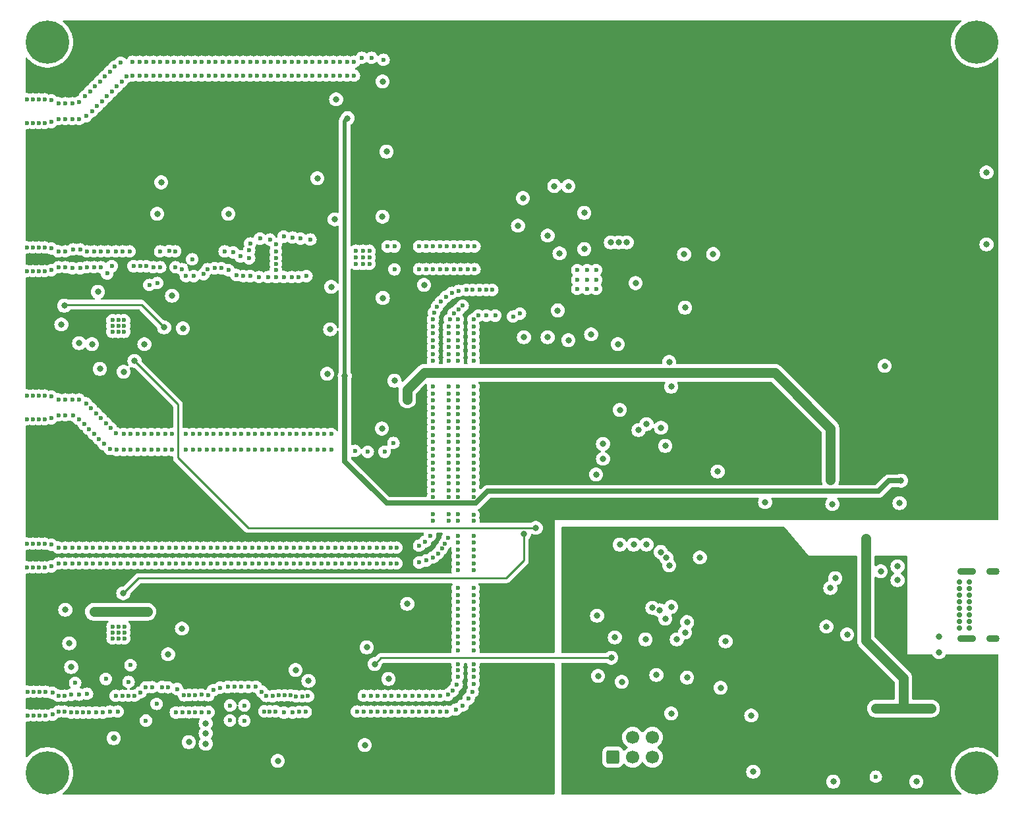
<source format=gbr>
%TF.GenerationSoftware,KiCad,Pcbnew,8.0.0*%
%TF.CreationDate,2024-03-17T22:04:36-04:00*%
%TF.ProjectId,S-Band Transceiver,532d4261-6e64-4205-9472-616e73636569,v1.0*%
%TF.SameCoordinates,Original*%
%TF.FileFunction,Copper,L3,Inr*%
%TF.FilePolarity,Positive*%
%FSLAX46Y46*%
G04 Gerber Fmt 4.6, Leading zero omitted, Abs format (unit mm)*
G04 Created by KiCad (PCBNEW 8.0.0) date 2024-03-17 22:04:36*
%MOMM*%
%LPD*%
G01*
G04 APERTURE LIST*
G04 Aperture macros list*
%AMRoundRect*
0 Rectangle with rounded corners*
0 $1 Rounding radius*
0 $2 $3 $4 $5 $6 $7 $8 $9 X,Y pos of 4 corners*
0 Add a 4 corners polygon primitive as box body*
4,1,4,$2,$3,$4,$5,$6,$7,$8,$9,$2,$3,0*
0 Add four circle primitives for the rounded corners*
1,1,$1+$1,$2,$3*
1,1,$1+$1,$4,$5*
1,1,$1+$1,$6,$7*
1,1,$1+$1,$8,$9*
0 Add four rect primitives between the rounded corners*
20,1,$1+$1,$2,$3,$4,$5,0*
20,1,$1+$1,$4,$5,$6,$7,0*
20,1,$1+$1,$6,$7,$8,$9,0*
20,1,$1+$1,$8,$9,$2,$3,0*%
G04 Aperture macros list end*
%TA.AperFunction,ComponentPad*%
%ADD10C,5.562600*%
%TD*%
%TA.AperFunction,HeatsinkPad*%
%ADD11C,0.600000*%
%TD*%
%TA.AperFunction,ComponentPad*%
%ADD12C,0.700000*%
%TD*%
%TA.AperFunction,ComponentPad*%
%ADD13O,2.400000X0.900000*%
%TD*%
%TA.AperFunction,ComponentPad*%
%ADD14O,1.700000X0.900000*%
%TD*%
%TA.AperFunction,ComponentPad*%
%ADD15RoundRect,0.250000X0.600000X-0.600000X0.600000X0.600000X-0.600000X0.600000X-0.600000X-0.600000X0*%
%TD*%
%TA.AperFunction,ComponentPad*%
%ADD16C,1.700000*%
%TD*%
%TA.AperFunction,ViaPad*%
%ADD17C,0.800000*%
%TD*%
%TA.AperFunction,ViaPad*%
%ADD18C,0.600000*%
%TD*%
%TA.AperFunction,Conductor*%
%ADD19C,0.254000*%
%TD*%
%TA.AperFunction,Conductor*%
%ADD20C,0.635000*%
%TD*%
%TA.AperFunction,Conductor*%
%ADD21C,1.270000*%
%TD*%
%TA.AperFunction,Conductor*%
%ADD22C,0.508000*%
%TD*%
G04 APERTURE END LIST*
D10*
%TO.N,GND*%
%TO.C,H4*%
X186690000Y-123190000D03*
%TD*%
%TO.N,GND*%
%TO.C,H3*%
X67310000Y-123190000D03*
%TD*%
%TO.N,GND*%
%TO.C,H2*%
X186690000Y-29210000D03*
%TD*%
%TO.N,GND*%
%TO.C,H1*%
X67310000Y-29210000D03*
%TD*%
D11*
%TO.N,GND*%
%TO.C,U15*%
X106969000Y-57746000D03*
X107819000Y-57746000D03*
X108669000Y-57746000D03*
X106969000Y-56896000D03*
X107819000Y-56896000D03*
X108669000Y-56896000D03*
X106969000Y-56046000D03*
X107819000Y-56046000D03*
X108669000Y-56046000D03*
%TD*%
D12*
%TO.N,GND*%
%TO.C,J4*%
X184443000Y-104575000D03*
%TO.N,VBUS*%
X184443000Y-103725000D03*
%TO.N,Net-(J4-CC1)*%
X184443000Y-102875000D03*
%TO.N,USBDP*%
X184443000Y-102025000D03*
%TO.N,USBDM*%
X184443000Y-101175000D03*
%TO.N,unconnected-(J4-SBU1-PadA8)*%
X184443000Y-100325000D03*
%TO.N,VBUS*%
X184443000Y-99475000D03*
%TO.N,GND*%
X184443000Y-98625000D03*
X185793000Y-98625000D03*
%TO.N,VBUS*%
X185793000Y-99475000D03*
%TO.N,Net-(J4-CC2)*%
X185793000Y-100325000D03*
%TO.N,USBDP*%
X185793000Y-101175000D03*
%TO.N,USBDM*%
X185793000Y-102025000D03*
%TO.N,unconnected-(J4-SBU2-PadB8)*%
X185793000Y-102875000D03*
%TO.N,VBUS*%
X185793000Y-103725000D03*
%TO.N,GND*%
X185793000Y-104575000D03*
D13*
X185423000Y-105925000D03*
D14*
X188803000Y-105925000D03*
D13*
X185423000Y-97275000D03*
D14*
X188803000Y-97275000D03*
%TD*%
D15*
%TO.N,UPDI*%
%TO.C,J3*%
X139954000Y-121158000D03*
D16*
%TO.N,+3V3*%
X139954000Y-118618000D03*
%TO.N,unconnected-(J3-NC-Pad3)*%
X142494000Y-121158000D03*
%TO.N,unconnected-(J3-NC-Pad4)*%
X142494000Y-118618000D03*
%TO.N,unconnected-(J3-NC-Pad5)*%
X145034000Y-121158000D03*
%TO.N,GND*%
X145034000Y-118618000D03*
%TD*%
D11*
%TO.N,GND*%
%TO.C,U20*%
X75659000Y-64995000D03*
X75659000Y-65745000D03*
X75659000Y-66495000D03*
X76409000Y-64995000D03*
X76409000Y-65745000D03*
X76409000Y-66495000D03*
X77159000Y-64995000D03*
X77159000Y-65745000D03*
X77159000Y-66495000D03*
%TD*%
%TO.N,GND*%
%TO.C,U12*%
X77172800Y-105915800D03*
X77172800Y-105165800D03*
X77172800Y-104415800D03*
X76422800Y-105915800D03*
X76422800Y-105165800D03*
X76422800Y-104415800D03*
X75672800Y-105915800D03*
X75672800Y-105165800D03*
X75672800Y-104415800D03*
%TD*%
D17*
%TO.N,GND*%
X104394000Y-36576000D03*
X101981000Y-46736000D03*
X115697000Y-60452000D03*
X111887000Y-72771000D03*
X103251000Y-71882000D03*
X103632000Y-66167000D03*
X157988000Y-123063000D03*
X168275000Y-124333000D03*
X178943000Y-124333000D03*
X111125000Y-111125000D03*
X108331000Y-107061000D03*
X99187000Y-109982000D03*
X100838000Y-111379000D03*
X75819000Y-118745000D03*
X70358000Y-109601000D03*
X69596000Y-102235000D03*
X84582000Y-104648000D03*
X77089000Y-71628000D03*
X74041000Y-71247000D03*
X83312000Y-61849000D03*
X84709000Y-66040000D03*
X71374000Y-67945000D03*
X69088000Y-65532000D03*
X73787000Y-61341000D03*
X81407000Y-51308000D03*
X90551000Y-51308000D03*
X147447000Y-73533000D03*
X137795000Y-84836000D03*
X138684000Y-82804000D03*
X146685000Y-81153000D03*
X128524000Y-67183000D03*
X131572000Y-67183000D03*
X134239000Y-67564000D03*
X140589000Y-68072000D03*
X136271000Y-51181000D03*
X149098000Y-56515000D03*
X149225000Y-63373000D03*
X187960000Y-45974000D03*
X187960000Y-55245000D03*
X174879000Y-70866000D03*
X153416000Y-84455000D03*
X159512000Y-88392000D03*
X168148000Y-88646000D03*
X176784000Y-88519000D03*
X153797000Y-112268000D03*
X85471000Y-119253000D03*
X96901000Y-121666000D03*
D18*
X74803000Y-111125000D03*
X77978000Y-109347000D03*
X77724000Y-111506000D03*
X81407000Y-60198000D03*
X80391000Y-60452000D03*
X70866000Y-111633000D03*
X101092000Y-54610000D03*
X99822000Y-54483000D03*
X98806000Y-54356000D03*
X97663000Y-54229000D03*
X100584000Y-59309000D03*
X99568000Y-59436000D03*
X98679000Y-59436000D03*
X97663000Y-59436000D03*
X93218000Y-56007000D03*
X93345000Y-55118000D03*
X94615000Y-54483000D03*
X95885000Y-54610000D03*
X96647000Y-55245000D03*
X96647000Y-56134000D03*
X96647000Y-57023000D03*
X96647000Y-57785000D03*
X96647000Y-58547000D03*
X96647000Y-59436000D03*
X95631000Y-59436000D03*
X94488000Y-59436000D03*
X93345000Y-59309000D03*
X92456000Y-59309000D03*
X91567000Y-59182000D03*
X90551000Y-58547000D03*
X93218000Y-57023000D03*
X92075000Y-56769000D03*
X91186000Y-56261000D03*
X90068400Y-56134000D03*
X89662000Y-58293000D03*
X88773000Y-58293000D03*
X87884000Y-58420000D03*
X87376000Y-59055000D03*
X86106000Y-59309000D03*
X85090000Y-59309000D03*
X84582000Y-58420000D03*
X83769200Y-58166000D03*
X83718400Y-56134000D03*
X82931000Y-56083200D03*
X81788000Y-56134000D03*
X81788000Y-58166000D03*
X80899000Y-58166000D03*
X80010000Y-58039000D03*
X79248000Y-58039000D03*
X77851000Y-56134000D03*
X76962000Y-56134000D03*
X76073000Y-56134000D03*
X71501000Y-58293000D03*
X70485000Y-58293000D03*
X71501000Y-55880000D03*
X70612000Y-55880000D03*
X74980800Y-58978800D03*
X74168000Y-56134000D03*
X74168000Y-58166000D03*
X75057000Y-56134000D03*
X73279000Y-56134000D03*
X72390000Y-58166000D03*
X73279000Y-58166000D03*
X72390000Y-56134000D03*
X110490000Y-31496000D03*
X108966000Y-31242000D03*
X107696000Y-31242000D03*
X106680000Y-31750000D03*
X106680000Y-33528000D03*
X105791000Y-33528000D03*
X105791000Y-31750000D03*
X104902000Y-31750000D03*
X104902000Y-33528000D03*
X103124000Y-31750000D03*
X104013000Y-33528000D03*
X103124000Y-33528000D03*
X104013000Y-31750000D03*
X97790000Y-31750000D03*
X97790000Y-33528000D03*
X96012000Y-31750000D03*
X96012000Y-33528000D03*
X96901000Y-31750000D03*
X96901000Y-33528000D03*
X98679000Y-33528000D03*
X98679000Y-31750000D03*
X101346000Y-31750000D03*
X100457000Y-33528000D03*
X99568000Y-33528000D03*
X100457000Y-31750000D03*
X102235000Y-31750000D03*
X99568000Y-31750000D03*
X102235000Y-33528000D03*
X101346000Y-33528000D03*
X94234000Y-31750000D03*
X94234000Y-33528000D03*
X92456000Y-31750000D03*
X92456000Y-33528000D03*
X93345000Y-31750000D03*
X93345000Y-33528000D03*
X95123000Y-33528000D03*
X95123000Y-31750000D03*
X91567000Y-31750000D03*
X90678000Y-33528000D03*
X88900000Y-31750000D03*
X89789000Y-31750000D03*
X90678000Y-31750000D03*
X89789000Y-33528000D03*
X91567000Y-33528000D03*
X88900000Y-33528000D03*
X86233000Y-31750000D03*
X85344000Y-33528000D03*
X88011000Y-33528000D03*
X86233000Y-33528000D03*
X88011000Y-31750000D03*
X87122000Y-33528000D03*
X87122000Y-31750000D03*
X85344000Y-31750000D03*
X83566000Y-31750000D03*
X82677000Y-31750000D03*
X83566000Y-33528000D03*
X81788000Y-33528000D03*
X84455000Y-33528000D03*
X81788000Y-31750000D03*
X82677000Y-33528000D03*
X84455000Y-31750000D03*
X80899000Y-31750000D03*
X80899000Y-33528000D03*
X80010000Y-31750000D03*
X80010000Y-33528000D03*
X79121000Y-33528000D03*
X79121000Y-31750000D03*
X78232000Y-31750000D03*
X78232000Y-33528000D03*
X76708000Y-31877000D03*
X77470000Y-33655000D03*
X76835000Y-34290000D03*
X76200000Y-34925000D03*
X75311000Y-33020000D03*
X75946000Y-32385000D03*
X74676000Y-33655000D03*
X75565000Y-35560000D03*
X74930000Y-36195000D03*
X74041000Y-34290000D03*
X73406000Y-34925000D03*
X72771000Y-35560000D03*
X72136000Y-36195000D03*
X74295000Y-36830000D03*
X73660000Y-37465000D03*
X73025000Y-38100000D03*
X72263000Y-38735000D03*
X71374000Y-36957000D03*
X71374000Y-39116000D03*
X70485000Y-39116000D03*
X70485000Y-37084000D03*
X69596000Y-37084000D03*
X68707000Y-39116000D03*
X69596000Y-39116000D03*
X68707000Y-37084000D03*
X68707000Y-56134000D03*
X69596000Y-56134000D03*
X68707000Y-58166000D03*
X69596000Y-58166000D03*
X111760000Y-80772000D03*
X110617000Y-81915000D03*
X108458000Y-81915000D03*
X106807000Y-81788000D03*
X99314000Y-81661000D03*
X101981000Y-81661000D03*
X101092000Y-79629000D03*
X100203000Y-81661000D03*
X100203000Y-79629000D03*
X103759000Y-79629000D03*
X99314000Y-79629000D03*
X102870000Y-81661000D03*
X101092000Y-81661000D03*
X103759000Y-81661000D03*
X102870000Y-79629000D03*
X101981000Y-79629000D03*
X96647000Y-81661000D03*
X97536000Y-79629000D03*
X95758000Y-79629000D03*
X95758000Y-81661000D03*
X92202000Y-81661000D03*
X94869000Y-79629000D03*
X97536000Y-81661000D03*
X93091000Y-81661000D03*
X92202000Y-79629000D03*
X98425000Y-79629000D03*
X93980000Y-81661000D03*
X93980000Y-79629000D03*
X93091000Y-79629000D03*
X98425000Y-81661000D03*
X96647000Y-79629000D03*
X94869000Y-81661000D03*
X89535000Y-81661000D03*
X90424000Y-79629000D03*
X88646000Y-79629000D03*
X90424000Y-81661000D03*
X88646000Y-81661000D03*
X85979000Y-81661000D03*
X85090000Y-81661000D03*
X85090000Y-79629000D03*
X86868000Y-81661000D03*
X86868000Y-79629000D03*
X87757000Y-79629000D03*
X85979000Y-79629000D03*
X91313000Y-81661000D03*
X91313000Y-79629000D03*
X89535000Y-79629000D03*
X87757000Y-81661000D03*
X81534000Y-81661000D03*
X80645000Y-81661000D03*
X80645000Y-79629000D03*
X82423000Y-81661000D03*
X82423000Y-79629000D03*
X83312000Y-79629000D03*
X81534000Y-79629000D03*
X83312000Y-81661000D03*
X79756000Y-81661000D03*
X78867000Y-81661000D03*
X78867000Y-79629000D03*
X79756000Y-79629000D03*
X77978000Y-81661000D03*
X77978000Y-79629000D03*
X77089000Y-81661000D03*
X76200000Y-81661000D03*
X75311000Y-81534000D03*
X77089000Y-79629000D03*
X74549000Y-80899000D03*
X73914000Y-80264000D03*
X73279000Y-79629000D03*
X75438000Y-78867000D03*
X74803000Y-78232000D03*
X76073000Y-79502000D03*
X74168000Y-77597000D03*
X73533000Y-76962000D03*
X72644000Y-78994000D03*
X72009000Y-78359000D03*
X72898000Y-76327000D03*
X72263000Y-75692000D03*
X70485000Y-75184000D03*
X71374000Y-77724000D03*
X68707000Y-77216000D03*
X70612000Y-77216000D03*
X71374000Y-75184000D03*
X68707000Y-75184000D03*
X69596000Y-75184000D03*
X69596000Y-77216000D03*
X66167000Y-39624000D03*
X66167000Y-36576000D03*
X64643000Y-36576000D03*
X65405000Y-39624000D03*
X65405000Y-36576000D03*
X64643000Y-39624000D03*
X66929000Y-39624000D03*
X66929000Y-36576000D03*
X67818000Y-39497000D03*
X67818000Y-36703000D03*
X67818000Y-55753000D03*
X65405000Y-55626000D03*
X66167000Y-55626000D03*
X66929000Y-55626000D03*
X64643000Y-55626000D03*
X64643000Y-58674000D03*
X66929000Y-58674000D03*
X66167000Y-58674000D03*
X67818000Y-58547000D03*
X65405000Y-58674000D03*
X66167000Y-74676000D03*
X67818000Y-74803000D03*
X66929000Y-74676000D03*
X65405000Y-74676000D03*
X66929000Y-77724000D03*
X64643000Y-74676000D03*
X66167000Y-77724000D03*
X64643000Y-77724000D03*
X67818000Y-77597000D03*
X65405000Y-77724000D03*
X122174000Y-58420000D03*
X122174000Y-55499000D03*
X120396000Y-55499000D03*
X121285000Y-55499000D03*
X118618000Y-58420000D03*
X121285000Y-58420000D03*
X119507000Y-58420000D03*
X117729000Y-58420000D03*
X120396000Y-58420000D03*
X116840000Y-58420000D03*
X119507000Y-55499000D03*
X118618000Y-55499000D03*
X117729000Y-55499000D03*
X116840000Y-55499000D03*
X115951000Y-55499000D03*
X115951000Y-58420000D03*
X115062000Y-58420000D03*
X115062000Y-55499000D03*
X110998000Y-55499000D03*
X111887000Y-55499000D03*
X111887000Y-58445400D03*
X120015000Y-106553000D03*
X120015000Y-105664000D03*
X122047000Y-105664000D03*
X122047000Y-106553000D03*
D17*
%TO.N,+3.3VA*%
X125222000Y-110236000D03*
X125222000Y-106680000D03*
D18*
%TO.N,GND*%
X116840000Y-89916000D03*
X118872000Y-89916000D03*
X118872000Y-90805000D03*
X116840000Y-90805000D03*
X116459000Y-92710000D03*
X118745000Y-92964000D03*
X118364000Y-93726000D03*
X117983000Y-94361000D03*
X117475000Y-94996000D03*
X116840000Y-95504000D03*
X115824000Y-93472000D03*
X115951000Y-95885000D03*
X115062000Y-93980000D03*
X115062000Y-96139000D03*
X111379000Y-94234000D03*
X112141000Y-96266000D03*
X111379000Y-96266000D03*
X112141000Y-94234000D03*
X106045000Y-96266000D03*
X108712000Y-96266000D03*
X110490000Y-94234000D03*
X107823000Y-96266000D03*
X106045000Y-94234000D03*
X104267000Y-96266000D03*
X109601000Y-96266000D03*
X91821000Y-94234000D03*
X104267000Y-94234000D03*
X92710000Y-96266000D03*
X90043000Y-96266000D03*
X106934000Y-96266000D03*
X105156000Y-94234000D03*
X110490000Y-96266000D03*
X109601000Y-94234000D03*
X91821000Y-96266000D03*
X107823000Y-94234000D03*
X106934000Y-94234000D03*
X92710000Y-94234000D03*
X108712000Y-94234000D03*
X105156000Y-96266000D03*
X99822000Y-96266000D03*
X99822000Y-94234000D03*
X98933000Y-94234000D03*
X98933000Y-96266000D03*
X97155000Y-96266000D03*
X96266000Y-96266000D03*
X90043000Y-94234000D03*
X95377000Y-94234000D03*
X102489000Y-96266000D03*
X90932000Y-94234000D03*
X90932000Y-96266000D03*
X100711000Y-94234000D03*
X103378000Y-96266000D03*
X102489000Y-94234000D03*
X98044000Y-94234000D03*
X101600000Y-96266000D03*
X103378000Y-94234000D03*
X97155000Y-94234000D03*
X101600000Y-94234000D03*
X98044000Y-96266000D03*
X100711000Y-96266000D03*
X94488000Y-94234000D03*
X94488000Y-96266000D03*
X96266000Y-94234000D03*
X93599000Y-96266000D03*
X93599000Y-94234000D03*
X95377000Y-96266000D03*
X85598000Y-96266000D03*
X85598000Y-94234000D03*
X84709000Y-94234000D03*
X84709000Y-96266000D03*
X82931000Y-96266000D03*
X88265000Y-96266000D03*
X86487000Y-94234000D03*
X89154000Y-96266000D03*
X88265000Y-94234000D03*
X83820000Y-94234000D03*
X87376000Y-96266000D03*
X89154000Y-94234000D03*
X82931000Y-94234000D03*
X87376000Y-94234000D03*
X83820000Y-96266000D03*
X86487000Y-96266000D03*
X77597000Y-94234000D03*
X78486000Y-96266000D03*
X75819000Y-96266000D03*
X77597000Y-96266000D03*
X78486000Y-94234000D03*
X82042000Y-96266000D03*
X75819000Y-94234000D03*
X81153000Y-94234000D03*
X76708000Y-94234000D03*
X76708000Y-96266000D03*
X80264000Y-94234000D03*
X80264000Y-96266000D03*
X82042000Y-94234000D03*
X79375000Y-96266000D03*
X79375000Y-94234000D03*
X81153000Y-96266000D03*
X74041000Y-94234000D03*
X74930000Y-96266000D03*
X72263000Y-96266000D03*
X74041000Y-96266000D03*
X74930000Y-94234000D03*
X72263000Y-94234000D03*
X73152000Y-94234000D03*
X73152000Y-96266000D03*
X70485000Y-96266000D03*
X70485000Y-94234000D03*
X71374000Y-94234000D03*
X71374000Y-96266000D03*
X69596000Y-94234000D03*
X69596000Y-96266000D03*
X68707000Y-96266000D03*
X64643000Y-96774000D03*
X66929000Y-96774000D03*
X65405000Y-96774000D03*
X67818000Y-96647000D03*
X67818000Y-93853000D03*
X66929000Y-93726000D03*
X65405000Y-93726000D03*
X66167000Y-96774000D03*
X64643000Y-93726000D03*
X66167000Y-93726000D03*
%TO.N,+3.3VA*%
X152908000Y-69215000D03*
%TO.N,GND*%
X128016000Y-64135000D03*
X127127000Y-64516000D03*
X124841000Y-64389000D03*
X123698000Y-64389000D03*
X122682000Y-64389000D03*
X124460000Y-61087000D03*
X123698000Y-61087000D03*
X122809000Y-61087000D03*
X121920000Y-61087000D03*
X121158000Y-61087000D03*
X120142000Y-61214000D03*
X119253000Y-61468000D03*
X118491000Y-61976000D03*
X117856000Y-62611000D03*
X119507000Y-64135000D03*
X117348000Y-63246000D03*
X116840000Y-66675000D03*
X116840000Y-64897000D03*
X116967000Y-64008000D03*
X116840000Y-65786000D03*
X118872000Y-65786000D03*
X118872000Y-66675000D03*
X118999000Y-64897000D03*
X120142000Y-63627000D03*
X120650000Y-63119000D03*
X120015000Y-64897000D03*
X122047000Y-64897000D03*
X122047000Y-65786000D03*
X120015000Y-65786000D03*
X120015000Y-66675000D03*
X122047000Y-66675000D03*
X122047000Y-69342000D03*
X122047000Y-68453000D03*
X122047000Y-67564000D03*
X122047000Y-70231000D03*
X120015000Y-67564000D03*
X120015000Y-69342000D03*
X120015000Y-70231000D03*
X120015000Y-68453000D03*
X118872000Y-70231000D03*
X118872000Y-68453000D03*
X118872000Y-67564000D03*
X118872000Y-69342000D03*
X116840000Y-68453000D03*
X116840000Y-67564000D03*
X116840000Y-69342000D03*
X116840000Y-70231000D03*
X116840000Y-73533000D03*
X116840000Y-74422000D03*
X116840000Y-77089000D03*
X116840000Y-75311000D03*
X116840000Y-76200000D03*
X118872000Y-73533000D03*
X120015000Y-73533000D03*
X120015000Y-74422000D03*
X118872000Y-74422000D03*
X118872000Y-76200000D03*
X118872000Y-75311000D03*
X118872000Y-78867000D03*
X118872000Y-77978000D03*
X118872000Y-77089000D03*
X122047000Y-73533000D03*
X122047000Y-75311000D03*
X122047000Y-74422000D03*
X120015000Y-77089000D03*
X120015000Y-76200000D03*
X120015000Y-75311000D03*
X116840000Y-77978000D03*
X116840000Y-80645000D03*
X116840000Y-84201000D03*
X116840000Y-86868000D03*
X116840000Y-85979000D03*
X116840000Y-85090000D03*
X116840000Y-83312000D03*
X116840000Y-78867000D03*
X116840000Y-87757000D03*
X116840000Y-79756000D03*
X116840000Y-82423000D03*
X116840000Y-81534000D03*
X122047000Y-77978000D03*
X122047000Y-80645000D03*
X122047000Y-79756000D03*
X122047000Y-82423000D03*
X122047000Y-81534000D03*
X122047000Y-84201000D03*
X122047000Y-83312000D03*
X122047000Y-85979000D03*
X122047000Y-85090000D03*
X122047000Y-77089000D03*
X122047000Y-76200000D03*
X122047000Y-78867000D03*
X118872000Y-79756000D03*
X118872000Y-82423000D03*
X118872000Y-81534000D03*
X118872000Y-84201000D03*
X118872000Y-83312000D03*
X118872000Y-85979000D03*
X118872000Y-85090000D03*
X118872000Y-87757000D03*
X118872000Y-86868000D03*
X118872000Y-80645000D03*
X120015000Y-78867000D03*
X120015000Y-77978000D03*
X120015000Y-80645000D03*
X120015000Y-79756000D03*
X120015000Y-82423000D03*
X120015000Y-81534000D03*
X120015000Y-84201000D03*
X120015000Y-83312000D03*
X120015000Y-85979000D03*
X120015000Y-85090000D03*
X120015000Y-87757000D03*
X120015000Y-86868000D03*
X122047000Y-86868000D03*
X122047000Y-87757000D03*
X122047000Y-90043000D03*
X122047000Y-90805000D03*
X120015000Y-90805000D03*
X120015000Y-89916000D03*
X120015000Y-93599000D03*
X120015000Y-94488000D03*
X120015000Y-95377000D03*
X120015000Y-92710000D03*
X120015000Y-96266000D03*
X122047000Y-92710000D03*
X122047000Y-96266000D03*
X122047000Y-95377000D03*
X122047000Y-93599000D03*
X122047000Y-94488000D03*
X122047000Y-97155000D03*
X120015000Y-97155000D03*
X120015000Y-99441000D03*
X122047000Y-99441000D03*
X122047000Y-102108000D03*
X122047000Y-100330000D03*
X122047000Y-101219000D03*
X120015000Y-102108000D03*
X120015000Y-100330000D03*
X120015000Y-101219000D03*
X120015000Y-104775000D03*
X120015000Y-103886000D03*
X120015000Y-102997000D03*
X122047000Y-103886000D03*
X122047000Y-104775000D03*
X122047000Y-102997000D03*
X122047000Y-107442000D03*
X120015000Y-107442000D03*
X120015000Y-109220000D03*
X122047000Y-109220000D03*
X122047000Y-109982000D03*
X120015000Y-109982000D03*
X120015000Y-110871000D03*
X122047000Y-110871000D03*
X122047000Y-111760000D03*
X121920000Y-112776000D03*
X121412000Y-113665000D03*
X119888000Y-111887000D03*
X119380000Y-112649000D03*
X118745000Y-113157000D03*
X115951000Y-115316000D03*
X114173000Y-115316000D03*
X116840000Y-115316000D03*
X115062000Y-115316000D03*
X120650000Y-114554000D03*
X119761000Y-115062000D03*
X117729000Y-115316000D03*
X118618000Y-115316000D03*
X112395000Y-115316000D03*
X110617000Y-115316000D03*
X113284000Y-115316000D03*
X111506000Y-115316000D03*
X109728000Y-115316000D03*
X107061000Y-115316000D03*
X108839000Y-115316000D03*
X107950000Y-115316000D03*
X117729000Y-113284000D03*
X116840000Y-113284000D03*
X115951000Y-113284000D03*
X115062000Y-113284000D03*
X114173000Y-113284000D03*
X113284000Y-113284000D03*
X112395000Y-113284000D03*
X111506000Y-113284000D03*
X110617000Y-113284000D03*
X109728000Y-113284000D03*
X108839000Y-113284000D03*
X107950000Y-113284000D03*
D17*
X108077000Y-119634000D03*
X132870503Y-63740148D03*
%TO.N,+3.3VA*%
X143256000Y-56388000D03*
D18*
%TO.N,GND*%
X78359000Y-58039000D03*
X75565000Y-58039000D03*
X68707000Y-94234000D03*
D17*
%TO.N,+3.3VA*%
X104775000Y-105029000D03*
X103124000Y-105029000D03*
%TO.N,+5V*%
X180848000Y-114935000D03*
X173736000Y-114935000D03*
X73279000Y-102489000D03*
%TO.N,GND*%
X167386000Y-104394000D03*
X147193000Y-96520000D03*
X146685000Y-103378000D03*
X138684000Y-80899000D03*
%TO.N,+3.3VA*%
X143256000Y-81407000D03*
%TO.N,~{CS_ADC}*%
X148174000Y-106045000D03*
D18*
%TO.N,GND*%
X135382000Y-59817000D03*
X136652000Y-59817000D03*
X137795000Y-59817000D03*
X137795000Y-60960000D03*
X136652000Y-60960000D03*
X135382000Y-60960000D03*
X137795000Y-58547000D03*
X136652000Y-58547000D03*
X135382000Y-58547000D03*
D17*
X142875000Y-60223400D03*
%TO.N,+3.3VA*%
X154305000Y-74930000D03*
X155575000Y-74930000D03*
X155575000Y-73660000D03*
X156845000Y-73660000D03*
X156845000Y-74930000D03*
X154305000Y-77470000D03*
X154305000Y-76200000D03*
X155575000Y-76200000D03*
X156845000Y-76200000D03*
X156845000Y-77470000D03*
X155575000Y-77470000D03*
X154305000Y-78740000D03*
X155575000Y-78740000D03*
X156845000Y-78740000D03*
X158115000Y-78740000D03*
X158115000Y-77470000D03*
X158115000Y-76200000D03*
X158115000Y-74930000D03*
X158115000Y-73660000D03*
X154305000Y-73660000D03*
X146558000Y-64643000D03*
%TO.N,RX_AMP_EN*%
X138049000Y-110744000D03*
%TO.N,RX_VRMS*%
X130048000Y-91694000D03*
X78486000Y-70231000D03*
%TO.N,TX_VRMS*%
X128524000Y-92456000D03*
%TO.N,+3.3VA*%
X88646000Y-51816000D03*
%TO.N,+5V*%
X104212200Y-52015200D03*
X110871000Y-43307000D03*
%TO.N,+3.3VA*%
X87249000Y-49149000D03*
%TO.N,+5V*%
X113538000Y-101473000D03*
X80137000Y-102489000D03*
X113540000Y-75190000D03*
X167922000Y-85518000D03*
%TO.N,-5V*%
X105870000Y-39010000D03*
X105500000Y-72170000D03*
X176980000Y-85630000D03*
%TO.N,RX_AMP_EN*%
X81930000Y-47260000D03*
%TO.N,XO_EN*%
X149490000Y-110950000D03*
X152840000Y-56490000D03*
%TO.N,+3.3VA*%
X155410000Y-59040000D03*
X143230000Y-62020000D03*
%TO.N,LD*%
X147193000Y-70358000D03*
X149500000Y-103820000D03*
%TO.N,TX_ATTEN_LE*%
X109347000Y-109220000D03*
X139755000Y-108405000D03*
%TO.N,TX_PHASE_LE*%
X141097000Y-111506000D03*
X87640000Y-119460000D03*
%TO.N,~{CS_ADC}*%
X146142000Y-78813500D03*
%TO.N,TX_VRMS*%
X77050000Y-100110000D03*
D18*
%TO.N,GND*%
X100490000Y-115370000D03*
X99680000Y-115350000D03*
X98806000Y-115443000D03*
X97690000Y-115440000D03*
X96580000Y-115290000D03*
X95830000Y-115300000D03*
X95180000Y-115290000D03*
X100780000Y-113340000D03*
X100050000Y-113360000D03*
X99250000Y-113350000D03*
X98540000Y-113230000D03*
X97750000Y-113230000D03*
X97000000Y-113230000D03*
X96220000Y-113330000D03*
X95420000Y-113300000D03*
X94850000Y-112770000D03*
X94080000Y-112120000D03*
X93130000Y-112150000D03*
X92200000Y-112150000D03*
X91350000Y-112130000D03*
X90470000Y-112140000D03*
X89500000Y-112250000D03*
X88620000Y-112550000D03*
X88010000Y-115390000D03*
X87080000Y-115410000D03*
X86300000Y-115410000D03*
X85490000Y-115420000D03*
X84630000Y-115410000D03*
X79960000Y-116480000D03*
X83800000Y-115440000D03*
X87980000Y-113230000D03*
X87080000Y-113170000D03*
X86260000Y-113180000D03*
X85550000Y-113180000D03*
X84870000Y-113220000D03*
X83960000Y-112430000D03*
X82790000Y-112200000D03*
X82010000Y-112160000D03*
X80730000Y-112180000D03*
X79940000Y-112200000D03*
X79260000Y-112860000D03*
X78486000Y-113284000D03*
X77724000Y-113284000D03*
X76962000Y-113284000D03*
X76073000Y-113284000D03*
X76327000Y-115316000D03*
X75311000Y-115316000D03*
X74422000Y-115443000D03*
X73533000Y-115443000D03*
X72644000Y-115443000D03*
X70358000Y-113157000D03*
X71400000Y-113130000D03*
X72390000Y-113030000D03*
X71882000Y-115443000D03*
X71120000Y-115443000D03*
X70358000Y-115443000D03*
X69469000Y-113284000D03*
X69469000Y-115316000D03*
X68707000Y-115316000D03*
X67945000Y-115697000D03*
X67056000Y-115824000D03*
X65532000Y-115824000D03*
X64770000Y-115824000D03*
X66294000Y-115824000D03*
X64770000Y-112776000D03*
X65532000Y-112776000D03*
X66294000Y-112776000D03*
X67056000Y-112776000D03*
X67945000Y-112903000D03*
X68707000Y-113284000D03*
D17*
X176530000Y-98425000D03*
X176530000Y-96647000D03*
X174371000Y-97282000D03*
X168529000Y-98171000D03*
X170053000Y-105410000D03*
X145542000Y-110617000D03*
X154432000Y-106299000D03*
X149225000Y-105156000D03*
%TO.N,+3V3*%
X174117000Y-99060000D03*
X166243000Y-102743000D03*
D18*
%TO.N,+5V*%
X177292000Y-114935000D03*
%TO.N,RX_LED*%
X173736000Y-123698000D03*
%TO.N,GND*%
X92608400Y-116509800D03*
X90754200Y-116459000D03*
X92608400Y-114528600D03*
X90779600Y-114528600D03*
X81330800Y-114325400D03*
D17*
%TO.N,Net-(J4-CC1)*%
X181864000Y-107696000D03*
%TO.N,Net-(J4-CC2)*%
X181864000Y-105664000D03*
%TO.N,+5V*%
X172466000Y-93091000D03*
%TO.N,TX*%
X145982686Y-102297228D03*
X146812000Y-95516134D03*
%TO.N,RX*%
X145034000Y-101981000D03*
%TO.N,UPDI*%
X147447000Y-101854000D03*
X147447000Y-115570000D03*
%TO.N,RX*%
X146113285Y-94800730D03*
%TO.N,+3V3*%
X144907000Y-98425000D03*
%TO.N,MOSI*%
X87630000Y-118110000D03*
%TO.N,SCLK*%
X87630000Y-116840000D03*
X140850000Y-76530000D03*
%TO.N,MISO*%
X143256000Y-79121000D03*
%TO.N,MOSI*%
X144272000Y-78359000D03*
%TO.N,SCLK*%
X140843000Y-93853000D03*
%TO.N,MISO*%
X142621000Y-93853000D03*
%TO.N,MOSI*%
X144272000Y-93853000D03*
%TO.N,~{SYNTH_CS}*%
X144145000Y-106045000D03*
%TO.N,C16*%
X137922000Y-102997000D03*
X140208000Y-105791000D03*
%TO.N,Net-(R10-Pad1)*%
X157734000Y-115824000D03*
X151130000Y-95504000D03*
%TO.N,+3V3*%
X153416000Y-107823000D03*
X142240000Y-110490000D03*
%TO.N,RX_LED*%
X167894000Y-99441000D03*
D18*
%TO.N,GND*%
X85898000Y-57150000D03*
D17*
X133096000Y-56388000D03*
%TO.N,Net-(U1-VTUNE)*%
X134239000Y-47752000D03*
X137160000Y-66802000D03*
%TO.N,GND*%
X127762000Y-52832000D03*
X131572000Y-54102000D03*
X128403067Y-49282067D03*
%TO.N,SCLK*%
X141732000Y-54991000D03*
%TO.N,MOSI*%
X140700003Y-54991000D03*
%TO.N,~{SYNTH_CS}*%
X139700000Y-54991000D03*
%TO.N,Net-(U1-SW)*%
X132435600Y-47726600D03*
X136285407Y-55840499D03*
%TO.N,+3.3VA*%
X139573000Y-53340000D03*
X136906000Y-53086000D03*
X128270000Y-54102000D03*
X131826000Y-55358201D03*
X127762000Y-60071000D03*
X128270000Y-65532000D03*
X132207000Y-65151000D03*
%TO.N,GND*%
X110363000Y-34290000D03*
%TO.N,+5V*%
X110355141Y-51681141D03*
X103759000Y-60706000D03*
X110396441Y-62124000D03*
%TO.N,GND*%
X110283000Y-78930000D03*
%TO.N,+3.3VA*%
X80010000Y-121539000D03*
X97917000Y-119761000D03*
X95885000Y-118872000D03*
X106426000Y-108458000D03*
X101600000Y-108458000D03*
X77597000Y-118491000D03*
%TO.N,Net-(U12-VREF)*%
X82804000Y-107950000D03*
X70104000Y-106553000D03*
%TO.N,Net-(U20-VREF)*%
X69469000Y-63119000D03*
X82296000Y-65913000D03*
%TO.N,+5V*%
X79756000Y-68072000D03*
X73025000Y-68072000D03*
%TD*%
D19*
%TO.N,RX_VRMS*%
X84074000Y-75819000D02*
X78486000Y-70231000D01*
X93091000Y-91694000D02*
X84074000Y-82677000D01*
X84074000Y-82677000D02*
X84074000Y-75819000D01*
X130048000Y-91694000D02*
X93091000Y-91694000D01*
D20*
%TO.N,-5V*%
X105500000Y-83148000D02*
X105500000Y-72170000D01*
X122364957Y-88524614D02*
X110876614Y-88524614D01*
X110876614Y-88524614D02*
X105500000Y-83148000D01*
X174065000Y-86995000D02*
X123894571Y-86995000D01*
X123894571Y-86995000D02*
X122364957Y-88524614D01*
X175430000Y-85630000D02*
X174065000Y-86995000D01*
X176980000Y-85630000D02*
X175430000Y-85630000D01*
D19*
%TO.N,TX_ATTEN_LE*%
X139740000Y-108420000D02*
X110147000Y-108420000D01*
X110147000Y-108420000D02*
X109347000Y-109220000D01*
D21*
%TO.N,+5V*%
X177292000Y-114935000D02*
X180848000Y-114935000D01*
X176530000Y-114935000D02*
X173736000Y-114935000D01*
X177292000Y-114935000D02*
X176530000Y-114935000D01*
X80137000Y-102489000D02*
X73279000Y-102489000D01*
D19*
%TO.N,TX_VRMS*%
X78989000Y-98171000D02*
X77050000Y-100110000D01*
X126238000Y-98171000D02*
X78989000Y-98171000D01*
X128524000Y-95885000D02*
X126238000Y-98171000D01*
X128524000Y-92456000D02*
X128524000Y-95885000D01*
D21*
%TO.N,+5V*%
X160782000Y-71755000D02*
X115697000Y-71755000D01*
X115697000Y-71755000D02*
X113540000Y-73912000D01*
X113540000Y-73912000D02*
X113540000Y-75190000D01*
X167922000Y-78895000D02*
X160782000Y-71755000D01*
X167922000Y-85518000D02*
X167922000Y-78895000D01*
D22*
%TO.N,-5V*%
X105500000Y-39380000D02*
X105870000Y-39010000D01*
X105500000Y-72170000D02*
X105500000Y-39380000D01*
D21*
%TO.N,+5V*%
X172466000Y-96774000D02*
X172466000Y-93091000D01*
X177292000Y-114935000D02*
X177292000Y-110998000D01*
X177292000Y-110998000D02*
X172466000Y-106172000D01*
X172466000Y-106172000D02*
X172466000Y-96774000D01*
D19*
%TO.N,Net-(U20-VREF)*%
X69596000Y-62992000D02*
X69469000Y-63119000D01*
X69850000Y-62992000D02*
X69596000Y-62992000D01*
X79375000Y-62992000D02*
X69850000Y-62992000D01*
X82296000Y-65913000D02*
X79375000Y-62992000D01*
%TD*%
%TA.AperFunction,Conductor*%
%TO.N,+3V3*%
G36*
X162060703Y-91586685D02*
G01*
X162089193Y-91611942D01*
X164661256Y-94719851D01*
X165100000Y-95250000D01*
X171206500Y-95250000D01*
X171273539Y-95269685D01*
X171319294Y-95322489D01*
X171330500Y-95374000D01*
X171330500Y-106261370D01*
X171358458Y-106437894D01*
X171382839Y-106512929D01*
X171413692Y-106607885D01*
X171494833Y-106767132D01*
X171544038Y-106834856D01*
X171599890Y-106911729D01*
X176120181Y-111432020D01*
X176153666Y-111493343D01*
X176156500Y-111519701D01*
X176156500Y-113675500D01*
X176136815Y-113742539D01*
X176084011Y-113788294D01*
X176032500Y-113799500D01*
X173646634Y-113799500D01*
X173587790Y-113808820D01*
X173470101Y-113827460D01*
X173470098Y-113827460D01*
X173300121Y-113882689D01*
X173300118Y-113882691D01*
X173140867Y-113963833D01*
X172996270Y-114068890D01*
X172869890Y-114195270D01*
X172764833Y-114339867D01*
X172683691Y-114499118D01*
X172683689Y-114499121D01*
X172628460Y-114669098D01*
X172628460Y-114669101D01*
X172609969Y-114785848D01*
X172600500Y-114845634D01*
X172600500Y-115024366D01*
X172611081Y-115091169D01*
X172628460Y-115200898D01*
X172628460Y-115200901D01*
X172683689Y-115370878D01*
X172683691Y-115370881D01*
X172764833Y-115530132D01*
X172869889Y-115674728D01*
X172996272Y-115801111D01*
X173140868Y-115906167D01*
X173300119Y-115987309D01*
X173300121Y-115987310D01*
X173429277Y-116029275D01*
X173470103Y-116042540D01*
X173646634Y-116070500D01*
X173646635Y-116070500D01*
X180937365Y-116070500D01*
X180937366Y-116070500D01*
X181113897Y-116042540D01*
X181113900Y-116042539D01*
X181113901Y-116042539D01*
X181283878Y-115987310D01*
X181283878Y-115987309D01*
X181283881Y-115987309D01*
X181443132Y-115906167D01*
X181587728Y-115801111D01*
X181714111Y-115674728D01*
X181819167Y-115530132D01*
X181900309Y-115370881D01*
X181918142Y-115315996D01*
X181955539Y-115200901D01*
X181955539Y-115200900D01*
X181955540Y-115200897D01*
X181983500Y-115024366D01*
X181983500Y-114845634D01*
X181955540Y-114669103D01*
X181955539Y-114669099D01*
X181955539Y-114669098D01*
X181900310Y-114499121D01*
X181900308Y-114499118D01*
X181890761Y-114480379D01*
X181819167Y-114339868D01*
X181714111Y-114195272D01*
X181587728Y-114068889D01*
X181443132Y-113963833D01*
X181283881Y-113882691D01*
X181283878Y-113882689D01*
X181113899Y-113827460D01*
X180996209Y-113808820D01*
X180937366Y-113799500D01*
X180937365Y-113799500D01*
X178551500Y-113799500D01*
X178484461Y-113779815D01*
X178438706Y-113727011D01*
X178427500Y-113675500D01*
X178427500Y-110908634D01*
X178424793Y-110891543D01*
X178424793Y-110891542D01*
X178399542Y-110732107D01*
X178399541Y-110732106D01*
X178399541Y-110732103D01*
X178345815Y-110566754D01*
X178344754Y-110562993D01*
X178344309Y-110562119D01*
X178263167Y-110402868D01*
X178158111Y-110258272D01*
X178031728Y-110131889D01*
X173637819Y-105737980D01*
X173604334Y-105676657D01*
X173601500Y-105650299D01*
X173601500Y-98425000D01*
X175624540Y-98425000D01*
X175644326Y-98613256D01*
X175644327Y-98613259D01*
X175702818Y-98793277D01*
X175702821Y-98793284D01*
X175797467Y-98957216D01*
X175924129Y-99097888D01*
X176077265Y-99209148D01*
X176077270Y-99209151D01*
X176250192Y-99286142D01*
X176250197Y-99286144D01*
X176435354Y-99325500D01*
X176435355Y-99325500D01*
X176624644Y-99325500D01*
X176624646Y-99325500D01*
X176809803Y-99286144D01*
X176982730Y-99209151D01*
X177135871Y-99097888D01*
X177262533Y-98957216D01*
X177357179Y-98793284D01*
X177415674Y-98613256D01*
X177435460Y-98425000D01*
X177415674Y-98236744D01*
X177357179Y-98056716D01*
X177262533Y-97892784D01*
X177135871Y-97752112D01*
X177135870Y-97752111D01*
X176977473Y-97637029D01*
X176979028Y-97634888D01*
X176938921Y-97592840D01*
X176925685Y-97524235D01*
X176951642Y-97459366D01*
X176978370Y-97436205D01*
X176977473Y-97434971D01*
X177090614Y-97352769D01*
X177135871Y-97319888D01*
X177262533Y-97179216D01*
X177357179Y-97015284D01*
X177415674Y-96835256D01*
X177435460Y-96647000D01*
X177415674Y-96458744D01*
X177357179Y-96278716D01*
X177262533Y-96114784D01*
X177135871Y-95974112D01*
X177129018Y-95969133D01*
X176982734Y-95862851D01*
X176982729Y-95862848D01*
X176809807Y-95785857D01*
X176809802Y-95785855D01*
X176664001Y-95754865D01*
X176624646Y-95746500D01*
X176435354Y-95746500D01*
X176402897Y-95753398D01*
X176250197Y-95785855D01*
X176250192Y-95785857D01*
X176077270Y-95862848D01*
X176077265Y-95862851D01*
X175924129Y-95974111D01*
X175797466Y-96114785D01*
X175702821Y-96278715D01*
X175702818Y-96278722D01*
X175649856Y-96441724D01*
X175644326Y-96458744D01*
X175624540Y-96647000D01*
X175644326Y-96835256D01*
X175644327Y-96835259D01*
X175702818Y-97015277D01*
X175702821Y-97015284D01*
X175797467Y-97179216D01*
X175909957Y-97304148D01*
X175924129Y-97319888D01*
X176082527Y-97434971D01*
X176080976Y-97437105D01*
X176121098Y-97479199D01*
X176134309Y-97547808D01*
X176108330Y-97612668D01*
X176081634Y-97635800D01*
X176082527Y-97637029D01*
X175924129Y-97752111D01*
X175797466Y-97892785D01*
X175702821Y-98056715D01*
X175702818Y-98056722D01*
X175647979Y-98225500D01*
X175644326Y-98236744D01*
X175624540Y-98425000D01*
X173601500Y-98425000D01*
X173601500Y-98079368D01*
X173621185Y-98012329D01*
X173673989Y-97966574D01*
X173743147Y-97956630D01*
X173798385Y-97979050D01*
X173918265Y-98066148D01*
X173918270Y-98066151D01*
X174091192Y-98143142D01*
X174091197Y-98143144D01*
X174276354Y-98182500D01*
X174276355Y-98182500D01*
X174465644Y-98182500D01*
X174465646Y-98182500D01*
X174650803Y-98143144D01*
X174823730Y-98066151D01*
X174976871Y-97954888D01*
X175103533Y-97814216D01*
X175198179Y-97650284D01*
X175256674Y-97470256D01*
X175276460Y-97282000D01*
X175256674Y-97093744D01*
X175198179Y-96913716D01*
X175103533Y-96749784D01*
X174976871Y-96609112D01*
X174975931Y-96608429D01*
X174823734Y-96497851D01*
X174823729Y-96497848D01*
X174650807Y-96420857D01*
X174650802Y-96420855D01*
X174505001Y-96389865D01*
X174465646Y-96381500D01*
X174276354Y-96381500D01*
X174243897Y-96388398D01*
X174091197Y-96420855D01*
X174091192Y-96420857D01*
X173918270Y-96497848D01*
X173918265Y-96497851D01*
X173798385Y-96584949D01*
X173732578Y-96608429D01*
X173664525Y-96592603D01*
X173615830Y-96542497D01*
X173601500Y-96484631D01*
X173601500Y-95374000D01*
X173621185Y-95306961D01*
X173673989Y-95261206D01*
X173725500Y-95250000D01*
X177676000Y-95250000D01*
X177743039Y-95269685D01*
X177788794Y-95322489D01*
X177800000Y-95374000D01*
X177800000Y-107950000D01*
X180909596Y-107950000D01*
X180976635Y-107969685D01*
X181022390Y-108022489D01*
X181027527Y-108035681D01*
X181036819Y-108064280D01*
X181036821Y-108064284D01*
X181131467Y-108228216D01*
X181236620Y-108345000D01*
X181258129Y-108368888D01*
X181411265Y-108480148D01*
X181411270Y-108480151D01*
X181584192Y-108557142D01*
X181584197Y-108557144D01*
X181769354Y-108596500D01*
X181769355Y-108596500D01*
X181958644Y-108596500D01*
X181958646Y-108596500D01*
X182143803Y-108557144D01*
X182316730Y-108480151D01*
X182469871Y-108368888D01*
X182596533Y-108228216D01*
X182691179Y-108064284D01*
X182696109Y-108049108D01*
X182700473Y-108035681D01*
X182739911Y-107978006D01*
X182804270Y-107950808D01*
X182818404Y-107950000D01*
X189375498Y-107950000D01*
X189442537Y-107969685D01*
X189488292Y-108022489D01*
X189499498Y-108074000D01*
X189499498Y-121090765D01*
X189479813Y-121157804D01*
X189427009Y-121203559D01*
X189357851Y-121213503D01*
X189294295Y-121184478D01*
X189280990Y-121171041D01*
X189076071Y-120929793D01*
X189032701Y-120888711D01*
X188817713Y-120685063D01*
X188817706Y-120685057D01*
X188817703Y-120685055D01*
X188604492Y-120522977D01*
X188534409Y-120469701D01*
X188534403Y-120469697D01*
X188534388Y-120469687D01*
X188229485Y-120286234D01*
X188229472Y-120286227D01*
X187906513Y-120136811D01*
X187906508Y-120136809D01*
X187906503Y-120136807D01*
X187569264Y-120023177D01*
X187569263Y-120023176D01*
X187569255Y-120023174D01*
X187221714Y-119946675D01*
X186867935Y-119908200D01*
X186867934Y-119908200D01*
X186512066Y-119908200D01*
X186512064Y-119908200D01*
X186158285Y-119946675D01*
X185810744Y-120023174D01*
X185639062Y-120081020D01*
X185473497Y-120136807D01*
X185473494Y-120136808D01*
X185473486Y-120136811D01*
X185150527Y-120286227D01*
X185150514Y-120286234D01*
X184845611Y-120469687D01*
X184845595Y-120469698D01*
X184562296Y-120685055D01*
X184562287Y-120685063D01*
X184303928Y-120929793D01*
X184073544Y-121201022D01*
X183873837Y-121495568D01*
X183873831Y-121495577D01*
X183707148Y-121809975D01*
X183707139Y-121809993D01*
X183575422Y-122140580D01*
X183575420Y-122140587D01*
X183480222Y-122483460D01*
X183480216Y-122483486D01*
X183422647Y-122834639D01*
X183422646Y-122834656D01*
X183408407Y-123097290D01*
X183403380Y-123190000D01*
X183419678Y-123490612D01*
X183422646Y-123545343D01*
X183422647Y-123545360D01*
X183480216Y-123896513D01*
X183480222Y-123896539D01*
X183575420Y-124239412D01*
X183575422Y-124239419D01*
X183707139Y-124570006D01*
X183707148Y-124570024D01*
X183873831Y-124884422D01*
X183873834Y-124884427D01*
X183873836Y-124884430D01*
X184073545Y-125178978D01*
X184303929Y-125450207D01*
X184562287Y-125694937D01*
X184562294Y-125694942D01*
X184562296Y-125694944D01*
X184669955Y-125776784D01*
X184711413Y-125833025D01*
X184715882Y-125902752D01*
X184681946Y-125963826D01*
X184620377Y-125996858D01*
X184594914Y-125999500D01*
X133474000Y-125999500D01*
X133406961Y-125979815D01*
X133361206Y-125927011D01*
X133350000Y-125875500D01*
X133350000Y-124333000D01*
X167369540Y-124333000D01*
X167389326Y-124521256D01*
X167389327Y-124521259D01*
X167447818Y-124701277D01*
X167447821Y-124701284D01*
X167542467Y-124865216D01*
X167669129Y-125005888D01*
X167822265Y-125117148D01*
X167822270Y-125117151D01*
X167995192Y-125194142D01*
X167995197Y-125194144D01*
X168180354Y-125233500D01*
X168180355Y-125233500D01*
X168369644Y-125233500D01*
X168369646Y-125233500D01*
X168554803Y-125194144D01*
X168727730Y-125117151D01*
X168880871Y-125005888D01*
X169007533Y-124865216D01*
X169102179Y-124701284D01*
X169160674Y-124521256D01*
X169180460Y-124333000D01*
X169160674Y-124144744D01*
X169102179Y-123964716D01*
X169007533Y-123800784D01*
X168914988Y-123698003D01*
X172930435Y-123698003D01*
X172950630Y-123877249D01*
X172950631Y-123877254D01*
X173010211Y-124047523D01*
X173106184Y-124200262D01*
X173233738Y-124327816D01*
X173386478Y-124423789D01*
X173556745Y-124483368D01*
X173556750Y-124483369D01*
X173735996Y-124503565D01*
X173736000Y-124503565D01*
X173736004Y-124503565D01*
X173915249Y-124483369D01*
X173915252Y-124483368D01*
X173915255Y-124483368D01*
X174085522Y-124423789D01*
X174230012Y-124333000D01*
X178037540Y-124333000D01*
X178057326Y-124521256D01*
X178057327Y-124521259D01*
X178115818Y-124701277D01*
X178115821Y-124701284D01*
X178210467Y-124865216D01*
X178337129Y-125005888D01*
X178490265Y-125117148D01*
X178490270Y-125117151D01*
X178663192Y-125194142D01*
X178663197Y-125194144D01*
X178848354Y-125233500D01*
X178848355Y-125233500D01*
X179037644Y-125233500D01*
X179037646Y-125233500D01*
X179222803Y-125194144D01*
X179395730Y-125117151D01*
X179548871Y-125005888D01*
X179675533Y-124865216D01*
X179770179Y-124701284D01*
X179828674Y-124521256D01*
X179848460Y-124333000D01*
X179828674Y-124144744D01*
X179770179Y-123964716D01*
X179675533Y-123800784D01*
X179548871Y-123660112D01*
X179548870Y-123660111D01*
X179395734Y-123548851D01*
X179395729Y-123548848D01*
X179222807Y-123471857D01*
X179222802Y-123471855D01*
X179077001Y-123440865D01*
X179037646Y-123432500D01*
X178848354Y-123432500D01*
X178815897Y-123439398D01*
X178663197Y-123471855D01*
X178663192Y-123471857D01*
X178490270Y-123548848D01*
X178490265Y-123548851D01*
X178337129Y-123660111D01*
X178210466Y-123800785D01*
X178115821Y-123964715D01*
X178115818Y-123964722D01*
X178088915Y-124047523D01*
X178057326Y-124144744D01*
X178037540Y-124333000D01*
X174230012Y-124333000D01*
X174238262Y-124327816D01*
X174365816Y-124200262D01*
X174461789Y-124047522D01*
X174521368Y-123877255D01*
X174524760Y-123847151D01*
X174541565Y-123698003D01*
X174541565Y-123697996D01*
X174521369Y-123518750D01*
X174521368Y-123518745D01*
X174504960Y-123471855D01*
X174461789Y-123348478D01*
X174365816Y-123195738D01*
X174238262Y-123068184D01*
X174230012Y-123063000D01*
X174085523Y-122972211D01*
X173915254Y-122912631D01*
X173915249Y-122912630D01*
X173736004Y-122892435D01*
X173735996Y-122892435D01*
X173556750Y-122912630D01*
X173556745Y-122912631D01*
X173386476Y-122972211D01*
X173233737Y-123068184D01*
X173106184Y-123195737D01*
X173010211Y-123348476D01*
X172950631Y-123518745D01*
X172950630Y-123518750D01*
X172930435Y-123697996D01*
X172930435Y-123698003D01*
X168914988Y-123698003D01*
X168880871Y-123660112D01*
X168880870Y-123660111D01*
X168727734Y-123548851D01*
X168727729Y-123548848D01*
X168554807Y-123471857D01*
X168554802Y-123471855D01*
X168409001Y-123440865D01*
X168369646Y-123432500D01*
X168180354Y-123432500D01*
X168147897Y-123439398D01*
X167995197Y-123471855D01*
X167995192Y-123471857D01*
X167822270Y-123548848D01*
X167822265Y-123548851D01*
X167669129Y-123660111D01*
X167542466Y-123800785D01*
X167447821Y-123964715D01*
X167447818Y-123964722D01*
X167420915Y-124047523D01*
X167389326Y-124144744D01*
X167369540Y-124333000D01*
X133350000Y-124333000D01*
X133350000Y-123063000D01*
X157082540Y-123063000D01*
X157102326Y-123251256D01*
X157102327Y-123251259D01*
X157160818Y-123431277D01*
X157160821Y-123431284D01*
X157255467Y-123595216D01*
X157348017Y-123698003D01*
X157382129Y-123735888D01*
X157535265Y-123847148D01*
X157535270Y-123847151D01*
X157708192Y-123924142D01*
X157708197Y-123924144D01*
X157893354Y-123963500D01*
X157893355Y-123963500D01*
X158082644Y-123963500D01*
X158082646Y-123963500D01*
X158267803Y-123924144D01*
X158440730Y-123847151D01*
X158593871Y-123735888D01*
X158720533Y-123595216D01*
X158815179Y-123431284D01*
X158873674Y-123251256D01*
X158893460Y-123063000D01*
X158873674Y-122874744D01*
X158815179Y-122694716D01*
X158720533Y-122530784D01*
X158593871Y-122390112D01*
X158593870Y-122390111D01*
X158440734Y-122278851D01*
X158440729Y-122278848D01*
X158267807Y-122201857D01*
X158267802Y-122201855D01*
X158122001Y-122170865D01*
X158082646Y-122162500D01*
X157893354Y-122162500D01*
X157860897Y-122169398D01*
X157708197Y-122201855D01*
X157708192Y-122201857D01*
X157535270Y-122278848D01*
X157535265Y-122278851D01*
X157382129Y-122390111D01*
X157255466Y-122530785D01*
X157160821Y-122694715D01*
X157160818Y-122694722D01*
X157115357Y-122834639D01*
X157102326Y-122874744D01*
X157082540Y-123063000D01*
X133350000Y-123063000D01*
X133350000Y-121808001D01*
X138603500Y-121808001D01*
X138603501Y-121808018D01*
X138614000Y-121910796D01*
X138614001Y-121910799D01*
X138653303Y-122029402D01*
X138669186Y-122077334D01*
X138761288Y-122226656D01*
X138885344Y-122350712D01*
X139034666Y-122442814D01*
X139201203Y-122497999D01*
X139303991Y-122508500D01*
X140604008Y-122508499D01*
X140706797Y-122497999D01*
X140873334Y-122442814D01*
X141022656Y-122350712D01*
X141146712Y-122226656D01*
X141238814Y-122077334D01*
X141241662Y-122068738D01*
X141281429Y-122011294D01*
X141345944Y-121984468D01*
X141414720Y-121996779D01*
X141451483Y-122025766D01*
X141451677Y-122025573D01*
X141453313Y-122027209D01*
X141454354Y-122028030D01*
X141455501Y-122029397D01*
X141455505Y-122029401D01*
X141622599Y-122196495D01*
X141665675Y-122226657D01*
X141816165Y-122332032D01*
X141816167Y-122332033D01*
X141816170Y-122332035D01*
X142030337Y-122431903D01*
X142258592Y-122493063D01*
X142435034Y-122508500D01*
X142493999Y-122513659D01*
X142494000Y-122513659D01*
X142494001Y-122513659D01*
X142552966Y-122508500D01*
X142729408Y-122493063D01*
X142957663Y-122431903D01*
X143171830Y-122332035D01*
X143365401Y-122196495D01*
X143532495Y-122029401D01*
X143662425Y-121843842D01*
X143717002Y-121800217D01*
X143786500Y-121793023D01*
X143848855Y-121824546D01*
X143865575Y-121843842D01*
X143995500Y-122029395D01*
X143995505Y-122029401D01*
X144162599Y-122196495D01*
X144205675Y-122226657D01*
X144356165Y-122332032D01*
X144356167Y-122332033D01*
X144356170Y-122332035D01*
X144570337Y-122431903D01*
X144798592Y-122493063D01*
X144975034Y-122508500D01*
X145033999Y-122513659D01*
X145034000Y-122513659D01*
X145034001Y-122513659D01*
X145092966Y-122508500D01*
X145269408Y-122493063D01*
X145497663Y-122431903D01*
X145711830Y-122332035D01*
X145905401Y-122196495D01*
X146072495Y-122029401D01*
X146208035Y-121835830D01*
X146307903Y-121621663D01*
X146369063Y-121393408D01*
X146389659Y-121158000D01*
X146369063Y-120922592D01*
X146307903Y-120694337D01*
X146208035Y-120480171D01*
X146202425Y-120472158D01*
X146072494Y-120286597D01*
X145905402Y-120119506D01*
X145905396Y-120119501D01*
X145719842Y-119989575D01*
X145676217Y-119934998D01*
X145669023Y-119865500D01*
X145700546Y-119803145D01*
X145719842Y-119786425D01*
X145764499Y-119755156D01*
X145905401Y-119656495D01*
X146072495Y-119489401D01*
X146208035Y-119295830D01*
X146307903Y-119081663D01*
X146369063Y-118853408D01*
X146389659Y-118618000D01*
X146369063Y-118382592D01*
X146307903Y-118154337D01*
X146208035Y-117940171D01*
X146202425Y-117932158D01*
X146072494Y-117746597D01*
X145905402Y-117579506D01*
X145905395Y-117579501D01*
X145901016Y-117576435D01*
X145816749Y-117517430D01*
X145711834Y-117443967D01*
X145711830Y-117443965D01*
X145560891Y-117373581D01*
X145497663Y-117344097D01*
X145497659Y-117344096D01*
X145497655Y-117344094D01*
X145269413Y-117282938D01*
X145269403Y-117282936D01*
X145034001Y-117262341D01*
X145033999Y-117262341D01*
X144798596Y-117282936D01*
X144798586Y-117282938D01*
X144570344Y-117344094D01*
X144570335Y-117344098D01*
X144356171Y-117443964D01*
X144356169Y-117443965D01*
X144162597Y-117579505D01*
X143995505Y-117746597D01*
X143865575Y-117932158D01*
X143810998Y-117975783D01*
X143741500Y-117982977D01*
X143679145Y-117951454D01*
X143662425Y-117932158D01*
X143532494Y-117746597D01*
X143365402Y-117579506D01*
X143365395Y-117579501D01*
X143361016Y-117576435D01*
X143276749Y-117517430D01*
X143171834Y-117443967D01*
X143171830Y-117443965D01*
X143020891Y-117373581D01*
X142957663Y-117344097D01*
X142957659Y-117344096D01*
X142957655Y-117344094D01*
X142729413Y-117282938D01*
X142729403Y-117282936D01*
X142494001Y-117262341D01*
X142493999Y-117262341D01*
X142258596Y-117282936D01*
X142258586Y-117282938D01*
X142030344Y-117344094D01*
X142030335Y-117344098D01*
X141816171Y-117443964D01*
X141816169Y-117443965D01*
X141622597Y-117579505D01*
X141455505Y-117746597D01*
X141319965Y-117940169D01*
X141319964Y-117940171D01*
X141220098Y-118154335D01*
X141220094Y-118154344D01*
X141158938Y-118382586D01*
X141158936Y-118382596D01*
X141138341Y-118617999D01*
X141138341Y-118618000D01*
X141158936Y-118853403D01*
X141158938Y-118853413D01*
X141220094Y-119081655D01*
X141220096Y-119081659D01*
X141220097Y-119081663D01*
X141261486Y-119170421D01*
X141319965Y-119295830D01*
X141319967Y-119295834D01*
X141393287Y-119400545D01*
X141455501Y-119489396D01*
X141455506Y-119489402D01*
X141622597Y-119656493D01*
X141622603Y-119656498D01*
X141808158Y-119786425D01*
X141851783Y-119841002D01*
X141858977Y-119910500D01*
X141827454Y-119972855D01*
X141808158Y-119989575D01*
X141622597Y-120119505D01*
X141455503Y-120286599D01*
X141454349Y-120287975D01*
X141453688Y-120288414D01*
X141451676Y-120290427D01*
X141451271Y-120290022D01*
X141396173Y-120326671D01*
X141326312Y-120327772D01*
X141266946Y-120290928D01*
X141241663Y-120247265D01*
X141238814Y-120238666D01*
X141146712Y-120089344D01*
X141022656Y-119965288D01*
X140929888Y-119908069D01*
X140873336Y-119873187D01*
X140873331Y-119873185D01*
X140818452Y-119855000D01*
X140706797Y-119818001D01*
X140706795Y-119818000D01*
X140604010Y-119807500D01*
X139303998Y-119807500D01*
X139303981Y-119807501D01*
X139201203Y-119818000D01*
X139201200Y-119818001D01*
X139034668Y-119873185D01*
X139034663Y-119873187D01*
X138885342Y-119965289D01*
X138761289Y-120089342D01*
X138669187Y-120238663D01*
X138669185Y-120238668D01*
X138652701Y-120288414D01*
X138614001Y-120405203D01*
X138614001Y-120405204D01*
X138614000Y-120405204D01*
X138603500Y-120507983D01*
X138603500Y-121808001D01*
X133350000Y-121808001D01*
X133350000Y-115570000D01*
X146541540Y-115570000D01*
X146561326Y-115758256D01*
X146561327Y-115758259D01*
X146619818Y-115938277D01*
X146619821Y-115938284D01*
X146714467Y-116102216D01*
X146813796Y-116212532D01*
X146841129Y-116242888D01*
X146994265Y-116354148D01*
X146994270Y-116354151D01*
X147167192Y-116431142D01*
X147167197Y-116431144D01*
X147352354Y-116470500D01*
X147352355Y-116470500D01*
X147541644Y-116470500D01*
X147541646Y-116470500D01*
X147726803Y-116431144D01*
X147899730Y-116354151D01*
X148052871Y-116242888D01*
X148179533Y-116102216D01*
X148274179Y-115938284D01*
X148311312Y-115824000D01*
X156828540Y-115824000D01*
X156848326Y-116012256D01*
X156848327Y-116012259D01*
X156906818Y-116192277D01*
X156906821Y-116192284D01*
X157001467Y-116356216D01*
X157112922Y-116479999D01*
X157128129Y-116496888D01*
X157281265Y-116608148D01*
X157281270Y-116608151D01*
X157454192Y-116685142D01*
X157454197Y-116685144D01*
X157639354Y-116724500D01*
X157639355Y-116724500D01*
X157828644Y-116724500D01*
X157828646Y-116724500D01*
X158013803Y-116685144D01*
X158186730Y-116608151D01*
X158339871Y-116496888D01*
X158466533Y-116356216D01*
X158561179Y-116192284D01*
X158619674Y-116012256D01*
X158639460Y-115824000D01*
X158619674Y-115635744D01*
X158561179Y-115455716D01*
X158466533Y-115291784D01*
X158339871Y-115151112D01*
X158339271Y-115150676D01*
X158186734Y-115039851D01*
X158186729Y-115039848D01*
X158013807Y-114962857D01*
X158013802Y-114962855D01*
X157868001Y-114931865D01*
X157828646Y-114923500D01*
X157639354Y-114923500D01*
X157606897Y-114930398D01*
X157454197Y-114962855D01*
X157454192Y-114962857D01*
X157281270Y-115039848D01*
X157281265Y-115039851D01*
X157128129Y-115151111D01*
X157001466Y-115291785D01*
X156906821Y-115455715D01*
X156906818Y-115455722D01*
X156850427Y-115629277D01*
X156848326Y-115635744D01*
X156828540Y-115824000D01*
X148311312Y-115824000D01*
X148332674Y-115758256D01*
X148352460Y-115570000D01*
X148332674Y-115381744D01*
X148274179Y-115201716D01*
X148179533Y-115037784D01*
X148052871Y-114897112D01*
X148052870Y-114897111D01*
X147899734Y-114785851D01*
X147899729Y-114785848D01*
X147726807Y-114708857D01*
X147726802Y-114708855D01*
X147581001Y-114677865D01*
X147541646Y-114669500D01*
X147352354Y-114669500D01*
X147319897Y-114676398D01*
X147167197Y-114708855D01*
X147167192Y-114708857D01*
X146994270Y-114785848D01*
X146994265Y-114785851D01*
X146841129Y-114897111D01*
X146714466Y-115037785D01*
X146619821Y-115201715D01*
X146619818Y-115201722D01*
X146561327Y-115381740D01*
X146561326Y-115381744D01*
X146541540Y-115570000D01*
X133350000Y-115570000D01*
X133350000Y-110744000D01*
X137143540Y-110744000D01*
X137163326Y-110932256D01*
X137163327Y-110932259D01*
X137221818Y-111112277D01*
X137221821Y-111112284D01*
X137316467Y-111276216D01*
X137440910Y-111414424D01*
X137443129Y-111416888D01*
X137596265Y-111528148D01*
X137596270Y-111528151D01*
X137769192Y-111605142D01*
X137769197Y-111605144D01*
X137954354Y-111644500D01*
X137954355Y-111644500D01*
X138143644Y-111644500D01*
X138143646Y-111644500D01*
X138328803Y-111605144D01*
X138501730Y-111528151D01*
X138532218Y-111506000D01*
X140191540Y-111506000D01*
X140211326Y-111694256D01*
X140211327Y-111694259D01*
X140269818Y-111874277D01*
X140269821Y-111874284D01*
X140364467Y-112038216D01*
X140449931Y-112133133D01*
X140491129Y-112178888D01*
X140644265Y-112290148D01*
X140644270Y-112290151D01*
X140817192Y-112367142D01*
X140817197Y-112367144D01*
X141002354Y-112406500D01*
X141002355Y-112406500D01*
X141191644Y-112406500D01*
X141191646Y-112406500D01*
X141376803Y-112367144D01*
X141549730Y-112290151D01*
X141580218Y-112268000D01*
X152891540Y-112268000D01*
X152911326Y-112456256D01*
X152911327Y-112456259D01*
X152969818Y-112636277D01*
X152969821Y-112636284D01*
X153064467Y-112800216D01*
X153156592Y-112902531D01*
X153191129Y-112940888D01*
X153344265Y-113052148D01*
X153344270Y-113052151D01*
X153517192Y-113129142D01*
X153517197Y-113129144D01*
X153702354Y-113168500D01*
X153702355Y-113168500D01*
X153891644Y-113168500D01*
X153891646Y-113168500D01*
X154076803Y-113129144D01*
X154249730Y-113052151D01*
X154402871Y-112940888D01*
X154529533Y-112800216D01*
X154624179Y-112636284D01*
X154682674Y-112456256D01*
X154702460Y-112268000D01*
X154682674Y-112079744D01*
X154624179Y-111899716D01*
X154529533Y-111735784D01*
X154402871Y-111595112D01*
X154402870Y-111595111D01*
X154249734Y-111483851D01*
X154249729Y-111483848D01*
X154076807Y-111406857D01*
X154076802Y-111406855D01*
X153931001Y-111375865D01*
X153891646Y-111367500D01*
X153702354Y-111367500D01*
X153669897Y-111374398D01*
X153517197Y-111406855D01*
X153517192Y-111406857D01*
X153344270Y-111483848D01*
X153344265Y-111483851D01*
X153191129Y-111595111D01*
X153064466Y-111735785D01*
X152969821Y-111899715D01*
X152969818Y-111899722D01*
X152914105Y-112071191D01*
X152911326Y-112079744D01*
X152891540Y-112268000D01*
X141580218Y-112268000D01*
X141702871Y-112178888D01*
X141829533Y-112038216D01*
X141924179Y-111874284D01*
X141982674Y-111694256D01*
X142002460Y-111506000D01*
X141982674Y-111317744D01*
X141926723Y-111145545D01*
X141924181Y-111137722D01*
X141924180Y-111137721D01*
X141924179Y-111137716D01*
X141829533Y-110973784D01*
X141702871Y-110833112D01*
X141702870Y-110833111D01*
X141549734Y-110721851D01*
X141549729Y-110721848D01*
X141376807Y-110644857D01*
X141376802Y-110644855D01*
X141245750Y-110617000D01*
X144636540Y-110617000D01*
X144656326Y-110805256D01*
X144656327Y-110805259D01*
X144714818Y-110985277D01*
X144714821Y-110985284D01*
X144809467Y-111149216D01*
X144928316Y-111281211D01*
X144936129Y-111289888D01*
X145089265Y-111401148D01*
X145089270Y-111401151D01*
X145262192Y-111478142D01*
X145262197Y-111478144D01*
X145447354Y-111517500D01*
X145447355Y-111517500D01*
X145636644Y-111517500D01*
X145636646Y-111517500D01*
X145821803Y-111478144D01*
X145994730Y-111401151D01*
X146147871Y-111289888D01*
X146274533Y-111149216D01*
X146369179Y-110985284D01*
X146380644Y-110950000D01*
X148584540Y-110950000D01*
X148604326Y-111138256D01*
X148604327Y-111138259D01*
X148662818Y-111318277D01*
X148662821Y-111318284D01*
X148757467Y-111482216D01*
X148868150Y-111605142D01*
X148884129Y-111622888D01*
X149037265Y-111734148D01*
X149037270Y-111734151D01*
X149210192Y-111811142D01*
X149210197Y-111811144D01*
X149395354Y-111850500D01*
X149395355Y-111850500D01*
X149584644Y-111850500D01*
X149584646Y-111850500D01*
X149769803Y-111811144D01*
X149942730Y-111734151D01*
X150095871Y-111622888D01*
X150222533Y-111482216D01*
X150317179Y-111318284D01*
X150375674Y-111138256D01*
X150395460Y-110950000D01*
X150375674Y-110761744D01*
X150317179Y-110581716D01*
X150222533Y-110417784D01*
X150095871Y-110277112D01*
X150069940Y-110258272D01*
X149942734Y-110165851D01*
X149942729Y-110165848D01*
X149769807Y-110088857D01*
X149769802Y-110088855D01*
X149624001Y-110057865D01*
X149584646Y-110049500D01*
X149395354Y-110049500D01*
X149362897Y-110056398D01*
X149210197Y-110088855D01*
X149210192Y-110088857D01*
X149037270Y-110165848D01*
X149037265Y-110165851D01*
X148884129Y-110277111D01*
X148757466Y-110417785D01*
X148662821Y-110581715D01*
X148662818Y-110581722D01*
X148609031Y-110747264D01*
X148604326Y-110761744D01*
X148584540Y-110950000D01*
X146380644Y-110950000D01*
X146427674Y-110805256D01*
X146447460Y-110617000D01*
X146427674Y-110428744D01*
X146369179Y-110248716D01*
X146274533Y-110084784D01*
X146147871Y-109944112D01*
X146147870Y-109944111D01*
X145994734Y-109832851D01*
X145994729Y-109832848D01*
X145821807Y-109755857D01*
X145821802Y-109755855D01*
X145676001Y-109724865D01*
X145636646Y-109716500D01*
X145447354Y-109716500D01*
X145414897Y-109723398D01*
X145262197Y-109755855D01*
X145262192Y-109755857D01*
X145089270Y-109832848D01*
X145089265Y-109832851D01*
X144936129Y-109944111D01*
X144809466Y-110084785D01*
X144714821Y-110248715D01*
X144714818Y-110248722D01*
X144656327Y-110428740D01*
X144656326Y-110428744D01*
X144636540Y-110617000D01*
X141245750Y-110617000D01*
X141231001Y-110613865D01*
X141191646Y-110605500D01*
X141002354Y-110605500D01*
X140969897Y-110612398D01*
X140817197Y-110644855D01*
X140817192Y-110644857D01*
X140644270Y-110721848D01*
X140644265Y-110721851D01*
X140491129Y-110833111D01*
X140364466Y-110973785D01*
X140269821Y-111137715D01*
X140269818Y-111137722D01*
X140213811Y-111310095D01*
X140211326Y-111317744D01*
X140191540Y-111506000D01*
X138532218Y-111506000D01*
X138654871Y-111416888D01*
X138781533Y-111276216D01*
X138876179Y-111112284D01*
X138934674Y-110932256D01*
X138954460Y-110744000D01*
X138934674Y-110555744D01*
X138876179Y-110375716D01*
X138781533Y-110211784D01*
X138654871Y-110071112D01*
X138654870Y-110071111D01*
X138501734Y-109959851D01*
X138501729Y-109959848D01*
X138328807Y-109882857D01*
X138328802Y-109882855D01*
X138183001Y-109851865D01*
X138143646Y-109843500D01*
X137954354Y-109843500D01*
X137921897Y-109850398D01*
X137769197Y-109882855D01*
X137769192Y-109882857D01*
X137596270Y-109959848D01*
X137596265Y-109959851D01*
X137443129Y-110071111D01*
X137316466Y-110211785D01*
X137221821Y-110375715D01*
X137221818Y-110375722D01*
X137163327Y-110555740D01*
X137163326Y-110555744D01*
X137143540Y-110744000D01*
X133350000Y-110744000D01*
X133350000Y-109171500D01*
X133369685Y-109104461D01*
X133422489Y-109058706D01*
X133474000Y-109047500D01*
X139067781Y-109047500D01*
X139134820Y-109067185D01*
X139143859Y-109074086D01*
X139143872Y-109074069D01*
X139302265Y-109189148D01*
X139302270Y-109189151D01*
X139475192Y-109266142D01*
X139475197Y-109266144D01*
X139660354Y-109305500D01*
X139660355Y-109305500D01*
X139849644Y-109305500D01*
X139849646Y-109305500D01*
X140034803Y-109266144D01*
X140207730Y-109189151D01*
X140360871Y-109077888D01*
X140487533Y-108937216D01*
X140582179Y-108773284D01*
X140640674Y-108593256D01*
X140660460Y-108405000D01*
X140640674Y-108216744D01*
X140582179Y-108036716D01*
X140487533Y-107872784D01*
X140360871Y-107732112D01*
X140348050Y-107722797D01*
X140207734Y-107620851D01*
X140207729Y-107620848D01*
X140034807Y-107543857D01*
X140034802Y-107543855D01*
X139889001Y-107512865D01*
X139849646Y-107504500D01*
X139660354Y-107504500D01*
X139627897Y-107511398D01*
X139475197Y-107543855D01*
X139475192Y-107543857D01*
X139302270Y-107620848D01*
X139302265Y-107620851D01*
X139149135Y-107732106D01*
X139149133Y-107732107D01*
X139142663Y-107739292D01*
X139131695Y-107751474D01*
X139072210Y-107788121D01*
X139039547Y-107792500D01*
X133474000Y-107792500D01*
X133406961Y-107772815D01*
X133361206Y-107720011D01*
X133350000Y-107668500D01*
X133350000Y-105791000D01*
X139302540Y-105791000D01*
X139322326Y-105979256D01*
X139322327Y-105979259D01*
X139380818Y-106159277D01*
X139380821Y-106159284D01*
X139475467Y-106323216D01*
X139535815Y-106390239D01*
X139602129Y-106463888D01*
X139755265Y-106575148D01*
X139755270Y-106575151D01*
X139928192Y-106652142D01*
X139928197Y-106652144D01*
X140113354Y-106691500D01*
X140113355Y-106691500D01*
X140302644Y-106691500D01*
X140302646Y-106691500D01*
X140487803Y-106652144D01*
X140660730Y-106575151D01*
X140813871Y-106463888D01*
X140940533Y-106323216D01*
X141035179Y-106159284D01*
X141072312Y-106045000D01*
X143239540Y-106045000D01*
X143259326Y-106233256D01*
X143259327Y-106233259D01*
X143317818Y-106413277D01*
X143317821Y-106413284D01*
X143412467Y-106577216D01*
X143515369Y-106691500D01*
X143539129Y-106717888D01*
X143692265Y-106829148D01*
X143692270Y-106829151D01*
X143865192Y-106906142D01*
X143865197Y-106906144D01*
X144050354Y-106945500D01*
X144050355Y-106945500D01*
X144239644Y-106945500D01*
X144239646Y-106945500D01*
X144424803Y-106906144D01*
X144597730Y-106829151D01*
X144750871Y-106717888D01*
X144877533Y-106577216D01*
X144972179Y-106413284D01*
X145030674Y-106233256D01*
X145050460Y-106045000D01*
X147268540Y-106045000D01*
X147288326Y-106233256D01*
X147288327Y-106233259D01*
X147346818Y-106413277D01*
X147346821Y-106413284D01*
X147441467Y-106577216D01*
X147544369Y-106691500D01*
X147568129Y-106717888D01*
X147721265Y-106829148D01*
X147721270Y-106829151D01*
X147894192Y-106906142D01*
X147894197Y-106906144D01*
X148079354Y-106945500D01*
X148079355Y-106945500D01*
X148268644Y-106945500D01*
X148268646Y-106945500D01*
X148453803Y-106906144D01*
X148626730Y-106829151D01*
X148779871Y-106717888D01*
X148906533Y-106577216D01*
X149001179Y-106413284D01*
X149038312Y-106299000D01*
X153526540Y-106299000D01*
X153546326Y-106487256D01*
X153546327Y-106487259D01*
X153604818Y-106667277D01*
X153604821Y-106667284D01*
X153699467Y-106831216D01*
X153802369Y-106945500D01*
X153826129Y-106971888D01*
X153979265Y-107083148D01*
X153979270Y-107083151D01*
X154152192Y-107160142D01*
X154152197Y-107160144D01*
X154337354Y-107199500D01*
X154337355Y-107199500D01*
X154526644Y-107199500D01*
X154526646Y-107199500D01*
X154711803Y-107160144D01*
X154884730Y-107083151D01*
X155037871Y-106971888D01*
X155164533Y-106831216D01*
X155259179Y-106667284D01*
X155317674Y-106487256D01*
X155337460Y-106299000D01*
X155317674Y-106110744D01*
X155259179Y-105930716D01*
X155164533Y-105766784D01*
X155037871Y-105626112D01*
X155037870Y-105626111D01*
X154884734Y-105514851D01*
X154884729Y-105514848D01*
X154711807Y-105437857D01*
X154711802Y-105437855D01*
X154580750Y-105410000D01*
X169147540Y-105410000D01*
X169167326Y-105598256D01*
X169167327Y-105598259D01*
X169225818Y-105778277D01*
X169225821Y-105778284D01*
X169320467Y-105942216D01*
X169413615Y-106045667D01*
X169447129Y-106082888D01*
X169600265Y-106194148D01*
X169600270Y-106194151D01*
X169773192Y-106271142D01*
X169773197Y-106271144D01*
X169958354Y-106310500D01*
X169958355Y-106310500D01*
X170147644Y-106310500D01*
X170147646Y-106310500D01*
X170332803Y-106271144D01*
X170505730Y-106194151D01*
X170658871Y-106082888D01*
X170785533Y-105942216D01*
X170880179Y-105778284D01*
X170938674Y-105598256D01*
X170958460Y-105410000D01*
X170938674Y-105221744D01*
X170880179Y-105041716D01*
X170785533Y-104877784D01*
X170658871Y-104737112D01*
X170658870Y-104737111D01*
X170505734Y-104625851D01*
X170505729Y-104625848D01*
X170332807Y-104548857D01*
X170332802Y-104548855D01*
X170187001Y-104517865D01*
X170147646Y-104509500D01*
X169958354Y-104509500D01*
X169925897Y-104516398D01*
X169773197Y-104548855D01*
X169773192Y-104548857D01*
X169600270Y-104625848D01*
X169600265Y-104625851D01*
X169447129Y-104737111D01*
X169320466Y-104877785D01*
X169225821Y-105041715D01*
X169225818Y-105041722D01*
X169167327Y-105221740D01*
X169167326Y-105221744D01*
X169147540Y-105410000D01*
X154580750Y-105410000D01*
X154566001Y-105406865D01*
X154526646Y-105398500D01*
X154337354Y-105398500D01*
X154304897Y-105405398D01*
X154152197Y-105437855D01*
X154152192Y-105437857D01*
X153979270Y-105514848D01*
X153979265Y-105514851D01*
X153826129Y-105626111D01*
X153699466Y-105766785D01*
X153604821Y-105930715D01*
X153604818Y-105930722D01*
X153548867Y-106102924D01*
X153546326Y-106110744D01*
X153526540Y-106299000D01*
X149038312Y-106299000D01*
X149059674Y-106233256D01*
X149065769Y-106175262D01*
X149066581Y-106167539D01*
X149093165Y-106102924D01*
X149150462Y-106062939D01*
X149189902Y-106056500D01*
X149319644Y-106056500D01*
X149319646Y-106056500D01*
X149504803Y-106017144D01*
X149677730Y-105940151D01*
X149830871Y-105828888D01*
X149957533Y-105688216D01*
X150052179Y-105524284D01*
X150110674Y-105344256D01*
X150130460Y-105156000D01*
X150110674Y-104967744D01*
X150052179Y-104787716D01*
X150003952Y-104704185D01*
X149987480Y-104636285D01*
X150010333Y-104570259D01*
X150038450Y-104541871D01*
X150105871Y-104492888D01*
X150194910Y-104394000D01*
X166480540Y-104394000D01*
X166500326Y-104582256D01*
X166500327Y-104582259D01*
X166558818Y-104762277D01*
X166558821Y-104762284D01*
X166653467Y-104926216D01*
X166758620Y-105043000D01*
X166780129Y-105066888D01*
X166933265Y-105178148D01*
X166933270Y-105178151D01*
X167106192Y-105255142D01*
X167106197Y-105255144D01*
X167291354Y-105294500D01*
X167291355Y-105294500D01*
X167480644Y-105294500D01*
X167480646Y-105294500D01*
X167665803Y-105255144D01*
X167838730Y-105178151D01*
X167991871Y-105066888D01*
X168118533Y-104926216D01*
X168213179Y-104762284D01*
X168271674Y-104582256D01*
X168291460Y-104394000D01*
X168271674Y-104205744D01*
X168213179Y-104025716D01*
X168118533Y-103861784D01*
X167991871Y-103721112D01*
X167991870Y-103721111D01*
X167838734Y-103609851D01*
X167838729Y-103609848D01*
X167665807Y-103532857D01*
X167665802Y-103532855D01*
X167520001Y-103501865D01*
X167480646Y-103493500D01*
X167291354Y-103493500D01*
X167258897Y-103500398D01*
X167106197Y-103532855D01*
X167106192Y-103532857D01*
X166933270Y-103609848D01*
X166933265Y-103609851D01*
X166780129Y-103721111D01*
X166653466Y-103861785D01*
X166558821Y-104025715D01*
X166558818Y-104025722D01*
X166500327Y-104205740D01*
X166500326Y-104205744D01*
X166480540Y-104394000D01*
X150194910Y-104394000D01*
X150232533Y-104352216D01*
X150327179Y-104188284D01*
X150385674Y-104008256D01*
X150405460Y-103820000D01*
X150385674Y-103631744D01*
X150327179Y-103451716D01*
X150232533Y-103287784D01*
X150105871Y-103147112D01*
X150105870Y-103147111D01*
X149952734Y-103035851D01*
X149952729Y-103035848D01*
X149779807Y-102958857D01*
X149779802Y-102958855D01*
X149634001Y-102927865D01*
X149594646Y-102919500D01*
X149405354Y-102919500D01*
X149372897Y-102926398D01*
X149220197Y-102958855D01*
X149220192Y-102958857D01*
X149047270Y-103035848D01*
X149047265Y-103035851D01*
X148894129Y-103147111D01*
X148767466Y-103287785D01*
X148672821Y-103451715D01*
X148672818Y-103451722D01*
X148614327Y-103631740D01*
X148614326Y-103631744D01*
X148594540Y-103820000D01*
X148614326Y-104008256D01*
X148614327Y-104008259D01*
X148672818Y-104188277D01*
X148672820Y-104188281D01*
X148672821Y-104188284D01*
X148697314Y-104230707D01*
X148721047Y-104271814D01*
X148737519Y-104339714D01*
X148714666Y-104405741D01*
X148686545Y-104434130D01*
X148619131Y-104483109D01*
X148619129Y-104483111D01*
X148492466Y-104623785D01*
X148397821Y-104787715D01*
X148397818Y-104787722D01*
X148339327Y-104967740D01*
X148339326Y-104967744D01*
X148333939Y-105018999D01*
X148332419Y-105033463D01*
X148305834Y-105098077D01*
X148248536Y-105138061D01*
X148209098Y-105144500D01*
X148079354Y-105144500D01*
X148046897Y-105151398D01*
X147894197Y-105183855D01*
X147894192Y-105183857D01*
X147721270Y-105260848D01*
X147721265Y-105260851D01*
X147568129Y-105372111D01*
X147441466Y-105512785D01*
X147346821Y-105676715D01*
X147346818Y-105676722D01*
X147290601Y-105849741D01*
X147288326Y-105856744D01*
X147268540Y-106045000D01*
X145050460Y-106045000D01*
X145030674Y-105856744D01*
X144972179Y-105676716D01*
X144877533Y-105512784D01*
X144750871Y-105372112D01*
X144750870Y-105372111D01*
X144597734Y-105260851D01*
X144597729Y-105260848D01*
X144424807Y-105183857D01*
X144424802Y-105183855D01*
X144279001Y-105152865D01*
X144239646Y-105144500D01*
X144050354Y-105144500D01*
X144017897Y-105151398D01*
X143865197Y-105183855D01*
X143865192Y-105183857D01*
X143692270Y-105260848D01*
X143692265Y-105260851D01*
X143539129Y-105372111D01*
X143412466Y-105512785D01*
X143317821Y-105676715D01*
X143317818Y-105676722D01*
X143261601Y-105849741D01*
X143259326Y-105856744D01*
X143239540Y-106045000D01*
X141072312Y-106045000D01*
X141093674Y-105979256D01*
X141113460Y-105791000D01*
X141093674Y-105602744D01*
X141035179Y-105422716D01*
X140940533Y-105258784D01*
X140813871Y-105118112D01*
X140813870Y-105118111D01*
X140660734Y-105006851D01*
X140660729Y-105006848D01*
X140487807Y-104929857D01*
X140487802Y-104929855D01*
X140342001Y-104898865D01*
X140302646Y-104890500D01*
X140113354Y-104890500D01*
X140080897Y-104897398D01*
X139928197Y-104929855D01*
X139928192Y-104929857D01*
X139755270Y-105006848D01*
X139755265Y-105006851D01*
X139602129Y-105118111D01*
X139475466Y-105258785D01*
X139380821Y-105422715D01*
X139380818Y-105422722D01*
X139323886Y-105597942D01*
X139322326Y-105602744D01*
X139302540Y-105791000D01*
X133350000Y-105791000D01*
X133350000Y-102997000D01*
X137016540Y-102997000D01*
X137036326Y-103185256D01*
X137036327Y-103185259D01*
X137094818Y-103365277D01*
X137094821Y-103365284D01*
X137189467Y-103529216D01*
X137281784Y-103631744D01*
X137316129Y-103669888D01*
X137469265Y-103781148D01*
X137469270Y-103781151D01*
X137642192Y-103858142D01*
X137642197Y-103858144D01*
X137827354Y-103897500D01*
X137827355Y-103897500D01*
X138016644Y-103897500D01*
X138016646Y-103897500D01*
X138201803Y-103858144D01*
X138374730Y-103781151D01*
X138527871Y-103669888D01*
X138654533Y-103529216D01*
X138749179Y-103365284D01*
X138807674Y-103185256D01*
X138827460Y-102997000D01*
X138807674Y-102808744D01*
X138749179Y-102628716D01*
X138654533Y-102464784D01*
X138527871Y-102324112D01*
X138527870Y-102324111D01*
X138374734Y-102212851D01*
X138374729Y-102212848D01*
X138201807Y-102135857D01*
X138201802Y-102135855D01*
X138056001Y-102104865D01*
X138016646Y-102096500D01*
X137827354Y-102096500D01*
X137794897Y-102103398D01*
X137642197Y-102135855D01*
X137642192Y-102135857D01*
X137469270Y-102212848D01*
X137469265Y-102212851D01*
X137316129Y-102324111D01*
X137189466Y-102464785D01*
X137094821Y-102628715D01*
X137094818Y-102628722D01*
X137051875Y-102760889D01*
X137036326Y-102808744D01*
X137016540Y-102997000D01*
X133350000Y-102997000D01*
X133350000Y-101981000D01*
X144128540Y-101981000D01*
X144148326Y-102169256D01*
X144148327Y-102169259D01*
X144206818Y-102349277D01*
X144206821Y-102349284D01*
X144301467Y-102513216D01*
X144412501Y-102636531D01*
X144428129Y-102653888D01*
X144581265Y-102765148D01*
X144581270Y-102765151D01*
X144754192Y-102842142D01*
X144754197Y-102842144D01*
X144939354Y-102881500D01*
X144939355Y-102881500D01*
X145128643Y-102881500D01*
X145128646Y-102881500D01*
X145199951Y-102866343D01*
X145269613Y-102871658D01*
X145317877Y-102904659D01*
X145376292Y-102969535D01*
X145376815Y-102970116D01*
X145376816Y-102970117D01*
X145529951Y-103081376D01*
X145529956Y-103081379D01*
X145702866Y-103158365D01*
X145702870Y-103158366D01*
X145702883Y-103158372D01*
X145702896Y-103158374D01*
X145703811Y-103158672D01*
X145704288Y-103158998D01*
X145708820Y-103161016D01*
X145708451Y-103161843D01*
X145761493Y-103198100D01*
X145788702Y-103262454D01*
X145788834Y-103289571D01*
X145786356Y-103313153D01*
X145779540Y-103378000D01*
X145799326Y-103566256D01*
X145799327Y-103566259D01*
X145857818Y-103746277D01*
X145857821Y-103746284D01*
X145952467Y-103910216D01*
X146069051Y-104039695D01*
X146079129Y-104050888D01*
X146232265Y-104162148D01*
X146232270Y-104162151D01*
X146405192Y-104239142D01*
X146405197Y-104239144D01*
X146590354Y-104278500D01*
X146590355Y-104278500D01*
X146779644Y-104278500D01*
X146779646Y-104278500D01*
X146964803Y-104239144D01*
X147137730Y-104162151D01*
X147290871Y-104050888D01*
X147417533Y-103910216D01*
X147512179Y-103746284D01*
X147570674Y-103566256D01*
X147590460Y-103378000D01*
X147570674Y-103189744D01*
X147512179Y-103009716D01*
X147469491Y-102935779D01*
X147453019Y-102867879D01*
X147475872Y-102801853D01*
X147530793Y-102758662D01*
X147551080Y-102752494D01*
X147726803Y-102715144D01*
X147726807Y-102715142D01*
X147726808Y-102715142D01*
X147785058Y-102689206D01*
X147899730Y-102638151D01*
X148052871Y-102526888D01*
X148179533Y-102386216D01*
X148274179Y-102222284D01*
X148332674Y-102042256D01*
X148352460Y-101854000D01*
X148332674Y-101665744D01*
X148274179Y-101485716D01*
X148179533Y-101321784D01*
X148052871Y-101181112D01*
X148052870Y-101181111D01*
X147899734Y-101069851D01*
X147899729Y-101069848D01*
X147726807Y-100992857D01*
X147726802Y-100992855D01*
X147581001Y-100961865D01*
X147541646Y-100953500D01*
X147352354Y-100953500D01*
X147319897Y-100960398D01*
X147167197Y-100992855D01*
X147167192Y-100992857D01*
X146994270Y-101069848D01*
X146994265Y-101069851D01*
X146841129Y-101181111D01*
X146714465Y-101321785D01*
X146623056Y-101480112D01*
X146572489Y-101528328D01*
X146503882Y-101541551D01*
X146442782Y-101518429D01*
X146435416Y-101513077D01*
X146435415Y-101513076D01*
X146262493Y-101436085D01*
X146262488Y-101436083D01*
X146116687Y-101405093D01*
X146077332Y-101396728D01*
X145888040Y-101396728D01*
X145888036Y-101396728D01*
X145816736Y-101411883D01*
X145747068Y-101406567D01*
X145698804Y-101373564D01*
X145639875Y-101308115D01*
X145639869Y-101308110D01*
X145486734Y-101196851D01*
X145486729Y-101196848D01*
X145313807Y-101119857D01*
X145313802Y-101119855D01*
X145168001Y-101088865D01*
X145128646Y-101080500D01*
X144939354Y-101080500D01*
X144906897Y-101087398D01*
X144754197Y-101119855D01*
X144754192Y-101119857D01*
X144581270Y-101196848D01*
X144581265Y-101196851D01*
X144428129Y-101308111D01*
X144301466Y-101448785D01*
X144206821Y-101612715D01*
X144206818Y-101612722D01*
X144176363Y-101706455D01*
X144148326Y-101792744D01*
X144128540Y-101981000D01*
X133350000Y-101981000D01*
X133350000Y-99441000D01*
X166988540Y-99441000D01*
X167008326Y-99629256D01*
X167008327Y-99629259D01*
X167066818Y-99809277D01*
X167066821Y-99809284D01*
X167161467Y-99973216D01*
X167265669Y-100088944D01*
X167288129Y-100113888D01*
X167441265Y-100225148D01*
X167441270Y-100225151D01*
X167614192Y-100302142D01*
X167614197Y-100302144D01*
X167799354Y-100341500D01*
X167799355Y-100341500D01*
X167988644Y-100341500D01*
X167988646Y-100341500D01*
X168173803Y-100302144D01*
X168346730Y-100225151D01*
X168499871Y-100113888D01*
X168626533Y-99973216D01*
X168721179Y-99809284D01*
X168779674Y-99629256D01*
X168799460Y-99441000D01*
X168779674Y-99252744D01*
X168755237Y-99177538D01*
X168753243Y-99107698D01*
X168789323Y-99047865D01*
X168822733Y-99025942D01*
X168854516Y-99011791D01*
X168981730Y-98955151D01*
X169134871Y-98843888D01*
X169261533Y-98703216D01*
X169356179Y-98539284D01*
X169414674Y-98359256D01*
X169434460Y-98171000D01*
X169414674Y-97982744D01*
X169356179Y-97802716D01*
X169261533Y-97638784D01*
X169134871Y-97498112D01*
X169127568Y-97492806D01*
X168981734Y-97386851D01*
X168981729Y-97386848D01*
X168808807Y-97309857D01*
X168808802Y-97309855D01*
X168663001Y-97278865D01*
X168623646Y-97270500D01*
X168434354Y-97270500D01*
X168401897Y-97277398D01*
X168249197Y-97309855D01*
X168249192Y-97309857D01*
X168076270Y-97386848D01*
X168076265Y-97386851D01*
X167923129Y-97498111D01*
X167796466Y-97638785D01*
X167701821Y-97802715D01*
X167701818Y-97802722D01*
X167664724Y-97916887D01*
X167643326Y-97982744D01*
X167623540Y-98171000D01*
X167643326Y-98359256D01*
X167643327Y-98359259D01*
X167667761Y-98434460D01*
X167669756Y-98504301D01*
X167633675Y-98564134D01*
X167600267Y-98586057D01*
X167441267Y-98656850D01*
X167441265Y-98656851D01*
X167288129Y-98768111D01*
X167161466Y-98908785D01*
X167066821Y-99072715D01*
X167066818Y-99072722D01*
X167032761Y-99177540D01*
X167008326Y-99252744D01*
X166988540Y-99441000D01*
X133350000Y-99441000D01*
X133350000Y-94800730D01*
X145207825Y-94800730D01*
X145227611Y-94988986D01*
X145227612Y-94988989D01*
X145286103Y-95169007D01*
X145286106Y-95169014D01*
X145380752Y-95332946D01*
X145479900Y-95443061D01*
X145507414Y-95473618D01*
X145660550Y-95584878D01*
X145660555Y-95584881D01*
X145833476Y-95661872D01*
X145833479Y-95661873D01*
X145833480Y-95661873D01*
X145833482Y-95661874D01*
X145848345Y-95665033D01*
X145909826Y-95698223D01*
X145940497Y-95748005D01*
X145984818Y-95884411D01*
X145984821Y-95884418D01*
X146079467Y-96048350D01*
X146199686Y-96181866D01*
X146206129Y-96189022D01*
X146256163Y-96225374D01*
X146298829Y-96280704D01*
X146306599Y-96338652D01*
X146287540Y-96519999D01*
X146287540Y-96520000D01*
X146307326Y-96708256D01*
X146307327Y-96708259D01*
X146365818Y-96888277D01*
X146365821Y-96888284D01*
X146460467Y-97052216D01*
X146574817Y-97179214D01*
X146587129Y-97192888D01*
X146740265Y-97304148D01*
X146740270Y-97304151D01*
X146913192Y-97381142D01*
X146913197Y-97381144D01*
X147098354Y-97420500D01*
X147098355Y-97420500D01*
X147287644Y-97420500D01*
X147287646Y-97420500D01*
X147472803Y-97381144D01*
X147645730Y-97304151D01*
X147798871Y-97192888D01*
X147925533Y-97052216D01*
X148020179Y-96888284D01*
X148078674Y-96708256D01*
X148098460Y-96520000D01*
X148078674Y-96331744D01*
X148020179Y-96151716D01*
X147925533Y-95987784D01*
X147859147Y-95914055D01*
X147798876Y-95847116D01*
X147798873Y-95847114D01*
X147798872Y-95847113D01*
X147798871Y-95847112D01*
X147748833Y-95810757D01*
X147706169Y-95755427D01*
X147698399Y-95697484D01*
X147717460Y-95516134D01*
X147716185Y-95504000D01*
X150224540Y-95504000D01*
X150244326Y-95692256D01*
X150244327Y-95692259D01*
X150302818Y-95872277D01*
X150302821Y-95872284D01*
X150397467Y-96036216D01*
X150502140Y-96152467D01*
X150524129Y-96176888D01*
X150677265Y-96288148D01*
X150677270Y-96288151D01*
X150850192Y-96365142D01*
X150850197Y-96365144D01*
X151035354Y-96404500D01*
X151035355Y-96404500D01*
X151224644Y-96404500D01*
X151224646Y-96404500D01*
X151409803Y-96365144D01*
X151582730Y-96288151D01*
X151735871Y-96176888D01*
X151862533Y-96036216D01*
X151957179Y-95872284D01*
X152015674Y-95692256D01*
X152035460Y-95504000D01*
X152015674Y-95315744D01*
X151957179Y-95135716D01*
X151862533Y-94971784D01*
X151735871Y-94831112D01*
X151694054Y-94800730D01*
X151582734Y-94719851D01*
X151582729Y-94719848D01*
X151409807Y-94642857D01*
X151409802Y-94642855D01*
X151264001Y-94611865D01*
X151224646Y-94603500D01*
X151035354Y-94603500D01*
X151002897Y-94610398D01*
X150850197Y-94642855D01*
X150850192Y-94642857D01*
X150677270Y-94719848D01*
X150677265Y-94719851D01*
X150524129Y-94831111D01*
X150397466Y-94971785D01*
X150302821Y-95135715D01*
X150302818Y-95135722D01*
X150244327Y-95315740D01*
X150244326Y-95315744D01*
X150224540Y-95504000D01*
X147716185Y-95504000D01*
X147697674Y-95327878D01*
X147639179Y-95147850D01*
X147544533Y-94983918D01*
X147417871Y-94843246D01*
X147359353Y-94800730D01*
X147264734Y-94731985D01*
X147264729Y-94731982D01*
X147091807Y-94654991D01*
X147091802Y-94654989D01*
X147076937Y-94651830D01*
X147015455Y-94618638D01*
X146984787Y-94568858D01*
X146940466Y-94432451D01*
X146940463Y-94432445D01*
X146939493Y-94430765D01*
X146845818Y-94268514D01*
X146719156Y-94127842D01*
X146709004Y-94120466D01*
X146566019Y-94016581D01*
X146566014Y-94016578D01*
X146393092Y-93939587D01*
X146393087Y-93939585D01*
X146241245Y-93907311D01*
X146207931Y-93900230D01*
X146018639Y-93900230D01*
X145986182Y-93907128D01*
X145833482Y-93939585D01*
X145833477Y-93939587D01*
X145660555Y-94016578D01*
X145660550Y-94016581D01*
X145507414Y-94127841D01*
X145380751Y-94268515D01*
X145286106Y-94432445D01*
X145286103Y-94432452D01*
X145227612Y-94612470D01*
X145227611Y-94612474D01*
X145207825Y-94800730D01*
X133350000Y-94800730D01*
X133350000Y-93853000D01*
X139937540Y-93853000D01*
X139957326Y-94041256D01*
X139957327Y-94041259D01*
X140015818Y-94221277D01*
X140015821Y-94221284D01*
X140110467Y-94385216D01*
X140234910Y-94523424D01*
X140237129Y-94525888D01*
X140390265Y-94637148D01*
X140390270Y-94637151D01*
X140563192Y-94714142D01*
X140563197Y-94714144D01*
X140748354Y-94753500D01*
X140748355Y-94753500D01*
X140937644Y-94753500D01*
X140937646Y-94753500D01*
X141122803Y-94714144D01*
X141295730Y-94637151D01*
X141448871Y-94525888D01*
X141575533Y-94385216D01*
X141624613Y-94300205D01*
X141675179Y-94251991D01*
X141743786Y-94238767D01*
X141808651Y-94264735D01*
X141839385Y-94300203D01*
X141869315Y-94352043D01*
X141888467Y-94385216D01*
X142015129Y-94525888D01*
X142168265Y-94637148D01*
X142168270Y-94637151D01*
X142341192Y-94714142D01*
X142341197Y-94714144D01*
X142526354Y-94753500D01*
X142526355Y-94753500D01*
X142715644Y-94753500D01*
X142715646Y-94753500D01*
X142900803Y-94714144D01*
X143073730Y-94637151D01*
X143226871Y-94525888D01*
X143353533Y-94385216D01*
X143353534Y-94385214D01*
X143354350Y-94384308D01*
X143413837Y-94347659D01*
X143483694Y-94348990D01*
X143538650Y-94384308D01*
X143539465Y-94385214D01*
X143539467Y-94385216D01*
X143663910Y-94523424D01*
X143666129Y-94525888D01*
X143819265Y-94637148D01*
X143819270Y-94637151D01*
X143992192Y-94714142D01*
X143992197Y-94714144D01*
X144177354Y-94753500D01*
X144177355Y-94753500D01*
X144366644Y-94753500D01*
X144366646Y-94753500D01*
X144551803Y-94714144D01*
X144724730Y-94637151D01*
X144877871Y-94525888D01*
X145004533Y-94385216D01*
X145099179Y-94221284D01*
X145157674Y-94041256D01*
X145177460Y-93853000D01*
X145157674Y-93664744D01*
X145099179Y-93484716D01*
X145004533Y-93320784D01*
X144877871Y-93180112D01*
X144851468Y-93160929D01*
X144724734Y-93068851D01*
X144724729Y-93068848D01*
X144551807Y-92991857D01*
X144551802Y-92991855D01*
X144406001Y-92960865D01*
X144366646Y-92952500D01*
X144177354Y-92952500D01*
X144144897Y-92959398D01*
X143992197Y-92991855D01*
X143992192Y-92991857D01*
X143819270Y-93068848D01*
X143819265Y-93068851D01*
X143666129Y-93180111D01*
X143538650Y-93321691D01*
X143479163Y-93358340D01*
X143409306Y-93357009D01*
X143354350Y-93321691D01*
X143226870Y-93180111D01*
X143073734Y-93068851D01*
X143073729Y-93068848D01*
X142900807Y-92991857D01*
X142900802Y-92991855D01*
X142755001Y-92960865D01*
X142715646Y-92952500D01*
X142526354Y-92952500D01*
X142493897Y-92959398D01*
X142341197Y-92991855D01*
X142341192Y-92991857D01*
X142168270Y-93068848D01*
X142168265Y-93068851D01*
X142015129Y-93180111D01*
X141888466Y-93320785D01*
X141839387Y-93405793D01*
X141788820Y-93454008D01*
X141720213Y-93467232D01*
X141655349Y-93441264D01*
X141624613Y-93405793D01*
X141596447Y-93357009D01*
X141575533Y-93320784D01*
X141448871Y-93180112D01*
X141422468Y-93160929D01*
X141295734Y-93068851D01*
X141295729Y-93068848D01*
X141122807Y-92991857D01*
X141122802Y-92991855D01*
X140977001Y-92960865D01*
X140937646Y-92952500D01*
X140748354Y-92952500D01*
X140715897Y-92959398D01*
X140563197Y-92991855D01*
X140563192Y-92991857D01*
X140390270Y-93068848D01*
X140390265Y-93068851D01*
X140237129Y-93180111D01*
X140110466Y-93320785D01*
X140015821Y-93484715D01*
X140015818Y-93484722D01*
X139957327Y-93664740D01*
X139957326Y-93664744D01*
X139937540Y-93853000D01*
X133350000Y-93853000D01*
X133350000Y-91691000D01*
X133369685Y-91623961D01*
X133422489Y-91578206D01*
X133474000Y-91567000D01*
X161993664Y-91567000D01*
X162060703Y-91586685D01*
G37*
%TD.AperFunction*%
%TD*%
%TA.AperFunction,Conductor*%
%TO.N,+3.3VA*%
G36*
X70169973Y-77883664D02*
G01*
X70262475Y-77941788D01*
X70432745Y-78001368D01*
X70432750Y-78001369D01*
X70556494Y-78015311D01*
X70620908Y-78042377D01*
X70647604Y-78072558D01*
X70744182Y-78226260D01*
X70744184Y-78226262D01*
X70871738Y-78353816D01*
X70949322Y-78402565D01*
X71024478Y-78449789D01*
X71159779Y-78497133D01*
X71216556Y-78537855D01*
X71235867Y-78573221D01*
X71283210Y-78708521D01*
X71349173Y-78813500D01*
X71379184Y-78861262D01*
X71506738Y-78988816D01*
X71575287Y-79031888D01*
X71659478Y-79084789D01*
X71794779Y-79132133D01*
X71851556Y-79172855D01*
X71870867Y-79208221D01*
X71918210Y-79343521D01*
X71957767Y-79406475D01*
X72014184Y-79496262D01*
X72141738Y-79623816D01*
X72222627Y-79674642D01*
X72294478Y-79719789D01*
X72429779Y-79767133D01*
X72486556Y-79807855D01*
X72505867Y-79843221D01*
X72553210Y-79978521D01*
X72595743Y-80046211D01*
X72649184Y-80131262D01*
X72776738Y-80258816D01*
X72854322Y-80307565D01*
X72929478Y-80354789D01*
X73064779Y-80402133D01*
X73121556Y-80442855D01*
X73140867Y-80478221D01*
X73188210Y-80613521D01*
X73207987Y-80644996D01*
X73284184Y-80766262D01*
X73411738Y-80893816D01*
X73428239Y-80904184D01*
X73564478Y-80989789D01*
X73699779Y-81037133D01*
X73756556Y-81077855D01*
X73775867Y-81113221D01*
X73823210Y-81248521D01*
X73919184Y-81401262D01*
X74046738Y-81528816D01*
X74199478Y-81624789D01*
X74369745Y-81684368D01*
X74444084Y-81692743D01*
X74508494Y-81719808D01*
X74547239Y-81775008D01*
X74585209Y-81883519D01*
X74585211Y-81883522D01*
X74681184Y-82036262D01*
X74808738Y-82163816D01*
X74961478Y-82259789D01*
X75050148Y-82290816D01*
X75131745Y-82319368D01*
X75131750Y-82319369D01*
X75310996Y-82339565D01*
X75311000Y-82339565D01*
X75311004Y-82339565D01*
X75490249Y-82319369D01*
X75490251Y-82319368D01*
X75490255Y-82319368D01*
X75490258Y-82319366D01*
X75490262Y-82319366D01*
X75596345Y-82282246D01*
X75666124Y-82278684D01*
X75703270Y-82294292D01*
X75850478Y-82386789D01*
X76020745Y-82446368D01*
X76020750Y-82446369D01*
X76199996Y-82466565D01*
X76200000Y-82466565D01*
X76200004Y-82466565D01*
X76379249Y-82446369D01*
X76379252Y-82446368D01*
X76379255Y-82446368D01*
X76549522Y-82386789D01*
X76578527Y-82368564D01*
X76645763Y-82349563D01*
X76710473Y-82368564D01*
X76739475Y-82386788D01*
X76909745Y-82446368D01*
X76909750Y-82446369D01*
X77088996Y-82466565D01*
X77089000Y-82466565D01*
X77089004Y-82466565D01*
X77268249Y-82446369D01*
X77268252Y-82446368D01*
X77268255Y-82446368D01*
X77438522Y-82386789D01*
X77467527Y-82368564D01*
X77534763Y-82349563D01*
X77599473Y-82368564D01*
X77628475Y-82386788D01*
X77798745Y-82446368D01*
X77798750Y-82446369D01*
X77977996Y-82466565D01*
X77978000Y-82466565D01*
X77978004Y-82466565D01*
X78157249Y-82446369D01*
X78157252Y-82446368D01*
X78157255Y-82446368D01*
X78327522Y-82386789D01*
X78356527Y-82368564D01*
X78423763Y-82349563D01*
X78488473Y-82368564D01*
X78517475Y-82386788D01*
X78687745Y-82446368D01*
X78687750Y-82446369D01*
X78866996Y-82466565D01*
X78867000Y-82466565D01*
X78867004Y-82466565D01*
X79046249Y-82446369D01*
X79046252Y-82446368D01*
X79046255Y-82446368D01*
X79216522Y-82386789D01*
X79245527Y-82368564D01*
X79312763Y-82349563D01*
X79377473Y-82368564D01*
X79406475Y-82386788D01*
X79576745Y-82446368D01*
X79576750Y-82446369D01*
X79755996Y-82466565D01*
X79756000Y-82466565D01*
X79756004Y-82466565D01*
X79935249Y-82446369D01*
X79935252Y-82446368D01*
X79935255Y-82446368D01*
X80105522Y-82386789D01*
X80134527Y-82368564D01*
X80201763Y-82349563D01*
X80266473Y-82368564D01*
X80295475Y-82386788D01*
X80465745Y-82446368D01*
X80465750Y-82446369D01*
X80644996Y-82466565D01*
X80645000Y-82466565D01*
X80645004Y-82466565D01*
X80824249Y-82446369D01*
X80824252Y-82446368D01*
X80824255Y-82446368D01*
X80994522Y-82386789D01*
X81023527Y-82368564D01*
X81090763Y-82349563D01*
X81155473Y-82368564D01*
X81184475Y-82386788D01*
X81354745Y-82446368D01*
X81354750Y-82446369D01*
X81533996Y-82466565D01*
X81534000Y-82466565D01*
X81534004Y-82466565D01*
X81713249Y-82446369D01*
X81713252Y-82446368D01*
X81713255Y-82446368D01*
X81883522Y-82386789D01*
X81912527Y-82368564D01*
X81979763Y-82349563D01*
X82044473Y-82368564D01*
X82073475Y-82386788D01*
X82243745Y-82446368D01*
X82243750Y-82446369D01*
X82422996Y-82466565D01*
X82423000Y-82466565D01*
X82423004Y-82466565D01*
X82602249Y-82446369D01*
X82602252Y-82446368D01*
X82602255Y-82446368D01*
X82772522Y-82386789D01*
X82801527Y-82368564D01*
X82868763Y-82349563D01*
X82933473Y-82368564D01*
X82962475Y-82386788D01*
X83132745Y-82446368D01*
X83132750Y-82446369D01*
X83311997Y-82466565D01*
X83318964Y-82466565D01*
X83318964Y-82468762D01*
X83377420Y-82478991D01*
X83428807Y-82526332D01*
X83446500Y-82590166D01*
X83446500Y-82738807D01*
X83470612Y-82860028D01*
X83470614Y-82860035D01*
X83497633Y-82925262D01*
X83517917Y-82974233D01*
X83517918Y-82974234D01*
X83517920Y-82974238D01*
X83580191Y-83067432D01*
X83580192Y-83067435D01*
X83586586Y-83077004D01*
X83586593Y-83077013D01*
X92603589Y-92094008D01*
X92690992Y-92181411D01*
X92690994Y-92181413D01*
X92690996Y-92181414D01*
X92793756Y-92250076D01*
X92793758Y-92250077D01*
X92793767Y-92250083D01*
X92826157Y-92263499D01*
X92826158Y-92263500D01*
X92826159Y-92263500D01*
X92907966Y-92297386D01*
X93029192Y-92321499D01*
X93029196Y-92321500D01*
X93029197Y-92321500D01*
X115572089Y-92321500D01*
X115639128Y-92341185D01*
X115684883Y-92393989D01*
X115694827Y-92463147D01*
X115689130Y-92486455D01*
X115673630Y-92530748D01*
X115665255Y-92605083D01*
X115638188Y-92669497D01*
X115582990Y-92708241D01*
X115474476Y-92746211D01*
X115321737Y-92842184D01*
X115194184Y-92969737D01*
X115174142Y-93001634D01*
X115107111Y-93108315D01*
X115097607Y-93123440D01*
X115045272Y-93169731D01*
X115006497Y-93180688D01*
X114882749Y-93194630D01*
X114882745Y-93194631D01*
X114712476Y-93254211D01*
X114559737Y-93350184D01*
X114432184Y-93477737D01*
X114336211Y-93630476D01*
X114276631Y-93800745D01*
X114276630Y-93800750D01*
X114256435Y-93979996D01*
X114256435Y-93980003D01*
X114276630Y-94159249D01*
X114276631Y-94159254D01*
X114336211Y-94329523D01*
X114415121Y-94455106D01*
X114432184Y-94482262D01*
X114559738Y-94609816D01*
X114712478Y-94705789D01*
X114799565Y-94736262D01*
X114882745Y-94765368D01*
X114882750Y-94765369D01*
X115061996Y-94785565D01*
X115062000Y-94785565D01*
X115062004Y-94785565D01*
X115241249Y-94765369D01*
X115241252Y-94765368D01*
X115241255Y-94765368D01*
X115411522Y-94705789D01*
X115564262Y-94609816D01*
X115691816Y-94482262D01*
X115787789Y-94329522D01*
X115787790Y-94329518D01*
X115788393Y-94328559D01*
X115840727Y-94282268D01*
X115879502Y-94271311D01*
X115925611Y-94266116D01*
X116003250Y-94257369D01*
X116003253Y-94257368D01*
X116003255Y-94257368D01*
X116173522Y-94197789D01*
X116326262Y-94101816D01*
X116453816Y-93974262D01*
X116549789Y-93821522D01*
X116609368Y-93651255D01*
X116617743Y-93576916D01*
X116644808Y-93512505D01*
X116700008Y-93473759D01*
X116808522Y-93435789D01*
X116961262Y-93339816D01*
X117088816Y-93212262D01*
X117184789Y-93059522D01*
X117244368Y-92889255D01*
X117244369Y-92889249D01*
X117264565Y-92710003D01*
X117264565Y-92709996D01*
X117244369Y-92530750D01*
X117244366Y-92530737D01*
X117228871Y-92486455D01*
X117225309Y-92416676D01*
X117260037Y-92356049D01*
X117322030Y-92323821D01*
X117345912Y-92321500D01*
X117978940Y-92321500D01*
X118045979Y-92341185D01*
X118091734Y-92393989D01*
X118101678Y-92463147D01*
X118083934Y-92511472D01*
X118019211Y-92614476D01*
X117959631Y-92784745D01*
X117959630Y-92784750D01*
X117939435Y-92963996D01*
X117939435Y-92964004D01*
X117939484Y-92964440D01*
X117939435Y-92964719D01*
X117939435Y-92970963D01*
X117938341Y-92970963D01*
X117927422Y-93033260D01*
X117882237Y-93083302D01*
X117861740Y-93096181D01*
X117734184Y-93223737D01*
X117638210Y-93376478D01*
X117578630Y-93546750D01*
X117570411Y-93619699D01*
X117543344Y-93684113D01*
X117513166Y-93710807D01*
X117480739Y-93731183D01*
X117480737Y-93731184D01*
X117353184Y-93858737D01*
X117257210Y-94011478D01*
X117197631Y-94181747D01*
X117197144Y-94183884D01*
X117196450Y-94185124D01*
X117195333Y-94188317D01*
X117194773Y-94188121D01*
X117163033Y-94244861D01*
X117130064Y-94268002D01*
X117125483Y-94270208D01*
X117125478Y-94270210D01*
X117125478Y-94270211D01*
X117116886Y-94275610D01*
X116972737Y-94366184D01*
X116845184Y-94493737D01*
X116749208Y-94646483D01*
X116747002Y-94651064D01*
X116700176Y-94702920D01*
X116662884Y-94718144D01*
X116660747Y-94718631D01*
X116490478Y-94778210D01*
X116337737Y-94874184D01*
X116210182Y-95001739D01*
X116210181Y-95001741D01*
X116188907Y-95035598D01*
X116136572Y-95081889D01*
X116070032Y-95092845D01*
X115951005Y-95079435D01*
X115950996Y-95079435D01*
X115771750Y-95099630D01*
X115771745Y-95099631D01*
X115601476Y-95159211D01*
X115448734Y-95255186D01*
X115448733Y-95255187D01*
X115377118Y-95326801D01*
X115315795Y-95360286D01*
X115248485Y-95356161D01*
X115241260Y-95353633D01*
X115241249Y-95353630D01*
X115062004Y-95333435D01*
X115061996Y-95333435D01*
X114882750Y-95353630D01*
X114882745Y-95353631D01*
X114712476Y-95413211D01*
X114559737Y-95509184D01*
X114432184Y-95636737D01*
X114336211Y-95789476D01*
X114276631Y-95959745D01*
X114276630Y-95959750D01*
X114256435Y-96138996D01*
X114256435Y-96139003D01*
X114276630Y-96318249D01*
X114276631Y-96318254D01*
X114336211Y-96488523D01*
X114416010Y-96615522D01*
X114432184Y-96641262D01*
X114559738Y-96768816D01*
X114631349Y-96813812D01*
X114665476Y-96835256D01*
X114712478Y-96864789D01*
X114801148Y-96895816D01*
X114882745Y-96924368D01*
X114882750Y-96924369D01*
X115061996Y-96944565D01*
X115062000Y-96944565D01*
X115062004Y-96944565D01*
X115241249Y-96924369D01*
X115241252Y-96924368D01*
X115241255Y-96924368D01*
X115411522Y-96864789D01*
X115564262Y-96768816D01*
X115635881Y-96697196D01*
X115697201Y-96663713D01*
X115764514Y-96667837D01*
X115771745Y-96670368D01*
X115771749Y-96670368D01*
X115771751Y-96670369D01*
X115771748Y-96670369D01*
X115950996Y-96690565D01*
X115951000Y-96690565D01*
X115951004Y-96690565D01*
X116130249Y-96670369D01*
X116130252Y-96670368D01*
X116130255Y-96670368D01*
X116300522Y-96610789D01*
X116453262Y-96514816D01*
X116580816Y-96387262D01*
X116602089Y-96353404D01*
X116654422Y-96307112D01*
X116720967Y-96296154D01*
X116839996Y-96309565D01*
X116840000Y-96309565D01*
X116840004Y-96309565D01*
X117019249Y-96289369D01*
X117019252Y-96289368D01*
X117019255Y-96289368D01*
X117189522Y-96229789D01*
X117342262Y-96133816D01*
X117469816Y-96006262D01*
X117565789Y-95853522D01*
X117565791Y-95853514D01*
X117567989Y-95848953D01*
X117614807Y-95797090D01*
X117647682Y-95783668D01*
X117647688Y-95783665D01*
X117652131Y-95781852D01*
X117654245Y-95781369D01*
X117654255Y-95781368D01*
X117824522Y-95721789D01*
X117977262Y-95625816D01*
X118104816Y-95498262D01*
X118200789Y-95345522D01*
X118260368Y-95175255D01*
X118260369Y-95175245D01*
X118260852Y-95173131D01*
X118261544Y-95171892D01*
X118262668Y-95168682D01*
X118263230Y-95168878D01*
X118294956Y-95112150D01*
X118327953Y-95088989D01*
X118332514Y-95086791D01*
X118332522Y-95086789D01*
X118485262Y-94990816D01*
X118612816Y-94863262D01*
X118708789Y-94710522D01*
X118768368Y-94540255D01*
X118776587Y-94467299D01*
X118803652Y-94402888D01*
X118833838Y-94376189D01*
X118866259Y-94355818D01*
X118866259Y-94355817D01*
X118866262Y-94355816D01*
X118993816Y-94228262D01*
X119004722Y-94210904D01*
X119057055Y-94164614D01*
X119126108Y-94153964D01*
X119189957Y-94182339D01*
X119228330Y-94240728D01*
X119230609Y-94304461D01*
X119229631Y-94308746D01*
X119209435Y-94487996D01*
X119209435Y-94488003D01*
X119229630Y-94667249D01*
X119229633Y-94667262D01*
X119289209Y-94837519D01*
X119307437Y-94866530D01*
X119326436Y-94933767D01*
X119307437Y-94998470D01*
X119289209Y-95027480D01*
X119229633Y-95197737D01*
X119229630Y-95197750D01*
X119209435Y-95376996D01*
X119209435Y-95377003D01*
X119229630Y-95556249D01*
X119229633Y-95556262D01*
X119289209Y-95726519D01*
X119307437Y-95755530D01*
X119326436Y-95822767D01*
X119307437Y-95887470D01*
X119289209Y-95916480D01*
X119229633Y-96086737D01*
X119229630Y-96086750D01*
X119209435Y-96265996D01*
X119209435Y-96266001D01*
X119229630Y-96445249D01*
X119229633Y-96445262D01*
X119289209Y-96615519D01*
X119307437Y-96644530D01*
X119326436Y-96711767D01*
X119307437Y-96776470D01*
X119289209Y-96805480D01*
X119229633Y-96975737D01*
X119229630Y-96975750D01*
X119209435Y-97154996D01*
X119209435Y-97155003D01*
X119229630Y-97334249D01*
X119229633Y-97334262D01*
X119245129Y-97378545D01*
X119248691Y-97448324D01*
X119213963Y-97508951D01*
X119151970Y-97541179D01*
X119128088Y-97543500D01*
X78927195Y-97543500D01*
X78805970Y-97567613D01*
X78805960Y-97567616D01*
X78691773Y-97614913D01*
X78691760Y-97614920D01*
X78588992Y-97683588D01*
X78588988Y-97683591D01*
X77099400Y-99173181D01*
X77038077Y-99206666D01*
X77011719Y-99209500D01*
X76955354Y-99209500D01*
X76922897Y-99216398D01*
X76770197Y-99248855D01*
X76770192Y-99248857D01*
X76597270Y-99325848D01*
X76597265Y-99325851D01*
X76444129Y-99437111D01*
X76317466Y-99577785D01*
X76222821Y-99741715D01*
X76222818Y-99741722D01*
X76171391Y-99900000D01*
X76164326Y-99921744D01*
X76144540Y-100110000D01*
X76164326Y-100298256D01*
X76164327Y-100298259D01*
X76222818Y-100478277D01*
X76222821Y-100478284D01*
X76317467Y-100642216D01*
X76435439Y-100773237D01*
X76444129Y-100782888D01*
X76597265Y-100894148D01*
X76597270Y-100894151D01*
X76770192Y-100971142D01*
X76770197Y-100971144D01*
X76955354Y-101010500D01*
X76955355Y-101010500D01*
X77144644Y-101010500D01*
X77144646Y-101010500D01*
X77329803Y-100971144D01*
X77502730Y-100894151D01*
X77655871Y-100782888D01*
X77782533Y-100642216D01*
X77877179Y-100478284D01*
X77935674Y-100298256D01*
X77952989Y-100133505D01*
X77979572Y-100068894D01*
X77988619Y-100058798D01*
X79212600Y-98834819D01*
X79273923Y-98801334D01*
X79300281Y-98798500D01*
X119248940Y-98798500D01*
X119315979Y-98818185D01*
X119361734Y-98870989D01*
X119371678Y-98940147D01*
X119353934Y-98988472D01*
X119289211Y-99091476D01*
X119229631Y-99261745D01*
X119229630Y-99261750D01*
X119209435Y-99440996D01*
X119209435Y-99441003D01*
X119229630Y-99620249D01*
X119229633Y-99620262D01*
X119289209Y-99790519D01*
X119307437Y-99819530D01*
X119326436Y-99886767D01*
X119307437Y-99951470D01*
X119289209Y-99980480D01*
X119229633Y-100150737D01*
X119229630Y-100150750D01*
X119209435Y-100329996D01*
X119209435Y-100330003D01*
X119229630Y-100509249D01*
X119229633Y-100509262D01*
X119289209Y-100679519D01*
X119307437Y-100708530D01*
X119326436Y-100775767D01*
X119307437Y-100840470D01*
X119289209Y-100869480D01*
X119229633Y-101039737D01*
X119229630Y-101039750D01*
X119209435Y-101218996D01*
X119209435Y-101219003D01*
X119229630Y-101398249D01*
X119229633Y-101398262D01*
X119289209Y-101568519D01*
X119307437Y-101597530D01*
X119326436Y-101664767D01*
X119307437Y-101729470D01*
X119289209Y-101758480D01*
X119229633Y-101928737D01*
X119229630Y-101928750D01*
X119209435Y-102107996D01*
X119209435Y-102108003D01*
X119229630Y-102287249D01*
X119229633Y-102287262D01*
X119289209Y-102457519D01*
X119307437Y-102486530D01*
X119326436Y-102553767D01*
X119307437Y-102618470D01*
X119289209Y-102647480D01*
X119229633Y-102817737D01*
X119229630Y-102817750D01*
X119209435Y-102996996D01*
X119209435Y-102997003D01*
X119229630Y-103176249D01*
X119229633Y-103176262D01*
X119289209Y-103346519D01*
X119307437Y-103375530D01*
X119326436Y-103442767D01*
X119307437Y-103507470D01*
X119289209Y-103536480D01*
X119229633Y-103706737D01*
X119229630Y-103706750D01*
X119209435Y-103885996D01*
X119209435Y-103886003D01*
X119229630Y-104065249D01*
X119229633Y-104065262D01*
X119289209Y-104235519D01*
X119307437Y-104264530D01*
X119326436Y-104331767D01*
X119307437Y-104396470D01*
X119289209Y-104425480D01*
X119229633Y-104595737D01*
X119229630Y-104595750D01*
X119209435Y-104774996D01*
X119209435Y-104775003D01*
X119229630Y-104954249D01*
X119229633Y-104954262D01*
X119289209Y-105124519D01*
X119307437Y-105153530D01*
X119326436Y-105220767D01*
X119307437Y-105285470D01*
X119289209Y-105314480D01*
X119229633Y-105484737D01*
X119229630Y-105484750D01*
X119209435Y-105663996D01*
X119209435Y-105664003D01*
X119229630Y-105843249D01*
X119229633Y-105843262D01*
X119289209Y-106013519D01*
X119307437Y-106042530D01*
X119326436Y-106109767D01*
X119307437Y-106174470D01*
X119289209Y-106203480D01*
X119229633Y-106373737D01*
X119229630Y-106373750D01*
X119209435Y-106552996D01*
X119209435Y-106553003D01*
X119229630Y-106732249D01*
X119229633Y-106732262D01*
X119289209Y-106902519D01*
X119307437Y-106931530D01*
X119326436Y-106998767D01*
X119307437Y-107063470D01*
X119289209Y-107092480D01*
X119229633Y-107262737D01*
X119229630Y-107262750D01*
X119209435Y-107441996D01*
X119209435Y-107442003D01*
X119229630Y-107621249D01*
X119229633Y-107621262D01*
X119231832Y-107627545D01*
X119235394Y-107697324D01*
X119200666Y-107757951D01*
X119138672Y-107790179D01*
X119114791Y-107792500D01*
X110085192Y-107792500D01*
X109963973Y-107816611D01*
X109963973Y-107816612D01*
X109963970Y-107816613D01*
X109963966Y-107816614D01*
X109897070Y-107844323D01*
X109897068Y-107844323D01*
X109849774Y-107863913D01*
X109849761Y-107863920D01*
X109839814Y-107870567D01*
X109836497Y-107872784D01*
X109819328Y-107884256D01*
X109746989Y-107932590D01*
X109746988Y-107932591D01*
X109396400Y-108283181D01*
X109335077Y-108316666D01*
X109308719Y-108319500D01*
X109252354Y-108319500D01*
X109219897Y-108326398D01*
X109067197Y-108358855D01*
X109067192Y-108358857D01*
X108894270Y-108435848D01*
X108894265Y-108435851D01*
X108741129Y-108547111D01*
X108614466Y-108687785D01*
X108519821Y-108851715D01*
X108519818Y-108851722D01*
X108461327Y-109031740D01*
X108461326Y-109031744D01*
X108441540Y-109220000D01*
X108461326Y-109408256D01*
X108461327Y-109408259D01*
X108519818Y-109588277D01*
X108519821Y-109588284D01*
X108614467Y-109752216D01*
X108696660Y-109843500D01*
X108741129Y-109892888D01*
X108894265Y-110004148D01*
X108894270Y-110004151D01*
X109067192Y-110081142D01*
X109067197Y-110081144D01*
X109252354Y-110120500D01*
X109252355Y-110120500D01*
X109441644Y-110120500D01*
X109441646Y-110120500D01*
X109626803Y-110081144D01*
X109799730Y-110004151D01*
X109952871Y-109892888D01*
X110079533Y-109752216D01*
X110174179Y-109588284D01*
X110232674Y-109408256D01*
X110249989Y-109243506D01*
X110276572Y-109178895D01*
X110285629Y-109168789D01*
X110370602Y-109083818D01*
X110431925Y-109050333D01*
X110458282Y-109047500D01*
X119090115Y-109047500D01*
X119157154Y-109067185D01*
X119202909Y-109119989D01*
X119213335Y-109185384D01*
X119209435Y-109219997D01*
X119209435Y-109220003D01*
X119229630Y-109399249D01*
X119229633Y-109399262D01*
X119285894Y-109560045D01*
X119289456Y-109629824D01*
X119285894Y-109641955D01*
X119229633Y-109802737D01*
X119229630Y-109802750D01*
X119209435Y-109981996D01*
X119209435Y-109982003D01*
X119229630Y-110161249D01*
X119229633Y-110161262D01*
X119289209Y-110331519D01*
X119307437Y-110360530D01*
X119326436Y-110427767D01*
X119307437Y-110492470D01*
X119289209Y-110521480D01*
X119229633Y-110691737D01*
X119229630Y-110691750D01*
X119209435Y-110870996D01*
X119209435Y-110871003D01*
X119229630Y-111050249D01*
X119229633Y-111050262D01*
X119289210Y-111220521D01*
X119292231Y-111226794D01*
X119290544Y-111227606D01*
X119306993Y-111285827D01*
X119286623Y-111352661D01*
X119270686Y-111372233D01*
X119258188Y-111384731D01*
X119258186Y-111384734D01*
X119162211Y-111537476D01*
X119102631Y-111707745D01*
X119102630Y-111707749D01*
X119088688Y-111831497D01*
X119061622Y-111895910D01*
X119031440Y-111922607D01*
X119030479Y-111923210D01*
X119030478Y-111923211D01*
X119004933Y-111939262D01*
X118877737Y-112019184D01*
X118750184Y-112146737D01*
X118654208Y-112299483D01*
X118652002Y-112304064D01*
X118605176Y-112355920D01*
X118567884Y-112371144D01*
X118565747Y-112371631D01*
X118395478Y-112431210D01*
X118242734Y-112527186D01*
X118242731Y-112527188D01*
X118230233Y-112539686D01*
X118168908Y-112573168D01*
X118099217Y-112568179D01*
X118084863Y-112561086D01*
X118084794Y-112561231D01*
X118078521Y-112558210D01*
X117908262Y-112498633D01*
X117908249Y-112498630D01*
X117729004Y-112478435D01*
X117728996Y-112478435D01*
X117549750Y-112498630D01*
X117549737Y-112498633D01*
X117379480Y-112558209D01*
X117350470Y-112576437D01*
X117283233Y-112595436D01*
X117218530Y-112576437D01*
X117189519Y-112558209D01*
X117019262Y-112498633D01*
X117019249Y-112498630D01*
X116840004Y-112478435D01*
X116839996Y-112478435D01*
X116660750Y-112498630D01*
X116660737Y-112498633D01*
X116490480Y-112558209D01*
X116461470Y-112576437D01*
X116394233Y-112595436D01*
X116329530Y-112576437D01*
X116300519Y-112558209D01*
X116130262Y-112498633D01*
X116130249Y-112498630D01*
X115951004Y-112478435D01*
X115950996Y-112478435D01*
X115771750Y-112498630D01*
X115771737Y-112498633D01*
X115601480Y-112558209D01*
X115572470Y-112576437D01*
X115505233Y-112595436D01*
X115440530Y-112576437D01*
X115411519Y-112558209D01*
X115241262Y-112498633D01*
X115241249Y-112498630D01*
X115062004Y-112478435D01*
X115061996Y-112478435D01*
X114882750Y-112498630D01*
X114882737Y-112498633D01*
X114712480Y-112558209D01*
X114683470Y-112576437D01*
X114616233Y-112595436D01*
X114551530Y-112576437D01*
X114522519Y-112558209D01*
X114352262Y-112498633D01*
X114352249Y-112498630D01*
X114173004Y-112478435D01*
X114172996Y-112478435D01*
X113993750Y-112498630D01*
X113993737Y-112498633D01*
X113823480Y-112558209D01*
X113794470Y-112576437D01*
X113727233Y-112595436D01*
X113662530Y-112576437D01*
X113633519Y-112558209D01*
X113463262Y-112498633D01*
X113463249Y-112498630D01*
X113284004Y-112478435D01*
X113283996Y-112478435D01*
X113104750Y-112498630D01*
X113104737Y-112498633D01*
X112934480Y-112558209D01*
X112905470Y-112576437D01*
X112838233Y-112595436D01*
X112773530Y-112576437D01*
X112744519Y-112558209D01*
X112574262Y-112498633D01*
X112574249Y-112498630D01*
X112395004Y-112478435D01*
X112394996Y-112478435D01*
X112215750Y-112498630D01*
X112215737Y-112498633D01*
X112045480Y-112558209D01*
X112016470Y-112576437D01*
X111949233Y-112595436D01*
X111884530Y-112576437D01*
X111855519Y-112558209D01*
X111685262Y-112498633D01*
X111685249Y-112498630D01*
X111506004Y-112478435D01*
X111505996Y-112478435D01*
X111326750Y-112498630D01*
X111326737Y-112498633D01*
X111156480Y-112558209D01*
X111127470Y-112576437D01*
X111060233Y-112595436D01*
X110995530Y-112576437D01*
X110966519Y-112558209D01*
X110796262Y-112498633D01*
X110796249Y-112498630D01*
X110617004Y-112478435D01*
X110616996Y-112478435D01*
X110437750Y-112498630D01*
X110437737Y-112498633D01*
X110267480Y-112558209D01*
X110238470Y-112576437D01*
X110171233Y-112595436D01*
X110106530Y-112576437D01*
X110077519Y-112558209D01*
X109907262Y-112498633D01*
X109907249Y-112498630D01*
X109728004Y-112478435D01*
X109727996Y-112478435D01*
X109548750Y-112498630D01*
X109548737Y-112498633D01*
X109378480Y-112558209D01*
X109349470Y-112576437D01*
X109282233Y-112595436D01*
X109217530Y-112576437D01*
X109188519Y-112558209D01*
X109018262Y-112498633D01*
X109018249Y-112498630D01*
X108839004Y-112478435D01*
X108838996Y-112478435D01*
X108659750Y-112498630D01*
X108659737Y-112498633D01*
X108489480Y-112558209D01*
X108460470Y-112576437D01*
X108393233Y-112595436D01*
X108328530Y-112576437D01*
X108299519Y-112558209D01*
X108129262Y-112498633D01*
X108129249Y-112498630D01*
X107950004Y-112478435D01*
X107949996Y-112478435D01*
X107770750Y-112498630D01*
X107770745Y-112498631D01*
X107600476Y-112558211D01*
X107447737Y-112654184D01*
X107320184Y-112781737D01*
X107224211Y-112934476D01*
X107164631Y-113104745D01*
X107164630Y-113104750D01*
X107144435Y-113283996D01*
X107144435Y-113284003D01*
X107164630Y-113463249D01*
X107164631Y-113463254D01*
X107224211Y-113633523D01*
X107301239Y-113756111D01*
X107320184Y-113786262D01*
X107447738Y-113913816D01*
X107529784Y-113965369D01*
X107593443Y-114005369D01*
X107600478Y-114009789D01*
X107760514Y-114065788D01*
X107770745Y-114069368D01*
X107770750Y-114069369D01*
X107949996Y-114089565D01*
X107950000Y-114089565D01*
X107950004Y-114089565D01*
X108129249Y-114069369D01*
X108129252Y-114069368D01*
X108129255Y-114069368D01*
X108299522Y-114009789D01*
X108306557Y-114005369D01*
X108328527Y-113991564D01*
X108395763Y-113972563D01*
X108460473Y-113991564D01*
X108489475Y-114009788D01*
X108659745Y-114069368D01*
X108659750Y-114069369D01*
X108838996Y-114089565D01*
X108839000Y-114089565D01*
X108839004Y-114089565D01*
X109018249Y-114069369D01*
X109018252Y-114069368D01*
X109018255Y-114069368D01*
X109188522Y-114009789D01*
X109195557Y-114005369D01*
X109217527Y-113991564D01*
X109284763Y-113972563D01*
X109349473Y-113991564D01*
X109378475Y-114009788D01*
X109548745Y-114069368D01*
X109548750Y-114069369D01*
X109727996Y-114089565D01*
X109728000Y-114089565D01*
X109728004Y-114089565D01*
X109907249Y-114069369D01*
X109907252Y-114069368D01*
X109907255Y-114069368D01*
X110077522Y-114009789D01*
X110084557Y-114005369D01*
X110106527Y-113991564D01*
X110173763Y-113972563D01*
X110238473Y-113991564D01*
X110267475Y-114009788D01*
X110437745Y-114069368D01*
X110437750Y-114069369D01*
X110616996Y-114089565D01*
X110617000Y-114089565D01*
X110617004Y-114089565D01*
X110796249Y-114069369D01*
X110796252Y-114069368D01*
X110796255Y-114069368D01*
X110966522Y-114009789D01*
X110973557Y-114005369D01*
X110995527Y-113991564D01*
X111062763Y-113972563D01*
X111127473Y-113991564D01*
X111156475Y-114009788D01*
X111326745Y-114069368D01*
X111326750Y-114069369D01*
X111505996Y-114089565D01*
X111506000Y-114089565D01*
X111506004Y-114089565D01*
X111685249Y-114069369D01*
X111685252Y-114069368D01*
X111685255Y-114069368D01*
X111855522Y-114009789D01*
X111862557Y-114005369D01*
X111884527Y-113991564D01*
X111951763Y-113972563D01*
X112016473Y-113991564D01*
X112045475Y-114009788D01*
X112215745Y-114069368D01*
X112215750Y-114069369D01*
X112394996Y-114089565D01*
X112395000Y-114089565D01*
X112395004Y-114089565D01*
X112574249Y-114069369D01*
X112574252Y-114069368D01*
X112574255Y-114069368D01*
X112744522Y-114009789D01*
X112751557Y-114005369D01*
X112773527Y-113991564D01*
X112840763Y-113972563D01*
X112905473Y-113991564D01*
X112934475Y-114009788D01*
X113104745Y-114069368D01*
X113104750Y-114069369D01*
X113283996Y-114089565D01*
X113284000Y-114089565D01*
X113284004Y-114089565D01*
X113463249Y-114069369D01*
X113463252Y-114069368D01*
X113463255Y-114069368D01*
X113633522Y-114009789D01*
X113640557Y-114005369D01*
X113662527Y-113991564D01*
X113729763Y-113972563D01*
X113794473Y-113991564D01*
X113823475Y-114009788D01*
X113993745Y-114069368D01*
X113993750Y-114069369D01*
X114172996Y-114089565D01*
X114173000Y-114089565D01*
X114173004Y-114089565D01*
X114352249Y-114069369D01*
X114352252Y-114069368D01*
X114352255Y-114069368D01*
X114522522Y-114009789D01*
X114529557Y-114005369D01*
X114551527Y-113991564D01*
X114618763Y-113972563D01*
X114683473Y-113991564D01*
X114712475Y-114009788D01*
X114882745Y-114069368D01*
X114882750Y-114069369D01*
X115061996Y-114089565D01*
X115062000Y-114089565D01*
X115062004Y-114089565D01*
X115241249Y-114069369D01*
X115241252Y-114069368D01*
X115241255Y-114069368D01*
X115411522Y-114009789D01*
X115418557Y-114005369D01*
X115440527Y-113991564D01*
X115507763Y-113972563D01*
X115572473Y-113991564D01*
X115601475Y-114009788D01*
X115771745Y-114069368D01*
X115771750Y-114069369D01*
X115950996Y-114089565D01*
X115951000Y-114089565D01*
X115951004Y-114089565D01*
X116130249Y-114069369D01*
X116130252Y-114069368D01*
X116130255Y-114069368D01*
X116300522Y-114009789D01*
X116307557Y-114005369D01*
X116329527Y-113991564D01*
X116396763Y-113972563D01*
X116461473Y-113991564D01*
X116490475Y-114009788D01*
X116660745Y-114069368D01*
X116660750Y-114069369D01*
X116839996Y-114089565D01*
X116840000Y-114089565D01*
X116840004Y-114089565D01*
X117019249Y-114069369D01*
X117019252Y-114069368D01*
X117019255Y-114069368D01*
X117189522Y-114009789D01*
X117196557Y-114005369D01*
X117218527Y-113991564D01*
X117285763Y-113972563D01*
X117350473Y-113991564D01*
X117379475Y-114009788D01*
X117549745Y-114069368D01*
X117549750Y-114069369D01*
X117728996Y-114089565D01*
X117729000Y-114089565D01*
X117729004Y-114089565D01*
X117908249Y-114069369D01*
X117908252Y-114069368D01*
X117908255Y-114069368D01*
X118078522Y-114009789D01*
X118231262Y-113913816D01*
X118243758Y-113901318D01*
X118305079Y-113867834D01*
X118374771Y-113872816D01*
X118389131Y-113879912D01*
X118389202Y-113879767D01*
X118395474Y-113882787D01*
X118395478Y-113882789D01*
X118395481Y-113882790D01*
X118565737Y-113942366D01*
X118565743Y-113942367D01*
X118565745Y-113942368D01*
X118565746Y-113942368D01*
X118565750Y-113942369D01*
X118744996Y-113962565D01*
X118745000Y-113962565D01*
X118745004Y-113962565D01*
X118924249Y-113942369D01*
X118924252Y-113942368D01*
X118924255Y-113942368D01*
X119094522Y-113882789D01*
X119247262Y-113786816D01*
X119374816Y-113659262D01*
X119470789Y-113506522D01*
X119470791Y-113506514D01*
X119472989Y-113501953D01*
X119519807Y-113450090D01*
X119552682Y-113436668D01*
X119552688Y-113436665D01*
X119557131Y-113434852D01*
X119559245Y-113434369D01*
X119559255Y-113434368D01*
X119729522Y-113374789D01*
X119882262Y-113278816D01*
X120009816Y-113151262D01*
X120105789Y-112998522D01*
X120165368Y-112828255D01*
X120165579Y-112826389D01*
X120174212Y-112749759D01*
X120179311Y-112704503D01*
X120206377Y-112640090D01*
X120236559Y-112613393D01*
X120237518Y-112612790D01*
X120237522Y-112612789D01*
X120390262Y-112516816D01*
X120517816Y-112389262D01*
X120613789Y-112236522D01*
X120673368Y-112066255D01*
X120675176Y-112050211D01*
X120693565Y-111887003D01*
X120693565Y-111886996D01*
X120673369Y-111707750D01*
X120673366Y-111707737D01*
X120613790Y-111537481D01*
X120610767Y-111531202D01*
X120612455Y-111530388D01*
X120596005Y-111472179D01*
X120616371Y-111405344D01*
X120632316Y-111385761D01*
X120644816Y-111373262D01*
X120740789Y-111220522D01*
X120800368Y-111050255D01*
X120800369Y-111050249D01*
X120820565Y-110871003D01*
X120820565Y-110870996D01*
X120800369Y-110691750D01*
X120800368Y-110691745D01*
X120740788Y-110521475D01*
X120722564Y-110492473D01*
X120703563Y-110425237D01*
X120722564Y-110360527D01*
X120740788Y-110331524D01*
X120745018Y-110319435D01*
X120800368Y-110161255D01*
X120801347Y-110152565D01*
X120820565Y-109982003D01*
X120820565Y-109981996D01*
X120800369Y-109802750D01*
X120800366Y-109802737D01*
X120744106Y-109641955D01*
X120740544Y-109572176D01*
X120744106Y-109560045D01*
X120800366Y-109399262D01*
X120800369Y-109399249D01*
X120820565Y-109220003D01*
X120820565Y-109219997D01*
X120816665Y-109185384D01*
X120828719Y-109116562D01*
X120876068Y-109065182D01*
X120939885Y-109047500D01*
X121122115Y-109047500D01*
X121189154Y-109067185D01*
X121234909Y-109119989D01*
X121245335Y-109185384D01*
X121241435Y-109219997D01*
X121241435Y-109220003D01*
X121261630Y-109399249D01*
X121261633Y-109399262D01*
X121317894Y-109560045D01*
X121321456Y-109629824D01*
X121317894Y-109641955D01*
X121261633Y-109802737D01*
X121261630Y-109802750D01*
X121241435Y-109981996D01*
X121241435Y-109982003D01*
X121261630Y-110161249D01*
X121261633Y-110161262D01*
X121321209Y-110331519D01*
X121339437Y-110360530D01*
X121358436Y-110427767D01*
X121339437Y-110492470D01*
X121321209Y-110521480D01*
X121261633Y-110691737D01*
X121261630Y-110691750D01*
X121241435Y-110870996D01*
X121241435Y-110871003D01*
X121261630Y-111050249D01*
X121261633Y-111050262D01*
X121321209Y-111220519D01*
X121339437Y-111249530D01*
X121358436Y-111316767D01*
X121339437Y-111381470D01*
X121321209Y-111410480D01*
X121261633Y-111580737D01*
X121261630Y-111580750D01*
X121241435Y-111759996D01*
X121241435Y-111760003D01*
X121261630Y-111939249D01*
X121261633Y-111939262D01*
X121321210Y-112109521D01*
X121324231Y-112115794D01*
X121322544Y-112116606D01*
X121338993Y-112174827D01*
X121318623Y-112241661D01*
X121302686Y-112261233D01*
X121290188Y-112273731D01*
X121290186Y-112273734D01*
X121194211Y-112426476D01*
X121134631Y-112596745D01*
X121134630Y-112596750D01*
X121114435Y-112775996D01*
X121114435Y-112776004D01*
X121119449Y-112820507D01*
X121107394Y-112889329D01*
X121062202Y-112939383D01*
X120909739Y-113035182D01*
X120782184Y-113162737D01*
X120686211Y-113315476D01*
X120626631Y-113485745D01*
X120626630Y-113485749D01*
X120607424Y-113656214D01*
X120580357Y-113720628D01*
X120522762Y-113760183D01*
X120498090Y-113765550D01*
X120470751Y-113768630D01*
X120470747Y-113768631D01*
X120300478Y-113828210D01*
X120147737Y-113924184D01*
X120020182Y-114051739D01*
X119924383Y-114204202D01*
X119872049Y-114250492D01*
X119805507Y-114261449D01*
X119761004Y-114256435D01*
X119760996Y-114256435D01*
X119581750Y-114276630D01*
X119581745Y-114276631D01*
X119411476Y-114336211D01*
X119258737Y-114432184D01*
X119131178Y-114559743D01*
X119129439Y-114561924D01*
X119127960Y-114562961D01*
X119126260Y-114564662D01*
X119125961Y-114564363D01*
X119072244Y-114602055D01*
X119002432Y-114604893D01*
X118974016Y-114592779D01*
X118973798Y-114593233D01*
X118967518Y-114590209D01*
X118797262Y-114530633D01*
X118797249Y-114530630D01*
X118618004Y-114510435D01*
X118617996Y-114510435D01*
X118438750Y-114530630D01*
X118438737Y-114530633D01*
X118268480Y-114590209D01*
X118239470Y-114608437D01*
X118172233Y-114627436D01*
X118107530Y-114608437D01*
X118078519Y-114590209D01*
X117908262Y-114530633D01*
X117908249Y-114530630D01*
X117729004Y-114510435D01*
X117728996Y-114510435D01*
X117549750Y-114530630D01*
X117549737Y-114530633D01*
X117379480Y-114590209D01*
X117350470Y-114608437D01*
X117283233Y-114627436D01*
X117218530Y-114608437D01*
X117189519Y-114590209D01*
X117019262Y-114530633D01*
X117019249Y-114530630D01*
X116840004Y-114510435D01*
X116839996Y-114510435D01*
X116660750Y-114530630D01*
X116660737Y-114530633D01*
X116490480Y-114590209D01*
X116461470Y-114608437D01*
X116394233Y-114627436D01*
X116329530Y-114608437D01*
X116300519Y-114590209D01*
X116130262Y-114530633D01*
X116130249Y-114530630D01*
X115951004Y-114510435D01*
X115950996Y-114510435D01*
X115771750Y-114530630D01*
X115771737Y-114530633D01*
X115601480Y-114590209D01*
X115572470Y-114608437D01*
X115505233Y-114627436D01*
X115440530Y-114608437D01*
X115411519Y-114590209D01*
X115241262Y-114530633D01*
X115241249Y-114530630D01*
X115062004Y-114510435D01*
X115061996Y-114510435D01*
X114882750Y-114530630D01*
X114882737Y-114530633D01*
X114712480Y-114590209D01*
X114683470Y-114608437D01*
X114616233Y-114627436D01*
X114551530Y-114608437D01*
X114522519Y-114590209D01*
X114352262Y-114530633D01*
X114352249Y-114530630D01*
X114173004Y-114510435D01*
X114172996Y-114510435D01*
X113993750Y-114530630D01*
X113993737Y-114530633D01*
X113823480Y-114590209D01*
X113794470Y-114608437D01*
X113727233Y-114627436D01*
X113662530Y-114608437D01*
X113633519Y-114590209D01*
X113463262Y-114530633D01*
X113463249Y-114530630D01*
X113284004Y-114510435D01*
X113283996Y-114510435D01*
X113104750Y-114530630D01*
X113104737Y-114530633D01*
X112934480Y-114590209D01*
X112905470Y-114608437D01*
X112838233Y-114627436D01*
X112773530Y-114608437D01*
X112744519Y-114590209D01*
X112574262Y-114530633D01*
X112574249Y-114530630D01*
X112395004Y-114510435D01*
X112394996Y-114510435D01*
X112215750Y-114530630D01*
X112215737Y-114530633D01*
X112045480Y-114590209D01*
X112016470Y-114608437D01*
X111949233Y-114627436D01*
X111884530Y-114608437D01*
X111855519Y-114590209D01*
X111685262Y-114530633D01*
X111685249Y-114530630D01*
X111506004Y-114510435D01*
X111505996Y-114510435D01*
X111326750Y-114530630D01*
X111326737Y-114530633D01*
X111156480Y-114590209D01*
X111127470Y-114608437D01*
X111060233Y-114627436D01*
X110995530Y-114608437D01*
X110966519Y-114590209D01*
X110796262Y-114530633D01*
X110796249Y-114530630D01*
X110617004Y-114510435D01*
X110616996Y-114510435D01*
X110437750Y-114530630D01*
X110437737Y-114530633D01*
X110267480Y-114590209D01*
X110238470Y-114608437D01*
X110171233Y-114627436D01*
X110106530Y-114608437D01*
X110077519Y-114590209D01*
X109907262Y-114530633D01*
X109907249Y-114530630D01*
X109728004Y-114510435D01*
X109727996Y-114510435D01*
X109548750Y-114530630D01*
X109548737Y-114530633D01*
X109378480Y-114590209D01*
X109349470Y-114608437D01*
X109282233Y-114627436D01*
X109217530Y-114608437D01*
X109188519Y-114590209D01*
X109018262Y-114530633D01*
X109018249Y-114530630D01*
X108839004Y-114510435D01*
X108838996Y-114510435D01*
X108659750Y-114530630D01*
X108659737Y-114530633D01*
X108489480Y-114590209D01*
X108460470Y-114608437D01*
X108393233Y-114627436D01*
X108328530Y-114608437D01*
X108299519Y-114590209D01*
X108129262Y-114530633D01*
X108129249Y-114530630D01*
X107950004Y-114510435D01*
X107949996Y-114510435D01*
X107770750Y-114530630D01*
X107770737Y-114530633D01*
X107600480Y-114590209D01*
X107571470Y-114608437D01*
X107504233Y-114627436D01*
X107439530Y-114608437D01*
X107410519Y-114590209D01*
X107240262Y-114530633D01*
X107240249Y-114530630D01*
X107061004Y-114510435D01*
X107060996Y-114510435D01*
X106881750Y-114530630D01*
X106881745Y-114530631D01*
X106711476Y-114590211D01*
X106558737Y-114686184D01*
X106431184Y-114813737D01*
X106335211Y-114966476D01*
X106275631Y-115136745D01*
X106275630Y-115136750D01*
X106255435Y-115315996D01*
X106255435Y-115316003D01*
X106275630Y-115495249D01*
X106275631Y-115495254D01*
X106335211Y-115665523D01*
X106413125Y-115789522D01*
X106431184Y-115818262D01*
X106558738Y-115945816D01*
X106644677Y-115999815D01*
X106691711Y-116029369D01*
X106711478Y-116041789D01*
X106848617Y-116089776D01*
X106881745Y-116101368D01*
X106881750Y-116101369D01*
X107060996Y-116121565D01*
X107061000Y-116121565D01*
X107061004Y-116121565D01*
X107240249Y-116101369D01*
X107240252Y-116101368D01*
X107240255Y-116101368D01*
X107410522Y-116041789D01*
X107430289Y-116029369D01*
X107439527Y-116023564D01*
X107506763Y-116004563D01*
X107571473Y-116023564D01*
X107600475Y-116041788D01*
X107770745Y-116101368D01*
X107770750Y-116101369D01*
X107949996Y-116121565D01*
X107950000Y-116121565D01*
X107950004Y-116121565D01*
X108129249Y-116101369D01*
X108129252Y-116101368D01*
X108129255Y-116101368D01*
X108299522Y-116041789D01*
X108319289Y-116029369D01*
X108328527Y-116023564D01*
X108395763Y-116004563D01*
X108460473Y-116023564D01*
X108489475Y-116041788D01*
X108659745Y-116101368D01*
X108659750Y-116101369D01*
X108838996Y-116121565D01*
X108839000Y-116121565D01*
X108839004Y-116121565D01*
X109018249Y-116101369D01*
X109018252Y-116101368D01*
X109018255Y-116101368D01*
X109188522Y-116041789D01*
X109208289Y-116029369D01*
X109217527Y-116023564D01*
X109284763Y-116004563D01*
X109349473Y-116023564D01*
X109378475Y-116041788D01*
X109548745Y-116101368D01*
X109548750Y-116101369D01*
X109727996Y-116121565D01*
X109728000Y-116121565D01*
X109728004Y-116121565D01*
X109907249Y-116101369D01*
X109907252Y-116101368D01*
X109907255Y-116101368D01*
X110077522Y-116041789D01*
X110097289Y-116029369D01*
X110106527Y-116023564D01*
X110173763Y-116004563D01*
X110238473Y-116023564D01*
X110267475Y-116041788D01*
X110437745Y-116101368D01*
X110437750Y-116101369D01*
X110616996Y-116121565D01*
X110617000Y-116121565D01*
X110617004Y-116121565D01*
X110796249Y-116101369D01*
X110796252Y-116101368D01*
X110796255Y-116101368D01*
X110966522Y-116041789D01*
X110986289Y-116029369D01*
X110995527Y-116023564D01*
X111062763Y-116004563D01*
X111127473Y-116023564D01*
X111156475Y-116041788D01*
X111326745Y-116101368D01*
X111326750Y-116101369D01*
X111505996Y-116121565D01*
X111506000Y-116121565D01*
X111506004Y-116121565D01*
X111685249Y-116101369D01*
X111685252Y-116101368D01*
X111685255Y-116101368D01*
X111855522Y-116041789D01*
X111875289Y-116029369D01*
X111884527Y-116023564D01*
X111951763Y-116004563D01*
X112016473Y-116023564D01*
X112045475Y-116041788D01*
X112215745Y-116101368D01*
X112215750Y-116101369D01*
X112394996Y-116121565D01*
X112395000Y-116121565D01*
X112395004Y-116121565D01*
X112574249Y-116101369D01*
X112574252Y-116101368D01*
X112574255Y-116101368D01*
X112744522Y-116041789D01*
X112764289Y-116029369D01*
X112773527Y-116023564D01*
X112840763Y-116004563D01*
X112905473Y-116023564D01*
X112934475Y-116041788D01*
X113104745Y-116101368D01*
X113104750Y-116101369D01*
X113283996Y-116121565D01*
X113284000Y-116121565D01*
X113284004Y-116121565D01*
X113463249Y-116101369D01*
X113463252Y-116101368D01*
X113463255Y-116101368D01*
X113633522Y-116041789D01*
X113653289Y-116029369D01*
X113662527Y-116023564D01*
X113729763Y-116004563D01*
X113794473Y-116023564D01*
X113823475Y-116041788D01*
X113993745Y-116101368D01*
X113993750Y-116101369D01*
X114172996Y-116121565D01*
X114173000Y-116121565D01*
X114173004Y-116121565D01*
X114352249Y-116101369D01*
X114352252Y-116101368D01*
X114352255Y-116101368D01*
X114522522Y-116041789D01*
X114542289Y-116029369D01*
X114551527Y-116023564D01*
X114618763Y-116004563D01*
X114683473Y-116023564D01*
X114712475Y-116041788D01*
X114882745Y-116101368D01*
X114882750Y-116101369D01*
X115061996Y-116121565D01*
X115062000Y-116121565D01*
X115062004Y-116121565D01*
X115241249Y-116101369D01*
X115241252Y-116101368D01*
X115241255Y-116101368D01*
X115411522Y-116041789D01*
X115431289Y-116029369D01*
X115440527Y-116023564D01*
X115507763Y-116004563D01*
X115572473Y-116023564D01*
X115601475Y-116041788D01*
X115771745Y-116101368D01*
X115771750Y-116101369D01*
X115950996Y-116121565D01*
X115951000Y-116121565D01*
X115951004Y-116121565D01*
X116130249Y-116101369D01*
X116130252Y-116101368D01*
X116130255Y-116101368D01*
X116300522Y-116041789D01*
X116320289Y-116029369D01*
X116329527Y-116023564D01*
X116396763Y-116004563D01*
X116461473Y-116023564D01*
X116490475Y-116041788D01*
X116660745Y-116101368D01*
X116660750Y-116101369D01*
X116839996Y-116121565D01*
X116840000Y-116121565D01*
X116840004Y-116121565D01*
X117019249Y-116101369D01*
X117019252Y-116101368D01*
X117019255Y-116101368D01*
X117189522Y-116041789D01*
X117209289Y-116029369D01*
X117218527Y-116023564D01*
X117285763Y-116004563D01*
X117350473Y-116023564D01*
X117379475Y-116041788D01*
X117549745Y-116101368D01*
X117549750Y-116101369D01*
X117728996Y-116121565D01*
X117729000Y-116121565D01*
X117729004Y-116121565D01*
X117908249Y-116101369D01*
X117908252Y-116101368D01*
X117908255Y-116101368D01*
X118078522Y-116041789D01*
X118098289Y-116029369D01*
X118107527Y-116023564D01*
X118174763Y-116004563D01*
X118239473Y-116023564D01*
X118268475Y-116041788D01*
X118438745Y-116101368D01*
X118438750Y-116101369D01*
X118617996Y-116121565D01*
X118618000Y-116121565D01*
X118618004Y-116121565D01*
X118797249Y-116101369D01*
X118797252Y-116101368D01*
X118797255Y-116101368D01*
X118967522Y-116041789D01*
X119120262Y-115945816D01*
X119247816Y-115818262D01*
X119247824Y-115818248D01*
X119249541Y-115816097D01*
X119251017Y-115815060D01*
X119252740Y-115813338D01*
X119253041Y-115813639D01*
X119306727Y-115775953D01*
X119376539Y-115773099D01*
X119404986Y-115785221D01*
X119405205Y-115784769D01*
X119411470Y-115787786D01*
X119411477Y-115787788D01*
X119411478Y-115787789D01*
X119484493Y-115813338D01*
X119581745Y-115847368D01*
X119581750Y-115847369D01*
X119760996Y-115867565D01*
X119761000Y-115867565D01*
X119761004Y-115867565D01*
X119940249Y-115847369D01*
X119940252Y-115847368D01*
X119940255Y-115847368D01*
X120110522Y-115787789D01*
X120263262Y-115691816D01*
X120390816Y-115564262D01*
X120486616Y-115411796D01*
X120538950Y-115365507D01*
X120605493Y-115354550D01*
X120630199Y-115357333D01*
X120649999Y-115359565D01*
X120650000Y-115359565D01*
X120650003Y-115359565D01*
X120829249Y-115339369D01*
X120829252Y-115339368D01*
X120829255Y-115339368D01*
X120999522Y-115279789D01*
X121152262Y-115183816D01*
X121279816Y-115056262D01*
X121375789Y-114903522D01*
X121435368Y-114733255D01*
X121436846Y-114720142D01*
X121454397Y-114564363D01*
X121454575Y-114562785D01*
X121481641Y-114498372D01*
X121539236Y-114458817D01*
X121563908Y-114453449D01*
X121591255Y-114450368D01*
X121761522Y-114390789D01*
X121914262Y-114294816D01*
X122041816Y-114167262D01*
X122137789Y-114014522D01*
X122197368Y-113844255D01*
X122199261Y-113827460D01*
X122217565Y-113665002D01*
X122217565Y-113664998D01*
X122212550Y-113620494D01*
X122224604Y-113551672D01*
X122269796Y-113501616D01*
X122422262Y-113405816D01*
X122549816Y-113278262D01*
X122645789Y-113125522D01*
X122705368Y-112955255D01*
X122706482Y-112945368D01*
X122725565Y-112776003D01*
X122725565Y-112775996D01*
X122705369Y-112596750D01*
X122705366Y-112596737D01*
X122648642Y-112434632D01*
X122645789Y-112426478D01*
X122645787Y-112426474D01*
X122642767Y-112420202D01*
X122644455Y-112419388D01*
X122628005Y-112361179D01*
X122648371Y-112294344D01*
X122664316Y-112274761D01*
X122676816Y-112262262D01*
X122772789Y-112109522D01*
X122832368Y-111939255D01*
X122833666Y-111927737D01*
X122852565Y-111760003D01*
X122852565Y-111759996D01*
X122832369Y-111580750D01*
X122832368Y-111580745D01*
X122772788Y-111410475D01*
X122754564Y-111381473D01*
X122735563Y-111314237D01*
X122754564Y-111249527D01*
X122772788Y-111220524D01*
X122772790Y-111220519D01*
X122832368Y-111050255D01*
X122832369Y-111050249D01*
X122852565Y-110871003D01*
X122852565Y-110870996D01*
X122832369Y-110691750D01*
X122832368Y-110691745D01*
X122772788Y-110521475D01*
X122754564Y-110492473D01*
X122735563Y-110425237D01*
X122754564Y-110360527D01*
X122772788Y-110331524D01*
X122777018Y-110319435D01*
X122832368Y-110161255D01*
X122833347Y-110152565D01*
X122852565Y-109982003D01*
X122852565Y-109981996D01*
X122832369Y-109802750D01*
X122832366Y-109802737D01*
X122776106Y-109641955D01*
X122772544Y-109572176D01*
X122776106Y-109560045D01*
X122832366Y-109399262D01*
X122832369Y-109399249D01*
X122852565Y-109220003D01*
X122852565Y-109219997D01*
X122848665Y-109185384D01*
X122860719Y-109116562D01*
X122908068Y-109065182D01*
X122971885Y-109047500D01*
X132337000Y-109047500D01*
X132404039Y-109067185D01*
X132449794Y-109119989D01*
X132461000Y-109171500D01*
X132461000Y-125875500D01*
X132441315Y-125942539D01*
X132388511Y-125988294D01*
X132337000Y-125999500D01*
X69405086Y-125999500D01*
X69338047Y-125979815D01*
X69292292Y-125927011D01*
X69282348Y-125857853D01*
X69311373Y-125794297D01*
X69330045Y-125776784D01*
X69437713Y-125694937D01*
X69696071Y-125450207D01*
X69926455Y-125178978D01*
X70126164Y-124884430D01*
X70292856Y-124570016D01*
X70424576Y-124239423D01*
X70519781Y-123896526D01*
X70577354Y-123545346D01*
X70596620Y-123190000D01*
X70577354Y-122834654D01*
X70554412Y-122694716D01*
X70519783Y-122483486D01*
X70519782Y-122483485D01*
X70519781Y-122483474D01*
X70441590Y-122201856D01*
X70424579Y-122140587D01*
X70424577Y-122140580D01*
X70292860Y-121809993D01*
X70292851Y-121809975D01*
X70288975Y-121802665D01*
X70216520Y-121666000D01*
X95995540Y-121666000D01*
X96015326Y-121854256D01*
X96015327Y-121854259D01*
X96073818Y-122034277D01*
X96073821Y-122034284D01*
X96168467Y-122198216D01*
X96288959Y-122332035D01*
X96295129Y-122338888D01*
X96448265Y-122450148D01*
X96448270Y-122450151D01*
X96621192Y-122527142D01*
X96621197Y-122527144D01*
X96806354Y-122566500D01*
X96806355Y-122566500D01*
X96995644Y-122566500D01*
X96995646Y-122566500D01*
X97180803Y-122527144D01*
X97353730Y-122450151D01*
X97506871Y-122338888D01*
X97633533Y-122198216D01*
X97728179Y-122034284D01*
X97786674Y-121854256D01*
X97806460Y-121666000D01*
X97786674Y-121477744D01*
X97728179Y-121297716D01*
X97633533Y-121133784D01*
X97506871Y-120993112D01*
X97419720Y-120929793D01*
X97353734Y-120881851D01*
X97353729Y-120881848D01*
X97180807Y-120804857D01*
X97180802Y-120804855D01*
X97035001Y-120773865D01*
X96995646Y-120765500D01*
X96806354Y-120765500D01*
X96773897Y-120772398D01*
X96621197Y-120804855D01*
X96621192Y-120804857D01*
X96448270Y-120881848D01*
X96448265Y-120881851D01*
X96295129Y-120993111D01*
X96168466Y-121133785D01*
X96073821Y-121297715D01*
X96073818Y-121297722D01*
X96015327Y-121477740D01*
X96015326Y-121477744D01*
X95995540Y-121666000D01*
X70216520Y-121666000D01*
X70126164Y-121495570D01*
X69926455Y-121201022D01*
X69696071Y-120929793D01*
X69437713Y-120685063D01*
X69437706Y-120685057D01*
X69437703Y-120685055D01*
X69343624Y-120613538D01*
X69154409Y-120469701D01*
X69154403Y-120469697D01*
X69154388Y-120469687D01*
X68849485Y-120286234D01*
X68849472Y-120286227D01*
X68526513Y-120136811D01*
X68526508Y-120136809D01*
X68526503Y-120136807D01*
X68189264Y-120023177D01*
X68189263Y-120023176D01*
X68189255Y-120023174D01*
X67841714Y-119946675D01*
X67487935Y-119908200D01*
X67487934Y-119908200D01*
X67132066Y-119908200D01*
X67132064Y-119908200D01*
X66778285Y-119946675D01*
X66430744Y-120023174D01*
X66259062Y-120081020D01*
X66093497Y-120136807D01*
X66093494Y-120136808D01*
X66093486Y-120136811D01*
X65770527Y-120286227D01*
X65770514Y-120286234D01*
X65465611Y-120469687D01*
X65465595Y-120469698D01*
X65182296Y-120685055D01*
X65182287Y-120685063D01*
X64923928Y-120929793D01*
X64719008Y-121171044D01*
X64660605Y-121209395D01*
X64590738Y-121210083D01*
X64531591Y-121172889D01*
X64501942Y-121109623D01*
X64500500Y-121090768D01*
X64500500Y-118745000D01*
X74913540Y-118745000D01*
X74933326Y-118933256D01*
X74933327Y-118933259D01*
X74991818Y-119113277D01*
X74991821Y-119113284D01*
X75086467Y-119277216D01*
X75213129Y-119417888D01*
X75366265Y-119529148D01*
X75366270Y-119529151D01*
X75539192Y-119606142D01*
X75539197Y-119606144D01*
X75724354Y-119645500D01*
X75724355Y-119645500D01*
X75913644Y-119645500D01*
X75913646Y-119645500D01*
X76098803Y-119606144D01*
X76271730Y-119529151D01*
X76424871Y-119417888D01*
X76551533Y-119277216D01*
X76565514Y-119253000D01*
X84565540Y-119253000D01*
X84585326Y-119441256D01*
X84585327Y-119441259D01*
X84643818Y-119621277D01*
X84643821Y-119621284D01*
X84738467Y-119785216D01*
X84849203Y-119908200D01*
X84865129Y-119925888D01*
X85018265Y-120037148D01*
X85018270Y-120037151D01*
X85191192Y-120114142D01*
X85191197Y-120114144D01*
X85376354Y-120153500D01*
X85376355Y-120153500D01*
X85565644Y-120153500D01*
X85565646Y-120153500D01*
X85750803Y-120114144D01*
X85923730Y-120037151D01*
X86076871Y-119925888D01*
X86203533Y-119785216D01*
X86298179Y-119621284D01*
X86356674Y-119441256D01*
X86376460Y-119253000D01*
X86356674Y-119064744D01*
X86298179Y-118884716D01*
X86203533Y-118720784D01*
X86076871Y-118580112D01*
X86044708Y-118556744D01*
X85923734Y-118468851D01*
X85923729Y-118468848D01*
X85750807Y-118391857D01*
X85750802Y-118391855D01*
X85605001Y-118360865D01*
X85565646Y-118352500D01*
X85376354Y-118352500D01*
X85343897Y-118359398D01*
X85191197Y-118391855D01*
X85191192Y-118391857D01*
X85018270Y-118468848D01*
X85018265Y-118468851D01*
X84865129Y-118580111D01*
X84738466Y-118720785D01*
X84643821Y-118884715D01*
X84643818Y-118884722D01*
X84618998Y-118961112D01*
X84585326Y-119064744D01*
X84565540Y-119253000D01*
X76565514Y-119253000D01*
X76646179Y-119113284D01*
X76704674Y-118933256D01*
X76724460Y-118745000D01*
X76704674Y-118556744D01*
X76646179Y-118376716D01*
X76551533Y-118212784D01*
X76424871Y-118072112D01*
X76424870Y-118072111D01*
X76271734Y-117960851D01*
X76271729Y-117960848D01*
X76098807Y-117883857D01*
X76098802Y-117883855D01*
X75953001Y-117852865D01*
X75913646Y-117844500D01*
X75724354Y-117844500D01*
X75691897Y-117851398D01*
X75539197Y-117883855D01*
X75539192Y-117883857D01*
X75366270Y-117960848D01*
X75366265Y-117960851D01*
X75213129Y-118072111D01*
X75086466Y-118212785D01*
X74991821Y-118376715D01*
X74991818Y-118376722D01*
X74958819Y-118478284D01*
X74933326Y-118556744D01*
X74913540Y-118745000D01*
X64500500Y-118745000D01*
X64500500Y-116737956D01*
X64520185Y-116670917D01*
X64572989Y-116625162D01*
X64638383Y-116614736D01*
X64769996Y-116629565D01*
X64770000Y-116629565D01*
X64770004Y-116629565D01*
X64949249Y-116609369D01*
X64949251Y-116609368D01*
X64949255Y-116609368D01*
X64949258Y-116609366D01*
X64949262Y-116609366D01*
X65110045Y-116553106D01*
X65179824Y-116549544D01*
X65191955Y-116553106D01*
X65352737Y-116609366D01*
X65352743Y-116609367D01*
X65352745Y-116609368D01*
X65352746Y-116609368D01*
X65352750Y-116609369D01*
X65531996Y-116629565D01*
X65532000Y-116629565D01*
X65532004Y-116629565D01*
X65711249Y-116609369D01*
X65711251Y-116609368D01*
X65711255Y-116609368D01*
X65711258Y-116609366D01*
X65711262Y-116609366D01*
X65872045Y-116553106D01*
X65941824Y-116549544D01*
X65953955Y-116553106D01*
X66114737Y-116609366D01*
X66114743Y-116609367D01*
X66114745Y-116609368D01*
X66114746Y-116609368D01*
X66114750Y-116609369D01*
X66293996Y-116629565D01*
X66294000Y-116629565D01*
X66294004Y-116629565D01*
X66473249Y-116609369D01*
X66473251Y-116609368D01*
X66473255Y-116609368D01*
X66473258Y-116609366D01*
X66473262Y-116609366D01*
X66634045Y-116553106D01*
X66703824Y-116549544D01*
X66715955Y-116553106D01*
X66876737Y-116609366D01*
X66876743Y-116609367D01*
X66876745Y-116609368D01*
X66876746Y-116609368D01*
X66876750Y-116609369D01*
X67055996Y-116629565D01*
X67056000Y-116629565D01*
X67056004Y-116629565D01*
X67235249Y-116609369D01*
X67235252Y-116609368D01*
X67235255Y-116609368D01*
X67405522Y-116549789D01*
X67552728Y-116457292D01*
X67619964Y-116438293D01*
X67659655Y-116445246D01*
X67765737Y-116482366D01*
X67765743Y-116482367D01*
X67765745Y-116482368D01*
X67765746Y-116482368D01*
X67765750Y-116482369D01*
X67944996Y-116502565D01*
X67945000Y-116502565D01*
X67945004Y-116502565D01*
X68124249Y-116482369D01*
X68124252Y-116482368D01*
X68124255Y-116482368D01*
X68131014Y-116480003D01*
X79154435Y-116480003D01*
X79174630Y-116659249D01*
X79174631Y-116659254D01*
X79234211Y-116829523D01*
X79252936Y-116859323D01*
X79330184Y-116982262D01*
X79457738Y-117109816D01*
X79610478Y-117205789D01*
X79772094Y-117262341D01*
X79780745Y-117265368D01*
X79780750Y-117265369D01*
X79959996Y-117285565D01*
X79960000Y-117285565D01*
X79960004Y-117285565D01*
X80139249Y-117265369D01*
X80139252Y-117265368D01*
X80139255Y-117265368D01*
X80309522Y-117205789D01*
X80462262Y-117109816D01*
X80589816Y-116982262D01*
X80685789Y-116829522D01*
X80745368Y-116659255D01*
X80745369Y-116659249D01*
X80765565Y-116480003D01*
X80765565Y-116479996D01*
X80745369Y-116300750D01*
X80745368Y-116300745D01*
X80742833Y-116293500D01*
X80685789Y-116130478D01*
X80680158Y-116121517D01*
X80611505Y-116012256D01*
X80589816Y-115977738D01*
X80462262Y-115850184D01*
X80428841Y-115829184D01*
X80309523Y-115754211D01*
X80139254Y-115694631D01*
X80139249Y-115694630D01*
X79960004Y-115674435D01*
X79959996Y-115674435D01*
X79780750Y-115694630D01*
X79780745Y-115694631D01*
X79610476Y-115754211D01*
X79457737Y-115850184D01*
X79330184Y-115977737D01*
X79234211Y-116130476D01*
X79174631Y-116300745D01*
X79174630Y-116300750D01*
X79154435Y-116479996D01*
X79154435Y-116480003D01*
X68131014Y-116480003D01*
X68294522Y-116422789D01*
X68447262Y-116326816D01*
X68574816Y-116199262D01*
X68587694Y-116178765D01*
X68640026Y-116132475D01*
X68700036Y-116122593D01*
X68700036Y-116121565D01*
X68706282Y-116121565D01*
X68706573Y-116121517D01*
X68706999Y-116121565D01*
X68707000Y-116121565D01*
X68707004Y-116121565D01*
X68886249Y-116101369D01*
X68886251Y-116101368D01*
X68886255Y-116101368D01*
X68886258Y-116101366D01*
X68886262Y-116101366D01*
X69047045Y-116045106D01*
X69116824Y-116041544D01*
X69128955Y-116045106D01*
X69289737Y-116101366D01*
X69289743Y-116101367D01*
X69289745Y-116101368D01*
X69289746Y-116101368D01*
X69289750Y-116101369D01*
X69468996Y-116121565D01*
X69469000Y-116121565D01*
X69469004Y-116121565D01*
X69648249Y-116101369D01*
X69648251Y-116101368D01*
X69648255Y-116101368D01*
X69648258Y-116101366D01*
X69648262Y-116101366D01*
X69754345Y-116064246D01*
X69824124Y-116060684D01*
X69861270Y-116076292D01*
X69901175Y-116101366D01*
X70003703Y-116165789D01*
X70008478Y-116168789D01*
X70178739Y-116228366D01*
X70178745Y-116228368D01*
X70178750Y-116228369D01*
X70357996Y-116248565D01*
X70358000Y-116248565D01*
X70358004Y-116248565D01*
X70537249Y-116228369D01*
X70537251Y-116228368D01*
X70537255Y-116228368D01*
X70537258Y-116228366D01*
X70537262Y-116228366D01*
X70698045Y-116172106D01*
X70767824Y-116168544D01*
X70779955Y-116172106D01*
X70940737Y-116228366D01*
X70940743Y-116228367D01*
X70940745Y-116228368D01*
X70940746Y-116228368D01*
X70940750Y-116228369D01*
X71119996Y-116248565D01*
X71120000Y-116248565D01*
X71120004Y-116248565D01*
X71299249Y-116228369D01*
X71299251Y-116228368D01*
X71299255Y-116228368D01*
X71299258Y-116228366D01*
X71299262Y-116228366D01*
X71460045Y-116172106D01*
X71529824Y-116168544D01*
X71541955Y-116172106D01*
X71702737Y-116228366D01*
X71702743Y-116228367D01*
X71702745Y-116228368D01*
X71702746Y-116228368D01*
X71702750Y-116228369D01*
X71881996Y-116248565D01*
X71882000Y-116248565D01*
X71882004Y-116248565D01*
X72061249Y-116228369D01*
X72061251Y-116228368D01*
X72061255Y-116228368D01*
X72061258Y-116228366D01*
X72061262Y-116228366D01*
X72222045Y-116172106D01*
X72291824Y-116168544D01*
X72303955Y-116172106D01*
X72464737Y-116228366D01*
X72464743Y-116228367D01*
X72464745Y-116228368D01*
X72464746Y-116228368D01*
X72464750Y-116228369D01*
X72643996Y-116248565D01*
X72644000Y-116248565D01*
X72644004Y-116248565D01*
X72823249Y-116228369D01*
X72823252Y-116228368D01*
X72823255Y-116228368D01*
X72993522Y-116168789D01*
X72998297Y-116165789D01*
X73022527Y-116150564D01*
X73089763Y-116131563D01*
X73154473Y-116150564D01*
X73183475Y-116168788D01*
X73353745Y-116228368D01*
X73353750Y-116228369D01*
X73532996Y-116248565D01*
X73533000Y-116248565D01*
X73533004Y-116248565D01*
X73712249Y-116228369D01*
X73712252Y-116228368D01*
X73712255Y-116228368D01*
X73882522Y-116168789D01*
X73887297Y-116165789D01*
X73911527Y-116150564D01*
X73978763Y-116131563D01*
X74043473Y-116150564D01*
X74072475Y-116168788D01*
X74242745Y-116228368D01*
X74242750Y-116228369D01*
X74421996Y-116248565D01*
X74422000Y-116248565D01*
X74422004Y-116248565D01*
X74601249Y-116228369D01*
X74601252Y-116228368D01*
X74601255Y-116228368D01*
X74771522Y-116168789D01*
X74918728Y-116076292D01*
X74985964Y-116057293D01*
X75025655Y-116064246D01*
X75131737Y-116101366D01*
X75131743Y-116101367D01*
X75131745Y-116101368D01*
X75131746Y-116101368D01*
X75131750Y-116101369D01*
X75310996Y-116121565D01*
X75311000Y-116121565D01*
X75311004Y-116121565D01*
X75490249Y-116101369D01*
X75490252Y-116101368D01*
X75490255Y-116101368D01*
X75660522Y-116041789D01*
X75680289Y-116029369D01*
X75719767Y-116004563D01*
X75753027Y-115983663D01*
X75820264Y-115964663D01*
X75884972Y-115983663D01*
X75901835Y-115994259D01*
X75977475Y-116041788D01*
X76147745Y-116101368D01*
X76147750Y-116101369D01*
X76326996Y-116121565D01*
X76327000Y-116121565D01*
X76327004Y-116121565D01*
X76506249Y-116101369D01*
X76506252Y-116101368D01*
X76506255Y-116101368D01*
X76676522Y-116041789D01*
X76829262Y-115945816D01*
X76956816Y-115818262D01*
X77052789Y-115665522D01*
X77112368Y-115495255D01*
X77112369Y-115495249D01*
X77118594Y-115440003D01*
X82994435Y-115440003D01*
X83014630Y-115619249D01*
X83014631Y-115619254D01*
X83074211Y-115789523D01*
X83126200Y-115872262D01*
X83170184Y-115942262D01*
X83297738Y-116069816D01*
X83370904Y-116115789D01*
X83443131Y-116161173D01*
X83450478Y-116165789D01*
X83563591Y-116205369D01*
X83620745Y-116225368D01*
X83620750Y-116225369D01*
X83799996Y-116245565D01*
X83800000Y-116245565D01*
X83800004Y-116245565D01*
X83979249Y-116225369D01*
X83979252Y-116225368D01*
X83979255Y-116225368D01*
X84149522Y-116165789D01*
X84176468Y-116148857D01*
X84243702Y-116129857D01*
X84283394Y-116136810D01*
X84450737Y-116195366D01*
X84450743Y-116195367D01*
X84450745Y-116195368D01*
X84450746Y-116195368D01*
X84450750Y-116195369D01*
X84629996Y-116215565D01*
X84630000Y-116215565D01*
X84630004Y-116215565D01*
X84809249Y-116195369D01*
X84809252Y-116195368D01*
X84809255Y-116195368D01*
X84979522Y-116135789D01*
X84986069Y-116131675D01*
X85053302Y-116112674D01*
X85118012Y-116131674D01*
X85140474Y-116145787D01*
X85140475Y-116145787D01*
X85140478Y-116145789D01*
X85293295Y-116199262D01*
X85310745Y-116205368D01*
X85310750Y-116205369D01*
X85489996Y-116225565D01*
X85490000Y-116225565D01*
X85490004Y-116225565D01*
X85669249Y-116205369D01*
X85669251Y-116205368D01*
X85669255Y-116205368D01*
X85669258Y-116205366D01*
X85669262Y-116205366D01*
X85745276Y-116178767D01*
X85839522Y-116145789D01*
X85839531Y-116145782D01*
X85845799Y-116142766D01*
X85846424Y-116144065D01*
X85906097Y-116127198D01*
X85945797Y-116134151D01*
X86120737Y-116195366D01*
X86120743Y-116195367D01*
X86120745Y-116195368D01*
X86120746Y-116195368D01*
X86120750Y-116195369D01*
X86299996Y-116215565D01*
X86300000Y-116215565D01*
X86300004Y-116215565D01*
X86479249Y-116195369D01*
X86479252Y-116195368D01*
X86479255Y-116195368D01*
X86479256Y-116195367D01*
X86479259Y-116195367D01*
X86526698Y-116178767D01*
X86649048Y-116135954D01*
X86718823Y-116132392D01*
X86730933Y-116135948D01*
X86810751Y-116163877D01*
X86867525Y-116204599D01*
X86893272Y-116269552D01*
X86879815Y-116338114D01*
X86877182Y-116342917D01*
X86802820Y-116471718D01*
X86802818Y-116471722D01*
X86748709Y-116638254D01*
X86744326Y-116651744D01*
X86724540Y-116840000D01*
X86744326Y-117028256D01*
X86744327Y-117028259D01*
X86802818Y-117208277D01*
X86802821Y-117208284D01*
X86897467Y-117372216D01*
X86907806Y-117383699D01*
X86915307Y-117392030D01*
X86945535Y-117455022D01*
X86936909Y-117524357D01*
X86915307Y-117557970D01*
X86897466Y-117577785D01*
X86802821Y-117741715D01*
X86802818Y-117741722D01*
X86756636Y-117883857D01*
X86744326Y-117921744D01*
X86724540Y-118110000D01*
X86744326Y-118298256D01*
X86744327Y-118298259D01*
X86802818Y-118478277D01*
X86802821Y-118478284D01*
X86897467Y-118642216D01*
X86945603Y-118695677D01*
X86956321Y-118707580D01*
X86986551Y-118770571D01*
X86977926Y-118839907D01*
X86956322Y-118873523D01*
X86907470Y-118927778D01*
X86907465Y-118927785D01*
X86812821Y-119091715D01*
X86812818Y-119091722D01*
X86754327Y-119271740D01*
X86754326Y-119271744D01*
X86734540Y-119460000D01*
X86754326Y-119648256D01*
X86754327Y-119648259D01*
X86812818Y-119828277D01*
X86812821Y-119828284D01*
X86907467Y-119992216D01*
X86947927Y-120037151D01*
X87034129Y-120132888D01*
X87187265Y-120244148D01*
X87187270Y-120244151D01*
X87360192Y-120321142D01*
X87360197Y-120321144D01*
X87545354Y-120360500D01*
X87545355Y-120360500D01*
X87734644Y-120360500D01*
X87734646Y-120360500D01*
X87919803Y-120321144D01*
X88092730Y-120244151D01*
X88245871Y-120132888D01*
X88372533Y-119992216D01*
X88467179Y-119828284D01*
X88525674Y-119648256D01*
X88527172Y-119634000D01*
X107171540Y-119634000D01*
X107191326Y-119822256D01*
X107191327Y-119822259D01*
X107249818Y-120002277D01*
X107249821Y-120002284D01*
X107344467Y-120166216D01*
X107452526Y-120286227D01*
X107471129Y-120306888D01*
X107624265Y-120418148D01*
X107624270Y-120418151D01*
X107797192Y-120495142D01*
X107797197Y-120495144D01*
X107982354Y-120534500D01*
X107982355Y-120534500D01*
X108171644Y-120534500D01*
X108171646Y-120534500D01*
X108356803Y-120495144D01*
X108529730Y-120418151D01*
X108682871Y-120306888D01*
X108809533Y-120166216D01*
X108904179Y-120002284D01*
X108962674Y-119822256D01*
X108982460Y-119634000D01*
X108962674Y-119445744D01*
X108904179Y-119265716D01*
X108809533Y-119101784D01*
X108682871Y-118961112D01*
X108682870Y-118961111D01*
X108529734Y-118849851D01*
X108529729Y-118849848D01*
X108356807Y-118772857D01*
X108356802Y-118772855D01*
X108211001Y-118741865D01*
X108171646Y-118733500D01*
X107982354Y-118733500D01*
X107949897Y-118740398D01*
X107797197Y-118772855D01*
X107797192Y-118772857D01*
X107624270Y-118849848D01*
X107624265Y-118849851D01*
X107471129Y-118961111D01*
X107344466Y-119101785D01*
X107249821Y-119265715D01*
X107249818Y-119265722D01*
X107200377Y-119417888D01*
X107191326Y-119445744D01*
X107171540Y-119634000D01*
X88527172Y-119634000D01*
X88545460Y-119460000D01*
X88525674Y-119271744D01*
X88467179Y-119091716D01*
X88372533Y-118927784D01*
X88313676Y-118862417D01*
X88283447Y-118799427D01*
X88292072Y-118730091D01*
X88313672Y-118696480D01*
X88362533Y-118642216D01*
X88457179Y-118478284D01*
X88515674Y-118298256D01*
X88535460Y-118110000D01*
X88515674Y-117921744D01*
X88457179Y-117741716D01*
X88362533Y-117577784D01*
X88344693Y-117557971D01*
X88314464Y-117494981D01*
X88323089Y-117425646D01*
X88344694Y-117392028D01*
X88362533Y-117372216D01*
X88457179Y-117208284D01*
X88515674Y-117028256D01*
X88535460Y-116840000D01*
X88515674Y-116651744D01*
X88457179Y-116471716D01*
X88449839Y-116459003D01*
X89948635Y-116459003D01*
X89968830Y-116638249D01*
X89968831Y-116638254D01*
X90028411Y-116808523D01*
X90060331Y-116859323D01*
X90124384Y-116961262D01*
X90251938Y-117088816D01*
X90404678Y-117184789D01*
X90464690Y-117205788D01*
X90574945Y-117244368D01*
X90574950Y-117244369D01*
X90754196Y-117264565D01*
X90754200Y-117264565D01*
X90754204Y-117264565D01*
X90933449Y-117244369D01*
X90933452Y-117244368D01*
X90933455Y-117244368D01*
X91103722Y-117184789D01*
X91256462Y-117088816D01*
X91384016Y-116961262D01*
X91479989Y-116808522D01*
X91539568Y-116638255D01*
X91540547Y-116629565D01*
X91555615Y-116495836D01*
X91558975Y-116487838D01*
X91800734Y-116487838D01*
X91800975Y-116488325D01*
X91802835Y-116509719D01*
X91802835Y-116509803D01*
X91823030Y-116689049D01*
X91823031Y-116689054D01*
X91882611Y-116859323D01*
X91946664Y-116961262D01*
X91978584Y-117012062D01*
X92106138Y-117139616D01*
X92258878Y-117235589D01*
X92394191Y-117282937D01*
X92429145Y-117295168D01*
X92429150Y-117295169D01*
X92608396Y-117315365D01*
X92608400Y-117315365D01*
X92608404Y-117315365D01*
X92787649Y-117295169D01*
X92787652Y-117295168D01*
X92787655Y-117295168D01*
X92957922Y-117235589D01*
X93110662Y-117139616D01*
X93238216Y-117012062D01*
X93334189Y-116859322D01*
X93393768Y-116689055D01*
X93397126Y-116659254D01*
X93413965Y-116509803D01*
X93413965Y-116509796D01*
X93393769Y-116330550D01*
X93393768Y-116330545D01*
X93383342Y-116300750D01*
X93334189Y-116160278D01*
X93331104Y-116155369D01*
X93289689Y-116089456D01*
X93238216Y-116007538D01*
X93110662Y-115879984D01*
X93058754Y-115847368D01*
X92957923Y-115784011D01*
X92787654Y-115724431D01*
X92787649Y-115724430D01*
X92608404Y-115704235D01*
X92608396Y-115704235D01*
X92429150Y-115724430D01*
X92429145Y-115724431D01*
X92258876Y-115784011D01*
X92106137Y-115879984D01*
X91978584Y-116007537D01*
X91882611Y-116160276D01*
X91823031Y-116330545D01*
X91823030Y-116330550D01*
X91806985Y-116472963D01*
X91800734Y-116487838D01*
X91558975Y-116487838D01*
X91561865Y-116480960D01*
X91561625Y-116480474D01*
X91559765Y-116459080D01*
X91559765Y-116458996D01*
X91539569Y-116279750D01*
X91539568Y-116279745D01*
X91526671Y-116242888D01*
X91479989Y-116109478D01*
X91477530Y-116105565D01*
X91437457Y-116041789D01*
X91384016Y-115956738D01*
X91256462Y-115829184D01*
X91193342Y-115789523D01*
X91103723Y-115733211D01*
X90933454Y-115673631D01*
X90933449Y-115673630D01*
X90754204Y-115653435D01*
X90754196Y-115653435D01*
X90574950Y-115673630D01*
X90574945Y-115673631D01*
X90404676Y-115733211D01*
X90251937Y-115829184D01*
X90124384Y-115956737D01*
X90028411Y-116109476D01*
X89968831Y-116279745D01*
X89968830Y-116279750D01*
X89948635Y-116458996D01*
X89948635Y-116459003D01*
X88449839Y-116459003D01*
X88362533Y-116307784D01*
X88349668Y-116293496D01*
X88319439Y-116230509D01*
X88328062Y-116161173D01*
X88372802Y-116107507D01*
X88375800Y-116105560D01*
X88512262Y-116019816D01*
X88639816Y-115892262D01*
X88735789Y-115739522D01*
X88795368Y-115569255D01*
X88795931Y-115564262D01*
X88815565Y-115390003D01*
X88815565Y-115389996D01*
X88795369Y-115210750D01*
X88795368Y-115210745D01*
X88777057Y-115158415D01*
X88735789Y-115040478D01*
X88721938Y-115018435D01*
X88672955Y-114940478D01*
X88639816Y-114887738D01*
X88512262Y-114760184D01*
X88479786Y-114739778D01*
X88359523Y-114664211D01*
X88189254Y-114604631D01*
X88189249Y-114604630D01*
X88010004Y-114584435D01*
X88009996Y-114584435D01*
X87830750Y-114604630D01*
X87830737Y-114604633D01*
X87660480Y-114664209D01*
X87595054Y-114705318D01*
X87527817Y-114724317D01*
X87463113Y-114705317D01*
X87429520Y-114684209D01*
X87259262Y-114624633D01*
X87259249Y-114624630D01*
X87080004Y-114604435D01*
X87079996Y-114604435D01*
X86900750Y-114624630D01*
X86900745Y-114624631D01*
X86730955Y-114684044D01*
X86661176Y-114687605D01*
X86649045Y-114684044D01*
X86479254Y-114624631D01*
X86479249Y-114624630D01*
X86300004Y-114604435D01*
X86299996Y-114604435D01*
X86120750Y-114624630D01*
X86120737Y-114624633D01*
X85950478Y-114684210D01*
X85944206Y-114687231D01*
X85943582Y-114685936D01*
X85883882Y-114702800D01*
X85844203Y-114695849D01*
X85669254Y-114634631D01*
X85669249Y-114634630D01*
X85490004Y-114614435D01*
X85489996Y-114614435D01*
X85310750Y-114634630D01*
X85310737Y-114634633D01*
X85140479Y-114694209D01*
X85133921Y-114698330D01*
X85066683Y-114717324D01*
X85001987Y-114698326D01*
X84979519Y-114684209D01*
X84809262Y-114624633D01*
X84809249Y-114624630D01*
X84630004Y-114604435D01*
X84629996Y-114604435D01*
X84450750Y-114624630D01*
X84450737Y-114624633D01*
X84280481Y-114684209D01*
X84253528Y-114701144D01*
X84186291Y-114720142D01*
X84146604Y-114713190D01*
X83979254Y-114654631D01*
X83979249Y-114654630D01*
X83800004Y-114634435D01*
X83799996Y-114634435D01*
X83620750Y-114654630D01*
X83620745Y-114654631D01*
X83450476Y-114714211D01*
X83297737Y-114810184D01*
X83170184Y-114937737D01*
X83074211Y-115090476D01*
X83014631Y-115260745D01*
X83014630Y-115260750D01*
X82994435Y-115439996D01*
X82994435Y-115440003D01*
X77118594Y-115440003D01*
X77132565Y-115316003D01*
X77132565Y-115315996D01*
X77112369Y-115136750D01*
X77112368Y-115136745D01*
X77089086Y-115070210D01*
X77052789Y-114966478D01*
X77034730Y-114937738D01*
X77013231Y-114903522D01*
X76956816Y-114813738D01*
X76829262Y-114686184D01*
X76794289Y-114664209D01*
X76676523Y-114590211D01*
X76506254Y-114530631D01*
X76506249Y-114530630D01*
X76327004Y-114510435D01*
X76326996Y-114510435D01*
X76147750Y-114530630D01*
X76147745Y-114530631D01*
X75977476Y-114590211D01*
X75884972Y-114648336D01*
X75817735Y-114667336D01*
X75753028Y-114648336D01*
X75660523Y-114590211D01*
X75490254Y-114530631D01*
X75490249Y-114530630D01*
X75311004Y-114510435D01*
X75310996Y-114510435D01*
X75131750Y-114530630D01*
X75131745Y-114530631D01*
X74961476Y-114590211D01*
X74814272Y-114682706D01*
X74747035Y-114701706D01*
X74707346Y-114694754D01*
X74601257Y-114657632D01*
X74601249Y-114657630D01*
X74422004Y-114637435D01*
X74421996Y-114637435D01*
X74242750Y-114657630D01*
X74242737Y-114657633D01*
X74072480Y-114717209D01*
X74043470Y-114735437D01*
X73976233Y-114754436D01*
X73911530Y-114735437D01*
X73882519Y-114717209D01*
X73712262Y-114657633D01*
X73712249Y-114657630D01*
X73533004Y-114637435D01*
X73532996Y-114637435D01*
X73353750Y-114657630D01*
X73353737Y-114657633D01*
X73183480Y-114717209D01*
X73154470Y-114735437D01*
X73087233Y-114754436D01*
X73022530Y-114735437D01*
X72993519Y-114717209D01*
X72823262Y-114657633D01*
X72823249Y-114657630D01*
X72644004Y-114637435D01*
X72643996Y-114637435D01*
X72464750Y-114657630D01*
X72464737Y-114657633D01*
X72303955Y-114713894D01*
X72234176Y-114717456D01*
X72222045Y-114713894D01*
X72061262Y-114657633D01*
X72061249Y-114657630D01*
X71882004Y-114637435D01*
X71881996Y-114637435D01*
X71702750Y-114657630D01*
X71702737Y-114657633D01*
X71541955Y-114713894D01*
X71472176Y-114717456D01*
X71460045Y-114713894D01*
X71299262Y-114657633D01*
X71299249Y-114657630D01*
X71120004Y-114637435D01*
X71119996Y-114637435D01*
X70940750Y-114657630D01*
X70940737Y-114657633D01*
X70779955Y-114713894D01*
X70710176Y-114717456D01*
X70698045Y-114713894D01*
X70537262Y-114657633D01*
X70537249Y-114657630D01*
X70358004Y-114637435D01*
X70357996Y-114637435D01*
X70178750Y-114657630D01*
X70178742Y-114657632D01*
X70072653Y-114694754D01*
X70002874Y-114698315D01*
X69965727Y-114682706D01*
X69818523Y-114590211D01*
X69648254Y-114530631D01*
X69648249Y-114530630D01*
X69469004Y-114510435D01*
X69468996Y-114510435D01*
X69289750Y-114530630D01*
X69289737Y-114530633D01*
X69128955Y-114586894D01*
X69059176Y-114590456D01*
X69047045Y-114586894D01*
X68886262Y-114530633D01*
X68886249Y-114530630D01*
X68707004Y-114510435D01*
X68706996Y-114510435D01*
X68527750Y-114530630D01*
X68527745Y-114530631D01*
X68357476Y-114590211D01*
X68204737Y-114686184D01*
X68077181Y-114813740D01*
X68064302Y-114834237D01*
X68011966Y-114880527D01*
X67951963Y-114890409D01*
X67951963Y-114891435D01*
X67945738Y-114891435D01*
X67945440Y-114891484D01*
X67945005Y-114891435D01*
X67944996Y-114891435D01*
X67765750Y-114911630D01*
X67765745Y-114911631D01*
X67595476Y-114971211D01*
X67448272Y-115063706D01*
X67381035Y-115082706D01*
X67341346Y-115075754D01*
X67235257Y-115038632D01*
X67235249Y-115038630D01*
X67056004Y-115018435D01*
X67055996Y-115018435D01*
X66876750Y-115038630D01*
X66876737Y-115038633D01*
X66715955Y-115094894D01*
X66646176Y-115098456D01*
X66634045Y-115094894D01*
X66473262Y-115038633D01*
X66473249Y-115038630D01*
X66294004Y-115018435D01*
X66293996Y-115018435D01*
X66114750Y-115038630D01*
X66114737Y-115038633D01*
X65953955Y-115094894D01*
X65884176Y-115098456D01*
X65872045Y-115094894D01*
X65711262Y-115038633D01*
X65711249Y-115038630D01*
X65532004Y-115018435D01*
X65531996Y-115018435D01*
X65352750Y-115038630D01*
X65352737Y-115038633D01*
X65191955Y-115094894D01*
X65122176Y-115098456D01*
X65110045Y-115094894D01*
X64949262Y-115038633D01*
X64949249Y-115038630D01*
X64770004Y-115018435D01*
X64769995Y-115018435D01*
X64638382Y-115033263D01*
X64569561Y-115021208D01*
X64518182Y-114973859D01*
X64500500Y-114910043D01*
X64500500Y-114325403D01*
X80525235Y-114325403D01*
X80545430Y-114504649D01*
X80545431Y-114504654D01*
X80605011Y-114674923D01*
X80669081Y-114776889D01*
X80700984Y-114827662D01*
X80828538Y-114955216D01*
X80918880Y-115011982D01*
X80964231Y-115040478D01*
X80981278Y-115051189D01*
X81122484Y-115100599D01*
X81151545Y-115110768D01*
X81151550Y-115110769D01*
X81330796Y-115130965D01*
X81330800Y-115130965D01*
X81330804Y-115130965D01*
X81510049Y-115110769D01*
X81510052Y-115110768D01*
X81510055Y-115110768D01*
X81680322Y-115051189D01*
X81833062Y-114955216D01*
X81960616Y-114827662D01*
X82056589Y-114674922D01*
X82107788Y-114528603D01*
X89974035Y-114528603D01*
X89994230Y-114707849D01*
X89994231Y-114707854D01*
X90053811Y-114878123D01*
X90141976Y-115018435D01*
X90149784Y-115030862D01*
X90277338Y-115158416D01*
X90430078Y-115254389D01*
X90531857Y-115290003D01*
X90600345Y-115313968D01*
X90600350Y-115313969D01*
X90779596Y-115334165D01*
X90779600Y-115334165D01*
X90779604Y-115334165D01*
X90958849Y-115313969D01*
X90958852Y-115313968D01*
X90958855Y-115313968D01*
X91129122Y-115254389D01*
X91281862Y-115158416D01*
X91409416Y-115030862D01*
X91505389Y-114878122D01*
X91564968Y-114707855D01*
X91565724Y-114701144D01*
X91570780Y-114656276D01*
X91597846Y-114591862D01*
X91655441Y-114552307D01*
X91725278Y-114550169D01*
X91785184Y-114586127D01*
X91816140Y-114648765D01*
X91817220Y-114656276D01*
X91823030Y-114707849D01*
X91823031Y-114707854D01*
X91882611Y-114878123D01*
X91970776Y-115018435D01*
X91978584Y-115030862D01*
X92106138Y-115158416D01*
X92258878Y-115254389D01*
X92360657Y-115290003D01*
X92429145Y-115313968D01*
X92429150Y-115313969D01*
X92608396Y-115334165D01*
X92608400Y-115334165D01*
X92608404Y-115334165D01*
X92787649Y-115313969D01*
X92787652Y-115313968D01*
X92787655Y-115313968D01*
X92856143Y-115290003D01*
X94374435Y-115290003D01*
X94394630Y-115469249D01*
X94394631Y-115469254D01*
X94454211Y-115639523D01*
X94538143Y-115773099D01*
X94550184Y-115792262D01*
X94677738Y-115919816D01*
X94736499Y-115956738D01*
X94817346Y-116007538D01*
X94830478Y-116015789D01*
X94984878Y-116069816D01*
X95000745Y-116075368D01*
X95000750Y-116075369D01*
X95179996Y-116095565D01*
X95180000Y-116095565D01*
X95180004Y-116095565D01*
X95359249Y-116075369D01*
X95359250Y-116075368D01*
X95359255Y-116075368D01*
X95449758Y-116043698D01*
X95519532Y-116040136D01*
X95531644Y-116043692D01*
X95650745Y-116085368D01*
X95650749Y-116085368D01*
X95650753Y-116085369D01*
X95829996Y-116105565D01*
X95830000Y-116105565D01*
X95830004Y-116105565D01*
X96009249Y-116085369D01*
X96009251Y-116085368D01*
X96009255Y-116085368D01*
X96009258Y-116085366D01*
X96009262Y-116085366D01*
X96178333Y-116026205D01*
X96248112Y-116022643D01*
X96260243Y-116026205D01*
X96400737Y-116075366D01*
X96400743Y-116075367D01*
X96400745Y-116075368D01*
X96400746Y-116075368D01*
X96400750Y-116075369D01*
X96579996Y-116095565D01*
X96580000Y-116095565D01*
X96580004Y-116095565D01*
X96759249Y-116075369D01*
X96759252Y-116075368D01*
X96759255Y-116075368D01*
X96929522Y-116015789D01*
X96971189Y-115989607D01*
X97038423Y-115970607D01*
X97105259Y-115990974D01*
X97124841Y-116006919D01*
X97187738Y-116069816D01*
X97292060Y-116135366D01*
X97333131Y-116161173D01*
X97340478Y-116165789D01*
X97453591Y-116205369D01*
X97510745Y-116225368D01*
X97510750Y-116225369D01*
X97689996Y-116245565D01*
X97690000Y-116245565D01*
X97690004Y-116245565D01*
X97869249Y-116225369D01*
X97869252Y-116225368D01*
X97869255Y-116225368D01*
X98039522Y-116165789D01*
X98046869Y-116161173D01*
X98087940Y-116135366D01*
X98179640Y-116077746D01*
X98246876Y-116058746D01*
X98311584Y-116077746D01*
X98451703Y-116165789D01*
X98456478Y-116168789D01*
X98626739Y-116228366D01*
X98626745Y-116228368D01*
X98626750Y-116228369D01*
X98805996Y-116248565D01*
X98806000Y-116248565D01*
X98806004Y-116248565D01*
X98985249Y-116228369D01*
X98985252Y-116228368D01*
X98985255Y-116228368D01*
X99155522Y-116168789D01*
X99262607Y-116101503D01*
X99329844Y-116082503D01*
X99369534Y-116089456D01*
X99500737Y-116135366D01*
X99500743Y-116135367D01*
X99500745Y-116135368D01*
X99500746Y-116135368D01*
X99500750Y-116135369D01*
X99679996Y-116155565D01*
X99680000Y-116155565D01*
X99680004Y-116155565D01*
X99859249Y-116135369D01*
X99859252Y-116135368D01*
X99859255Y-116135368D01*
X99859256Y-116135367D01*
X99859259Y-116135367D01*
X99895764Y-116122593D01*
X100023984Y-116077726D01*
X100093758Y-116074164D01*
X100130909Y-116089776D01*
X100140478Y-116095789D01*
X100310737Y-116155366D01*
X100310743Y-116155367D01*
X100310745Y-116155368D01*
X100310746Y-116155368D01*
X100310750Y-116155369D01*
X100489996Y-116175565D01*
X100490000Y-116175565D01*
X100490004Y-116175565D01*
X100669249Y-116155369D01*
X100669252Y-116155368D01*
X100669255Y-116155368D01*
X100839522Y-116095789D01*
X100992262Y-115999816D01*
X101119816Y-115872262D01*
X101215789Y-115719522D01*
X101275368Y-115549255D01*
X101277523Y-115530132D01*
X101295565Y-115370003D01*
X101295565Y-115369996D01*
X101275369Y-115190750D01*
X101275368Y-115190745D01*
X101256474Y-115136750D01*
X101215789Y-115020478D01*
X101214505Y-115018435D01*
X101163799Y-114937737D01*
X101119816Y-114867738D01*
X100992262Y-114740184D01*
X100981225Y-114733249D01*
X100839523Y-114644211D01*
X100669254Y-114584631D01*
X100669249Y-114584630D01*
X100490004Y-114564435D01*
X100489996Y-114564435D01*
X100310750Y-114584630D01*
X100310745Y-114584631D01*
X100146019Y-114642272D01*
X100076240Y-114645833D01*
X100039092Y-114630224D01*
X100029523Y-114624211D01*
X99859254Y-114564631D01*
X99859249Y-114564630D01*
X99680004Y-114544435D01*
X99679996Y-114544435D01*
X99500750Y-114564630D01*
X99500745Y-114564631D01*
X99330476Y-114624211D01*
X99223393Y-114691497D01*
X99156156Y-114710497D01*
X99116466Y-114703544D01*
X98985262Y-114657633D01*
X98985249Y-114657630D01*
X98806004Y-114637435D01*
X98805996Y-114637435D01*
X98626750Y-114657630D01*
X98626745Y-114657631D01*
X98456476Y-114717211D01*
X98316359Y-114805253D01*
X98249122Y-114824253D01*
X98184415Y-114805253D01*
X98039523Y-114714211D01*
X97869254Y-114654631D01*
X97869249Y-114654630D01*
X97690004Y-114634435D01*
X97689996Y-114634435D01*
X97510750Y-114654630D01*
X97510737Y-114654633D01*
X97340480Y-114714209D01*
X97298808Y-114740393D01*
X97231571Y-114759392D01*
X97164736Y-114739023D01*
X97145157Y-114723079D01*
X97082262Y-114660184D01*
X96929523Y-114564211D01*
X96759254Y-114504631D01*
X96759249Y-114504630D01*
X96580004Y-114484435D01*
X96579996Y-114484435D01*
X96400750Y-114504630D01*
X96400742Y-114504632D01*
X96231664Y-114563795D01*
X96161885Y-114567356D01*
X96149755Y-114563795D01*
X96009254Y-114514631D01*
X96009249Y-114514630D01*
X95830004Y-114494435D01*
X95829996Y-114494435D01*
X95650747Y-114514631D01*
X95560243Y-114546299D01*
X95490464Y-114549860D01*
X95478335Y-114546299D01*
X95359257Y-114504632D01*
X95359249Y-114504630D01*
X95180004Y-114484435D01*
X95179996Y-114484435D01*
X95000750Y-114504630D01*
X95000745Y-114504631D01*
X94830476Y-114564211D01*
X94677737Y-114660184D01*
X94550184Y-114787737D01*
X94454211Y-114940476D01*
X94394631Y-115110745D01*
X94394630Y-115110750D01*
X94374435Y-115289996D01*
X94374435Y-115290003D01*
X92856143Y-115290003D01*
X92957922Y-115254389D01*
X93110662Y-115158416D01*
X93238216Y-115030862D01*
X93334189Y-114878122D01*
X93393768Y-114707855D01*
X93394524Y-114701144D01*
X93413965Y-114528603D01*
X93413965Y-114528596D01*
X93393769Y-114349350D01*
X93393768Y-114349345D01*
X93374687Y-114294815D01*
X93334189Y-114179078D01*
X93238216Y-114026338D01*
X93110662Y-113898784D01*
X93109881Y-113898293D01*
X92957923Y-113802811D01*
X92787654Y-113743231D01*
X92787649Y-113743230D01*
X92608404Y-113723035D01*
X92608396Y-113723035D01*
X92429150Y-113743230D01*
X92429145Y-113743231D01*
X92258876Y-113802811D01*
X92106137Y-113898784D01*
X91978584Y-114026337D01*
X91882611Y-114179076D01*
X91823031Y-114349345D01*
X91823030Y-114349350D01*
X91817220Y-114400923D01*
X91790154Y-114465337D01*
X91732559Y-114504893D01*
X91662722Y-114507030D01*
X91602816Y-114471072D01*
X91571860Y-114408434D01*
X91570780Y-114400923D01*
X91564969Y-114349350D01*
X91564968Y-114349345D01*
X91545887Y-114294815D01*
X91505389Y-114179078D01*
X91409416Y-114026338D01*
X91281862Y-113898784D01*
X91281081Y-113898293D01*
X91129123Y-113802811D01*
X90958854Y-113743231D01*
X90958849Y-113743230D01*
X90779604Y-113723035D01*
X90779596Y-113723035D01*
X90600350Y-113743230D01*
X90600345Y-113743231D01*
X90430076Y-113802811D01*
X90277337Y-113898784D01*
X90149784Y-114026337D01*
X90053811Y-114179076D01*
X89994231Y-114349345D01*
X89994230Y-114349350D01*
X89974035Y-114528596D01*
X89974035Y-114528603D01*
X82107788Y-114528603D01*
X82116168Y-114504655D01*
X82117320Y-114494435D01*
X82136365Y-114325403D01*
X82136365Y-114325396D01*
X82116169Y-114146150D01*
X82116168Y-114146145D01*
X82096370Y-114089565D01*
X82056589Y-113975878D01*
X82056392Y-113975565D01*
X82010680Y-113902814D01*
X81960616Y-113823138D01*
X81833062Y-113695584D01*
X81821578Y-113688368D01*
X81680323Y-113599611D01*
X81510054Y-113540031D01*
X81510049Y-113540030D01*
X81330804Y-113519835D01*
X81330796Y-113519835D01*
X81151550Y-113540030D01*
X81151545Y-113540031D01*
X80981276Y-113599611D01*
X80828537Y-113695584D01*
X80700984Y-113823137D01*
X80605011Y-113975876D01*
X80545431Y-114146145D01*
X80545430Y-114146150D01*
X80525235Y-114325396D01*
X80525235Y-114325403D01*
X64500500Y-114325403D01*
X64500500Y-113689956D01*
X64520185Y-113622917D01*
X64572989Y-113577162D01*
X64638383Y-113566736D01*
X64769996Y-113581565D01*
X64770000Y-113581565D01*
X64770004Y-113581565D01*
X64949249Y-113561369D01*
X64949251Y-113561368D01*
X64949255Y-113561368D01*
X64949258Y-113561366D01*
X64949262Y-113561366D01*
X65110045Y-113505106D01*
X65179824Y-113501544D01*
X65191955Y-113505106D01*
X65352737Y-113561366D01*
X65352743Y-113561367D01*
X65352745Y-113561368D01*
X65352746Y-113561368D01*
X65352750Y-113561369D01*
X65531996Y-113581565D01*
X65532000Y-113581565D01*
X65532004Y-113581565D01*
X65711249Y-113561369D01*
X65711251Y-113561368D01*
X65711255Y-113561368D01*
X65711258Y-113561366D01*
X65711262Y-113561366D01*
X65872045Y-113505106D01*
X65941824Y-113501544D01*
X65953955Y-113505106D01*
X66114737Y-113561366D01*
X66114743Y-113561367D01*
X66114745Y-113561368D01*
X66114746Y-113561368D01*
X66114750Y-113561369D01*
X66293996Y-113581565D01*
X66294000Y-113581565D01*
X66294004Y-113581565D01*
X66473249Y-113561369D01*
X66473251Y-113561368D01*
X66473255Y-113561368D01*
X66473258Y-113561366D01*
X66473262Y-113561366D01*
X66634045Y-113505106D01*
X66703824Y-113501544D01*
X66715955Y-113505106D01*
X66876737Y-113561366D01*
X66876743Y-113561367D01*
X66876745Y-113561368D01*
X66876746Y-113561368D01*
X66876750Y-113561369D01*
X67055996Y-113581565D01*
X67056000Y-113581565D01*
X67056004Y-113581565D01*
X67235249Y-113561369D01*
X67235251Y-113561368D01*
X67235255Y-113561368D01*
X67235258Y-113561366D01*
X67235262Y-113561366D01*
X67341345Y-113524246D01*
X67411124Y-113520684D01*
X67448270Y-113536292D01*
X67472747Y-113551672D01*
X67586132Y-113622917D01*
X67595478Y-113628789D01*
X67734120Y-113677302D01*
X67765745Y-113688368D01*
X67765750Y-113688369D01*
X67944996Y-113708565D01*
X67944998Y-113708565D01*
X67944998Y-113708564D01*
X67945000Y-113708565D01*
X67945424Y-113708517D01*
X67945698Y-113708565D01*
X67951964Y-113708565D01*
X67951964Y-113709662D01*
X68014246Y-113720570D01*
X68064304Y-113765765D01*
X68077179Y-113786256D01*
X68077184Y-113786262D01*
X68204738Y-113913816D01*
X68286784Y-113965369D01*
X68350443Y-114005369D01*
X68357478Y-114009789D01*
X68517514Y-114065788D01*
X68527745Y-114069368D01*
X68527750Y-114069369D01*
X68706996Y-114089565D01*
X68707000Y-114089565D01*
X68707004Y-114089565D01*
X68886249Y-114069369D01*
X68886251Y-114069368D01*
X68886255Y-114069368D01*
X68886258Y-114069366D01*
X68886262Y-114069366D01*
X69047045Y-114013106D01*
X69116824Y-114009544D01*
X69128955Y-114013106D01*
X69289737Y-114069366D01*
X69289743Y-114069367D01*
X69289745Y-114069368D01*
X69289746Y-114069368D01*
X69289750Y-114069369D01*
X69468996Y-114089565D01*
X69469000Y-114089565D01*
X69469004Y-114089565D01*
X69648249Y-114069369D01*
X69648252Y-114069368D01*
X69648255Y-114069368D01*
X69818522Y-114009789D01*
X69965728Y-113917292D01*
X70032964Y-113898293D01*
X70072655Y-113905246D01*
X70178737Y-113942366D01*
X70178743Y-113942367D01*
X70178745Y-113942368D01*
X70178746Y-113942368D01*
X70178750Y-113942369D01*
X70357996Y-113962565D01*
X70358000Y-113962565D01*
X70358004Y-113962565D01*
X70537249Y-113942369D01*
X70537252Y-113942368D01*
X70537255Y-113942368D01*
X70707522Y-113882789D01*
X70712332Y-113879767D01*
X70782678Y-113835565D01*
X70834512Y-113802995D01*
X70901748Y-113783995D01*
X70966456Y-113802995D01*
X71040970Y-113849815D01*
X71050478Y-113855789D01*
X71220745Y-113915368D01*
X71220750Y-113915369D01*
X71399996Y-113935565D01*
X71400000Y-113935565D01*
X71400004Y-113935565D01*
X71579249Y-113915369D01*
X71579252Y-113915368D01*
X71579255Y-113915368D01*
X71749522Y-113855789D01*
X71859292Y-113786816D01*
X71908159Y-113756111D01*
X71909808Y-113758736D01*
X71961705Y-113737457D01*
X72030420Y-113750107D01*
X72040468Y-113755785D01*
X72040470Y-113755786D01*
X72040477Y-113755788D01*
X72040478Y-113755789D01*
X72121086Y-113783995D01*
X72210745Y-113815368D01*
X72210750Y-113815369D01*
X72389996Y-113835565D01*
X72390000Y-113835565D01*
X72390004Y-113835565D01*
X72569249Y-113815369D01*
X72569252Y-113815368D01*
X72569255Y-113815368D01*
X72739522Y-113755789D01*
X72892262Y-113659816D01*
X73019816Y-113532262D01*
X73115789Y-113379522D01*
X73149213Y-113284003D01*
X75267435Y-113284003D01*
X75287630Y-113463249D01*
X75287631Y-113463254D01*
X75347211Y-113633523D01*
X75424239Y-113756111D01*
X75443184Y-113786262D01*
X75570738Y-113913816D01*
X75652784Y-113965369D01*
X75716443Y-114005369D01*
X75723478Y-114009789D01*
X75883514Y-114065788D01*
X75893745Y-114069368D01*
X75893750Y-114069369D01*
X76072996Y-114089565D01*
X76073000Y-114089565D01*
X76073004Y-114089565D01*
X76252249Y-114069369D01*
X76252252Y-114069368D01*
X76252255Y-114069368D01*
X76422522Y-114009789D01*
X76429557Y-114005369D01*
X76451527Y-113991564D01*
X76518763Y-113972563D01*
X76583473Y-113991564D01*
X76612475Y-114009788D01*
X76782745Y-114069368D01*
X76782750Y-114069369D01*
X76961996Y-114089565D01*
X76962000Y-114089565D01*
X76962004Y-114089565D01*
X77141249Y-114069369D01*
X77141251Y-114069368D01*
X77141255Y-114069368D01*
X77141258Y-114069366D01*
X77141262Y-114069366D01*
X77302045Y-114013106D01*
X77371824Y-114009544D01*
X77383955Y-114013106D01*
X77544737Y-114069366D01*
X77544743Y-114069367D01*
X77544745Y-114069368D01*
X77544746Y-114069368D01*
X77544750Y-114069369D01*
X77723996Y-114089565D01*
X77724000Y-114089565D01*
X77724004Y-114089565D01*
X77903249Y-114069369D01*
X77903251Y-114069368D01*
X77903255Y-114069368D01*
X77903258Y-114069366D01*
X77903262Y-114069366D01*
X78064045Y-114013106D01*
X78133824Y-114009544D01*
X78145955Y-114013106D01*
X78306737Y-114069366D01*
X78306743Y-114069367D01*
X78306745Y-114069368D01*
X78306746Y-114069368D01*
X78306750Y-114069369D01*
X78485996Y-114089565D01*
X78486000Y-114089565D01*
X78486004Y-114089565D01*
X78665249Y-114069369D01*
X78665252Y-114069368D01*
X78665255Y-114069368D01*
X78835522Y-114009789D01*
X78988262Y-113913816D01*
X79115816Y-113786262D01*
X79155193Y-113723592D01*
X79207527Y-113677302D01*
X79253168Y-113667129D01*
X79253080Y-113666345D01*
X79439249Y-113645369D01*
X79439252Y-113645368D01*
X79439255Y-113645368D01*
X79609522Y-113585789D01*
X79762262Y-113489816D01*
X79889816Y-113362262D01*
X79985789Y-113209522D01*
X80036823Y-113063674D01*
X80077544Y-113006900D01*
X80112909Y-112987589D01*
X80204427Y-112955565D01*
X80289522Y-112925789D01*
X80291933Y-112924273D01*
X80293712Y-112923770D01*
X80295795Y-112922768D01*
X80295970Y-112923132D01*
X80359165Y-112905270D01*
X80398864Y-112912223D01*
X80550737Y-112965366D01*
X80550743Y-112965367D01*
X80550745Y-112965368D01*
X80550746Y-112965368D01*
X80550750Y-112965369D01*
X80729996Y-112985565D01*
X80730000Y-112985565D01*
X80730004Y-112985565D01*
X80909249Y-112965369D01*
X80909252Y-112965368D01*
X80909255Y-112965368D01*
X81079522Y-112905789D01*
X81232262Y-112809816D01*
X81292319Y-112749759D01*
X81353642Y-112716274D01*
X81423334Y-112721258D01*
X81467681Y-112749759D01*
X81507738Y-112789816D01*
X81565944Y-112826389D01*
X81645075Y-112876111D01*
X81660478Y-112885789D01*
X81802730Y-112935565D01*
X81830745Y-112945368D01*
X81830750Y-112945369D01*
X82009996Y-112965565D01*
X82010000Y-112965565D01*
X82010004Y-112965565D01*
X82189249Y-112945369D01*
X82189251Y-112945368D01*
X82189255Y-112945368D01*
X82189258Y-112945366D01*
X82189262Y-112945366D01*
X82303571Y-112905367D01*
X82314268Y-112901623D01*
X82384046Y-112898061D01*
X82421191Y-112913670D01*
X82440478Y-112925789D01*
X82440481Y-112925790D01*
X82610737Y-112985366D01*
X82610743Y-112985367D01*
X82610745Y-112985368D01*
X82610746Y-112985368D01*
X82610750Y-112985369D01*
X82789996Y-113005565D01*
X82790000Y-113005565D01*
X82790004Y-113005565D01*
X82969249Y-112985369D01*
X82969251Y-112985368D01*
X82969255Y-112985368D01*
X82969258Y-112985366D01*
X82969262Y-112985366D01*
X83083005Y-112945565D01*
X83139522Y-112925789D01*
X83169271Y-112907095D01*
X83236503Y-112888095D01*
X83303339Y-112908461D01*
X83324676Y-112927921D01*
X83325260Y-112927338D01*
X83330184Y-112932262D01*
X83457738Y-113059816D01*
X83610478Y-113155789D01*
X83763258Y-113209249D01*
X83780745Y-113215368D01*
X83780750Y-113215369D01*
X83966920Y-113236345D01*
X83966635Y-113238871D01*
X84022414Y-113255250D01*
X84068169Y-113308054D01*
X84078595Y-113345681D01*
X84084630Y-113399249D01*
X84084631Y-113399254D01*
X84084632Y-113399255D01*
X84086928Y-113405816D01*
X84144210Y-113569521D01*
X84211934Y-113677302D01*
X84240184Y-113722262D01*
X84367738Y-113849816D01*
X84440904Y-113895789D01*
X84516817Y-113943489D01*
X84520478Y-113945789D01*
X84690076Y-114005134D01*
X84690745Y-114005368D01*
X84690750Y-114005369D01*
X84869996Y-114025565D01*
X84870000Y-114025565D01*
X84870004Y-114025565D01*
X85049249Y-114005369D01*
X85049251Y-114005368D01*
X85049255Y-114005368D01*
X85049258Y-114005366D01*
X85049262Y-114005366D01*
X85226095Y-113943489D01*
X85227186Y-113946608D01*
X85281551Y-113937326D01*
X85308089Y-113943443D01*
X85370745Y-113965368D01*
X85370749Y-113965368D01*
X85370751Y-113965369D01*
X85370748Y-113965369D01*
X85549996Y-113985565D01*
X85550000Y-113985565D01*
X85550004Y-113985565D01*
X85729249Y-113965369D01*
X85729251Y-113965368D01*
X85729255Y-113965368D01*
X85729258Y-113965366D01*
X85729262Y-113965366D01*
X85864045Y-113918203D01*
X85933824Y-113914640D01*
X85945955Y-113918203D01*
X86080737Y-113965366D01*
X86080743Y-113965367D01*
X86080745Y-113965368D01*
X86080746Y-113965368D01*
X86080750Y-113965369D01*
X86259996Y-113985565D01*
X86260000Y-113985565D01*
X86260004Y-113985565D01*
X86439249Y-113965369D01*
X86439252Y-113965368D01*
X86439255Y-113965368D01*
X86609522Y-113905789D01*
X86612977Y-113903617D01*
X86615532Y-113902895D01*
X86615795Y-113902769D01*
X86615817Y-113902814D01*
X86680211Y-113884613D01*
X86723475Y-113894719D01*
X86723906Y-113893490D01*
X86900737Y-113955366D01*
X86900743Y-113955367D01*
X86900745Y-113955368D01*
X86900746Y-113955368D01*
X86900750Y-113955369D01*
X87079996Y-113975565D01*
X87080000Y-113975565D01*
X87080004Y-113975565D01*
X87259249Y-113955369D01*
X87259251Y-113955368D01*
X87259255Y-113955368D01*
X87259258Y-113955366D01*
X87259262Y-113955366D01*
X87436095Y-113893489D01*
X87436712Y-113895253D01*
X87496411Y-113885417D01*
X87547255Y-113903497D01*
X87630476Y-113955788D01*
X87630478Y-113955789D01*
X87782749Y-114009071D01*
X87800745Y-114015368D01*
X87800750Y-114015369D01*
X87979996Y-114035565D01*
X87980000Y-114035565D01*
X87980004Y-114035565D01*
X88159249Y-114015369D01*
X88159252Y-114015368D01*
X88159255Y-114015368D01*
X88329522Y-113955789D01*
X88482262Y-113859816D01*
X88609816Y-113732262D01*
X88705789Y-113579522D01*
X88765368Y-113409255D01*
X88765368Y-113409246D01*
X88765503Y-113408663D01*
X88765695Y-113408318D01*
X88767668Y-113402682D01*
X88768654Y-113403027D01*
X88799608Y-113347682D01*
X88845440Y-113319207D01*
X88969522Y-113275789D01*
X89122262Y-113179816D01*
X89229959Y-113072118D01*
X89291278Y-113038636D01*
X89331520Y-113036582D01*
X89383854Y-113042478D01*
X89499997Y-113055565D01*
X89500000Y-113055565D01*
X89500004Y-113055565D01*
X89679249Y-113035369D01*
X89679252Y-113035368D01*
X89679255Y-113035368D01*
X89849522Y-112975789D01*
X89967555Y-112901624D01*
X90008159Y-112876111D01*
X90009857Y-112878814D01*
X90061455Y-112857657D01*
X90115226Y-112863952D01*
X90290737Y-112925366D01*
X90290743Y-112925367D01*
X90290745Y-112925368D01*
X90290746Y-112925368D01*
X90290750Y-112925369D01*
X90469996Y-112945565D01*
X90470000Y-112945565D01*
X90470004Y-112945565D01*
X90649249Y-112925369D01*
X90649251Y-112925368D01*
X90649255Y-112925368D01*
X90649258Y-112925366D01*
X90649262Y-112925366D01*
X90739377Y-112893832D01*
X90819522Y-112865789D01*
X90851986Y-112845389D01*
X90919218Y-112826389D01*
X90983928Y-112845389D01*
X91000478Y-112855789D01*
X91000480Y-112855790D01*
X91170745Y-112915368D01*
X91170750Y-112915369D01*
X91349996Y-112935565D01*
X91350000Y-112935565D01*
X91350004Y-112935565D01*
X91529249Y-112915369D01*
X91529251Y-112915368D01*
X91529255Y-112915368D01*
X91529258Y-112915366D01*
X91529262Y-112915366D01*
X91603670Y-112889329D01*
X91699522Y-112855789D01*
X91699537Y-112855779D01*
X91705208Y-112853049D01*
X91774148Y-112841693D01*
X91824987Y-112859772D01*
X91850478Y-112875789D01*
X91883126Y-112887213D01*
X92020737Y-112935366D01*
X92020743Y-112935367D01*
X92020745Y-112935368D01*
X92020746Y-112935368D01*
X92020750Y-112935369D01*
X92199996Y-112955565D01*
X92200000Y-112955565D01*
X92200004Y-112955565D01*
X92379249Y-112935369D01*
X92379252Y-112935368D01*
X92379255Y-112935368D01*
X92549522Y-112875789D01*
X92565436Y-112865790D01*
X92599027Y-112844683D01*
X92666264Y-112825682D01*
X92730973Y-112844683D01*
X92780475Y-112875788D01*
X92950745Y-112935368D01*
X92950750Y-112935369D01*
X93129996Y-112955565D01*
X93130000Y-112955565D01*
X93130004Y-112955565D01*
X93309249Y-112935369D01*
X93309252Y-112935368D01*
X93309255Y-112935368D01*
X93479522Y-112875789D01*
X93562902Y-112823397D01*
X93630135Y-112804397D01*
X93694840Y-112823396D01*
X93730478Y-112845789D01*
X93900745Y-112905368D01*
X93977948Y-112914066D01*
X94042359Y-112941131D01*
X94081105Y-112996332D01*
X94124210Y-113119521D01*
X94146998Y-113155788D01*
X94220184Y-113272262D01*
X94347738Y-113399816D01*
X94500478Y-113495789D01*
X94603578Y-113531865D01*
X94660354Y-113572587D01*
X94679662Y-113607946D01*
X94694211Y-113649522D01*
X94694212Y-113649524D01*
X94694213Y-113649526D01*
X94780478Y-113786815D01*
X94790184Y-113802262D01*
X94917738Y-113929816D01*
X94987043Y-113973363D01*
X95070121Y-114025565D01*
X95070478Y-114025789D01*
X95236333Y-114083824D01*
X95240745Y-114085368D01*
X95240750Y-114085369D01*
X95419996Y-114105565D01*
X95420000Y-114105565D01*
X95420004Y-114105565D01*
X95599249Y-114085369D01*
X95599252Y-114085368D01*
X95599255Y-114085368D01*
X95599256Y-114085367D01*
X95599259Y-114085367D01*
X95635072Y-114072835D01*
X95747337Y-114033551D01*
X95817112Y-114029989D01*
X95854261Y-114045599D01*
X95870478Y-114055789D01*
X96040745Y-114115368D01*
X96040750Y-114115369D01*
X96219996Y-114135565D01*
X96220000Y-114135565D01*
X96220004Y-114135565D01*
X96399249Y-114115369D01*
X96399252Y-114115368D01*
X96399255Y-114115368D01*
X96569522Y-114055789D01*
X96650140Y-114005132D01*
X96717373Y-113986133D01*
X96757065Y-113993086D01*
X96820737Y-114015366D01*
X96820743Y-114015367D01*
X96820745Y-114015368D01*
X96820746Y-114015368D01*
X96820750Y-114015369D01*
X96999996Y-114035565D01*
X97000000Y-114035565D01*
X97000004Y-114035565D01*
X97179249Y-114015369D01*
X97179251Y-114015368D01*
X97179255Y-114015368D01*
X97179258Y-114015366D01*
X97179262Y-114015366D01*
X97334045Y-113961205D01*
X97403824Y-113957643D01*
X97415955Y-113961205D01*
X97570737Y-114015366D01*
X97570743Y-114015367D01*
X97570745Y-114015368D01*
X97570746Y-114015368D01*
X97570750Y-114015369D01*
X97749996Y-114035565D01*
X97750000Y-114035565D01*
X97750004Y-114035565D01*
X97929249Y-114015369D01*
X97929251Y-114015368D01*
X97929255Y-114015368D01*
X97929258Y-114015366D01*
X97929262Y-114015366D01*
X98104045Y-113954207D01*
X98173824Y-113950645D01*
X98185955Y-113954207D01*
X98360737Y-114015366D01*
X98360743Y-114015367D01*
X98360745Y-114015368D01*
X98360746Y-114015368D01*
X98360750Y-114015369D01*
X98539996Y-114035565D01*
X98540000Y-114035565D01*
X98540004Y-114035565D01*
X98719247Y-114015369D01*
X98719247Y-114015368D01*
X98719255Y-114015368D01*
X98719261Y-114015365D01*
X98726040Y-114013819D01*
X98726428Y-114015521D01*
X98787284Y-114012404D01*
X98824454Y-114028019D01*
X98833259Y-114033552D01*
X98900475Y-114075788D01*
X99070745Y-114135368D01*
X99070750Y-114135369D01*
X99249996Y-114155565D01*
X99250000Y-114155565D01*
X99250004Y-114155565D01*
X99429249Y-114135369D01*
X99429252Y-114135368D01*
X99429255Y-114135368D01*
X99429256Y-114135367D01*
X99429259Y-114135367D01*
X99470036Y-114121097D01*
X99597782Y-114076397D01*
X99667557Y-114072835D01*
X99693696Y-114083824D01*
X99694205Y-114082769D01*
X99700470Y-114085786D01*
X99700477Y-114085788D01*
X99700478Y-114085789D01*
X99842730Y-114135565D01*
X99870745Y-114145368D01*
X99870750Y-114145369D01*
X100049996Y-114165565D01*
X100050000Y-114165565D01*
X100050004Y-114165565D01*
X100229249Y-114145369D01*
X100229252Y-114145368D01*
X100229255Y-114145368D01*
X100229256Y-114145367D01*
X100229259Y-114145367D01*
X100270928Y-114130785D01*
X100399522Y-114085789D01*
X100399526Y-114085786D01*
X100402622Y-114084703D01*
X100472401Y-114081140D01*
X100484524Y-114084700D01*
X100600745Y-114125368D01*
X100600751Y-114125368D01*
X100600753Y-114125369D01*
X100779996Y-114145565D01*
X100780000Y-114145565D01*
X100780004Y-114145565D01*
X100959249Y-114125369D01*
X100959252Y-114125368D01*
X100959255Y-114125368D01*
X101129522Y-114065789D01*
X101282262Y-113969816D01*
X101409816Y-113842262D01*
X101505789Y-113689522D01*
X101565368Y-113519255D01*
X101566803Y-113506522D01*
X101585565Y-113340003D01*
X101585565Y-113339996D01*
X101565369Y-113160750D01*
X101565368Y-113160745D01*
X101550943Y-113119521D01*
X101505789Y-112990478D01*
X101477444Y-112945368D01*
X101427442Y-112865790D01*
X101409816Y-112837738D01*
X101282262Y-112710184D01*
X101273222Y-112704504D01*
X101129523Y-112614211D01*
X100959254Y-112554631D01*
X100959249Y-112554630D01*
X100780004Y-112534435D01*
X100779996Y-112534435D01*
X100600750Y-112554630D01*
X100600742Y-112554632D01*
X100427375Y-112615296D01*
X100357597Y-112618857D01*
X100345467Y-112615296D01*
X100229252Y-112574631D01*
X100050004Y-112554435D01*
X100049996Y-112554435D01*
X99870750Y-112574630D01*
X99870742Y-112574632D01*
X99702219Y-112633601D01*
X99632441Y-112637162D01*
X99606304Y-112626182D01*
X99605798Y-112627233D01*
X99599518Y-112624209D01*
X99429262Y-112564633D01*
X99429249Y-112564630D01*
X99250004Y-112544435D01*
X99249996Y-112544435D01*
X99070746Y-112564631D01*
X99063956Y-112566181D01*
X99063569Y-112564485D01*
X99002670Y-112567583D01*
X98965545Y-112551979D01*
X98889523Y-112504211D01*
X98719254Y-112444631D01*
X98719249Y-112444630D01*
X98540004Y-112424435D01*
X98539996Y-112424435D01*
X98360750Y-112444630D01*
X98360737Y-112444633D01*
X98185955Y-112505793D01*
X98116176Y-112509355D01*
X98104045Y-112505793D01*
X97929262Y-112444633D01*
X97929249Y-112444630D01*
X97750004Y-112424435D01*
X97749996Y-112424435D01*
X97570750Y-112444630D01*
X97570742Y-112444632D01*
X97415954Y-112498795D01*
X97346176Y-112502356D01*
X97334046Y-112498795D01*
X97179257Y-112444632D01*
X97179249Y-112444630D01*
X97000004Y-112424435D01*
X96999996Y-112424435D01*
X96820750Y-112444630D01*
X96820737Y-112444633D01*
X96650479Y-112504209D01*
X96569859Y-112554866D01*
X96502622Y-112573866D01*
X96462935Y-112566914D01*
X96399255Y-112544632D01*
X96399254Y-112544631D01*
X96399252Y-112544631D01*
X96220004Y-112524435D01*
X96219996Y-112524435D01*
X96040750Y-112544630D01*
X96040742Y-112544632D01*
X95892663Y-112596447D01*
X95822884Y-112600008D01*
X95785738Y-112584399D01*
X95769529Y-112574214D01*
X95769521Y-112574210D01*
X95679487Y-112542706D01*
X95666420Y-112538133D01*
X95609645Y-112497413D01*
X95590334Y-112462046D01*
X95587592Y-112454211D01*
X95575789Y-112420478D01*
X95575789Y-112420477D01*
X95502801Y-112304319D01*
X95479816Y-112267738D01*
X95352262Y-112140184D01*
X95313446Y-112115794D01*
X95199521Y-112044210D01*
X95029249Y-111984630D01*
X94952052Y-111975932D01*
X94887639Y-111948865D01*
X94848896Y-111893667D01*
X94805790Y-111770480D01*
X94805789Y-111770478D01*
X94709816Y-111617738D01*
X94582262Y-111490184D01*
X94565489Y-111479645D01*
X94429523Y-111394211D01*
X94386053Y-111379000D01*
X99932540Y-111379000D01*
X99952326Y-111567256D01*
X99952327Y-111567259D01*
X100010818Y-111747277D01*
X100010821Y-111747284D01*
X100105467Y-111911216D01*
X100172931Y-111986142D01*
X100232129Y-112051888D01*
X100385265Y-112163148D01*
X100385270Y-112163151D01*
X100558192Y-112240142D01*
X100558197Y-112240144D01*
X100743354Y-112279500D01*
X100743355Y-112279500D01*
X100932644Y-112279500D01*
X100932646Y-112279500D01*
X101117803Y-112240144D01*
X101290730Y-112163151D01*
X101443871Y-112051888D01*
X101570533Y-111911216D01*
X101665179Y-111747284D01*
X101723674Y-111567256D01*
X101743460Y-111379000D01*
X101723674Y-111190744D01*
X101702312Y-111125000D01*
X110219540Y-111125000D01*
X110239326Y-111313256D01*
X110239327Y-111313259D01*
X110297818Y-111493277D01*
X110297821Y-111493284D01*
X110392467Y-111657216D01*
X110485017Y-111760003D01*
X110519129Y-111797888D01*
X110672265Y-111909148D01*
X110672270Y-111909151D01*
X110845192Y-111986142D01*
X110845197Y-111986144D01*
X111030354Y-112025500D01*
X111030355Y-112025500D01*
X111219644Y-112025500D01*
X111219646Y-112025500D01*
X111404803Y-111986144D01*
X111577730Y-111909151D01*
X111730871Y-111797888D01*
X111857533Y-111657216D01*
X111952179Y-111493284D01*
X112010674Y-111313256D01*
X112030460Y-111125000D01*
X112010674Y-110936744D01*
X111952179Y-110756716D01*
X111857533Y-110592784D01*
X111730871Y-110452112D01*
X111697363Y-110427767D01*
X111577734Y-110340851D01*
X111577729Y-110340848D01*
X111404807Y-110263857D01*
X111404802Y-110263855D01*
X111259001Y-110232865D01*
X111219646Y-110224500D01*
X111030354Y-110224500D01*
X110997897Y-110231398D01*
X110845197Y-110263855D01*
X110845192Y-110263857D01*
X110672270Y-110340848D01*
X110672265Y-110340851D01*
X110519129Y-110452111D01*
X110392466Y-110592785D01*
X110297821Y-110756715D01*
X110297818Y-110756722D01*
X110240784Y-110932256D01*
X110239326Y-110936744D01*
X110219540Y-111125000D01*
X101702312Y-111125000D01*
X101665179Y-111010716D01*
X101570533Y-110846784D01*
X101443871Y-110706112D01*
X101443870Y-110706111D01*
X101290734Y-110594851D01*
X101290729Y-110594848D01*
X101117807Y-110517857D01*
X101117802Y-110517855D01*
X100972001Y-110486865D01*
X100932646Y-110478500D01*
X100743354Y-110478500D01*
X100710897Y-110485398D01*
X100558197Y-110517855D01*
X100558192Y-110517857D01*
X100385270Y-110594848D01*
X100385265Y-110594851D01*
X100232129Y-110706111D01*
X100105466Y-110846785D01*
X100010821Y-111010715D01*
X100010818Y-111010722D01*
X99961377Y-111162888D01*
X99952326Y-111190744D01*
X99932540Y-111379000D01*
X94386053Y-111379000D01*
X94259254Y-111334631D01*
X94259249Y-111334630D01*
X94080004Y-111314435D01*
X94079996Y-111314435D01*
X93900750Y-111334630D01*
X93900737Y-111334633D01*
X93730479Y-111394209D01*
X93647098Y-111446601D01*
X93579861Y-111465601D01*
X93515154Y-111446600D01*
X93479524Y-111424211D01*
X93309254Y-111364631D01*
X93309249Y-111364630D01*
X93130004Y-111344435D01*
X93129996Y-111344435D01*
X92950750Y-111364630D01*
X92950737Y-111364633D01*
X92780482Y-111424208D01*
X92730971Y-111455318D01*
X92663734Y-111474317D01*
X92599029Y-111455318D01*
X92565435Y-111434210D01*
X92549522Y-111424211D01*
X92549521Y-111424210D01*
X92549517Y-111424208D01*
X92379262Y-111364633D01*
X92379249Y-111364630D01*
X92200004Y-111344435D01*
X92199996Y-111344435D01*
X92020750Y-111364630D01*
X92020737Y-111364633D01*
X91850479Y-111424209D01*
X91844776Y-111426956D01*
X91775834Y-111438303D01*
X91725010Y-111420226D01*
X91699523Y-111404211D01*
X91529254Y-111344631D01*
X91529249Y-111344630D01*
X91350004Y-111324435D01*
X91349996Y-111324435D01*
X91170750Y-111344630D01*
X91170737Y-111344633D01*
X91000480Y-111404209D01*
X90968012Y-111424610D01*
X90900775Y-111443609D01*
X90836069Y-111424608D01*
X90827393Y-111419156D01*
X90819521Y-111414210D01*
X90649254Y-111354631D01*
X90649249Y-111354630D01*
X90470004Y-111334435D01*
X90469996Y-111334435D01*
X90290750Y-111354630D01*
X90290745Y-111354631D01*
X90120476Y-111414211D01*
X89961842Y-111513889D01*
X89960232Y-111511327D01*
X89907579Y-111532438D01*
X89854775Y-111526048D01*
X89679257Y-111464632D01*
X89679249Y-111464630D01*
X89500004Y-111444435D01*
X89499996Y-111444435D01*
X89320750Y-111464630D01*
X89320745Y-111464631D01*
X89150476Y-111524211D01*
X88997737Y-111620184D01*
X88997736Y-111620185D01*
X88890041Y-111727879D01*
X88828718Y-111761363D01*
X88788478Y-111763417D01*
X88620004Y-111744435D01*
X88619996Y-111744435D01*
X88440750Y-111764630D01*
X88440745Y-111764631D01*
X88270476Y-111824211D01*
X88117737Y-111920184D01*
X87990184Y-112047737D01*
X87894210Y-112200478D01*
X87834628Y-112370755D01*
X87834492Y-112371355D01*
X87834297Y-112371702D01*
X87832333Y-112377317D01*
X87831349Y-112376972D01*
X87800378Y-112432330D01*
X87754559Y-112460792D01*
X87623906Y-112506510D01*
X87623290Y-112504752D01*
X87563553Y-112514578D01*
X87512743Y-112496502D01*
X87429523Y-112444211D01*
X87259254Y-112384631D01*
X87259249Y-112384630D01*
X87080004Y-112364435D01*
X87079996Y-112364435D01*
X86900750Y-112384630D01*
X86900737Y-112384633D01*
X86730478Y-112444210D01*
X86730476Y-112444211D01*
X86727005Y-112446392D01*
X86724448Y-112447114D01*
X86724206Y-112447231D01*
X86724185Y-112447188D01*
X86659766Y-112465385D01*
X86616523Y-112455283D01*
X86616094Y-112456510D01*
X86439262Y-112394633D01*
X86439249Y-112394630D01*
X86260004Y-112374435D01*
X86259996Y-112374435D01*
X86080750Y-112394630D01*
X86080745Y-112394631D01*
X85945955Y-112441797D01*
X85876176Y-112445358D01*
X85864045Y-112441797D01*
X85729254Y-112394631D01*
X85729249Y-112394630D01*
X85550004Y-112374435D01*
X85549996Y-112374435D01*
X85370750Y-112394630D01*
X85370737Y-112394633D01*
X85193906Y-112456510D01*
X85192874Y-112453561D01*
X85137388Y-112462544D01*
X85111904Y-112456554D01*
X85111052Y-112456256D01*
X85085261Y-112447231D01*
X85049257Y-112434632D01*
X85049246Y-112434630D01*
X84863081Y-112413655D01*
X84863365Y-112411128D01*
X84807586Y-112394750D01*
X84761831Y-112341946D01*
X84751405Y-112304319D01*
X84745369Y-112250749D01*
X84745368Y-112250745D01*
X84741658Y-112240142D01*
X84685789Y-112080478D01*
X84679198Y-112069989D01*
X84632912Y-111996325D01*
X84589816Y-111927738D01*
X84462262Y-111800184D01*
X84458608Y-111797888D01*
X84309523Y-111704211D01*
X84139254Y-111644631D01*
X84139249Y-111644630D01*
X83960004Y-111624435D01*
X83959996Y-111624435D01*
X83780750Y-111644630D01*
X83780737Y-111644633D01*
X83610481Y-111704209D01*
X83610474Y-111704212D01*
X83580726Y-111722904D01*
X83513489Y-111741903D01*
X83446654Y-111721534D01*
X83425324Y-111702077D01*
X83424740Y-111702662D01*
X83292262Y-111570184D01*
X83139523Y-111474211D01*
X82969254Y-111414631D01*
X82969249Y-111414630D01*
X82790004Y-111394435D01*
X82789996Y-111394435D01*
X82610750Y-111414630D01*
X82610745Y-111414631D01*
X82485732Y-111458376D01*
X82415953Y-111461937D01*
X82378807Y-111446329D01*
X82359522Y-111434211D01*
X82347416Y-111429975D01*
X82189254Y-111374631D01*
X82189249Y-111374630D01*
X82010004Y-111354435D01*
X82009996Y-111354435D01*
X81830750Y-111374630D01*
X81830745Y-111374631D01*
X81660476Y-111434211D01*
X81507739Y-111530183D01*
X81447679Y-111590242D01*
X81386355Y-111623726D01*
X81316664Y-111618740D01*
X81272318Y-111590240D01*
X81232262Y-111550184D01*
X81079523Y-111454211D01*
X80909254Y-111394631D01*
X80909249Y-111394630D01*
X80730004Y-111374435D01*
X80729996Y-111374435D01*
X80550750Y-111394630D01*
X80550737Y-111394633D01*
X80380480Y-111454209D01*
X80378052Y-111455735D01*
X80376263Y-111456240D01*
X80374206Y-111457231D01*
X80374032Y-111456870D01*
X80310813Y-111474728D01*
X80271134Y-111467776D01*
X80119262Y-111414633D01*
X80119249Y-111414630D01*
X79940004Y-111394435D01*
X79939996Y-111394435D01*
X79760750Y-111414630D01*
X79760745Y-111414631D01*
X79590476Y-111474211D01*
X79437737Y-111570184D01*
X79310184Y-111697737D01*
X79214211Y-111850476D01*
X79163177Y-111996325D01*
X79122455Y-112053101D01*
X79087089Y-112072412D01*
X78910478Y-112134210D01*
X78757737Y-112230184D01*
X78630183Y-112357738D01*
X78590806Y-112420407D01*
X78538471Y-112466698D01*
X78492830Y-112476870D01*
X78492919Y-112477655D01*
X78306750Y-112498630D01*
X78306737Y-112498633D01*
X78145955Y-112554894D01*
X78076176Y-112558456D01*
X78064045Y-112554895D01*
X77941577Y-112512041D01*
X77884802Y-112471320D01*
X77859055Y-112406367D01*
X77872511Y-112337806D01*
X77920898Y-112287403D01*
X77941579Y-112277958D01*
X78019337Y-112250749D01*
X78073522Y-112231789D01*
X78226262Y-112135816D01*
X78353816Y-112008262D01*
X78449789Y-111855522D01*
X78509368Y-111685255D01*
X78510215Y-111677738D01*
X78529565Y-111506003D01*
X78529565Y-111505996D01*
X78509369Y-111326750D01*
X78509368Y-111326745D01*
X78494228Y-111283478D01*
X78449789Y-111156478D01*
X78438339Y-111138256D01*
X78383049Y-111050262D01*
X78353816Y-111003738D01*
X78226262Y-110876184D01*
X78073523Y-110780211D01*
X77903254Y-110720631D01*
X77903249Y-110720630D01*
X77724004Y-110700435D01*
X77723996Y-110700435D01*
X77544750Y-110720630D01*
X77544745Y-110720631D01*
X77374476Y-110780211D01*
X77221737Y-110876184D01*
X77094184Y-111003737D01*
X76998211Y-111156476D01*
X76938631Y-111326745D01*
X76938630Y-111326750D01*
X76918435Y-111505996D01*
X76918435Y-111506003D01*
X76938630Y-111685249D01*
X76938631Y-111685254D01*
X76998211Y-111855523D01*
X77050820Y-111939249D01*
X77094184Y-112008262D01*
X77221738Y-112135816D01*
X77371924Y-112230184D01*
X77374480Y-112231790D01*
X77506421Y-112277959D01*
X77563197Y-112318680D01*
X77588944Y-112383633D01*
X77575488Y-112452195D01*
X77527100Y-112502597D01*
X77506421Y-112512041D01*
X77383955Y-112554894D01*
X77314176Y-112558456D01*
X77302045Y-112554894D01*
X77141262Y-112498633D01*
X77141249Y-112498630D01*
X76962004Y-112478435D01*
X76961996Y-112478435D01*
X76782750Y-112498630D01*
X76782737Y-112498633D01*
X76612480Y-112558209D01*
X76583470Y-112576437D01*
X76516233Y-112595436D01*
X76451530Y-112576437D01*
X76422519Y-112558209D01*
X76252262Y-112498633D01*
X76252249Y-112498630D01*
X76073004Y-112478435D01*
X76072996Y-112478435D01*
X75893750Y-112498630D01*
X75893745Y-112498631D01*
X75723476Y-112558211D01*
X75570737Y-112654184D01*
X75443184Y-112781737D01*
X75347211Y-112934476D01*
X75287631Y-113104745D01*
X75287630Y-113104750D01*
X75267435Y-113283996D01*
X75267435Y-113284003D01*
X73149213Y-113284003D01*
X73175368Y-113209255D01*
X73180609Y-113162738D01*
X73195565Y-113030003D01*
X73195565Y-113029996D01*
X73175369Y-112850750D01*
X73175368Y-112850745D01*
X73173247Y-112844683D01*
X73115789Y-112680478D01*
X73100442Y-112656054D01*
X73062989Y-112596447D01*
X73019816Y-112527738D01*
X72892262Y-112400184D01*
X72883426Y-112394632D01*
X72739523Y-112304211D01*
X72569254Y-112244631D01*
X72569249Y-112244630D01*
X72390004Y-112224435D01*
X72389996Y-112224435D01*
X72210750Y-112244630D01*
X72210745Y-112244631D01*
X72040476Y-112304211D01*
X71914079Y-112383633D01*
X71896573Y-112394633D01*
X71881842Y-112403889D01*
X71880220Y-112401308D01*
X71827987Y-112422574D01*
X71759304Y-112409753D01*
X71749529Y-112404214D01*
X71749521Y-112404210D01*
X71579262Y-112344633D01*
X71579250Y-112344630D01*
X71571965Y-112343810D01*
X71507551Y-112316743D01*
X71467996Y-112259148D01*
X71465859Y-112189311D01*
X71493007Y-112141927D01*
X71491475Y-112140705D01*
X71495813Y-112135264D01*
X71495816Y-112135262D01*
X71591789Y-111982522D01*
X71651368Y-111812255D01*
X71651369Y-111812249D01*
X71671565Y-111633003D01*
X71671565Y-111632996D01*
X71651369Y-111453750D01*
X71651368Y-111453745D01*
X71641173Y-111424610D01*
X71591789Y-111283478D01*
X71585928Y-111274151D01*
X71516017Y-111162888D01*
X71495816Y-111130738D01*
X71490081Y-111125003D01*
X73997435Y-111125003D01*
X74017630Y-111304249D01*
X74017631Y-111304254D01*
X74077211Y-111474523D01*
X74149923Y-111590242D01*
X74173184Y-111627262D01*
X74300738Y-111754816D01*
X74343893Y-111781932D01*
X74452979Y-111850476D01*
X74453478Y-111850789D01*
X74593303Y-111899716D01*
X74623745Y-111910368D01*
X74623750Y-111910369D01*
X74802996Y-111930565D01*
X74803000Y-111930565D01*
X74803004Y-111930565D01*
X74982249Y-111910369D01*
X74982252Y-111910368D01*
X74982255Y-111910368D01*
X75152522Y-111850789D01*
X75305262Y-111754816D01*
X75432816Y-111627262D01*
X75528789Y-111474522D01*
X75588368Y-111304255D01*
X75588369Y-111304249D01*
X75608565Y-111125003D01*
X75608565Y-111124996D01*
X75588369Y-110945750D01*
X75588368Y-110945745D01*
X75566238Y-110882500D01*
X75528789Y-110775478D01*
X75522928Y-110766151D01*
X75453017Y-110654888D01*
X75432816Y-110622738D01*
X75305262Y-110495184D01*
X75152523Y-110399211D01*
X74982254Y-110339631D01*
X74982249Y-110339630D01*
X74803004Y-110319435D01*
X74802996Y-110319435D01*
X74623750Y-110339630D01*
X74623745Y-110339631D01*
X74453476Y-110399211D01*
X74300737Y-110495184D01*
X74173184Y-110622737D01*
X74077211Y-110775476D01*
X74017631Y-110945745D01*
X74017630Y-110945750D01*
X73997435Y-111124996D01*
X73997435Y-111125003D01*
X71490081Y-111125003D01*
X71368262Y-111003184D01*
X71215523Y-110907211D01*
X71045254Y-110847631D01*
X71045249Y-110847630D01*
X70866004Y-110827435D01*
X70865996Y-110827435D01*
X70686750Y-110847630D01*
X70686745Y-110847631D01*
X70516476Y-110907211D01*
X70363737Y-111003184D01*
X70236184Y-111130737D01*
X70140211Y-111283476D01*
X70080631Y-111453745D01*
X70080630Y-111453750D01*
X70060435Y-111632996D01*
X70060435Y-111633003D01*
X70080630Y-111812249D01*
X70080631Y-111812254D01*
X70140211Y-111982523D01*
X70184559Y-112053101D01*
X70223951Y-112115794D01*
X70236183Y-112135260D01*
X70236184Y-112135262D01*
X70260729Y-112159807D01*
X70294214Y-112221130D01*
X70289230Y-112290822D01*
X70247358Y-112346755D01*
X70186939Y-112370707D01*
X70178755Y-112371629D01*
X70178745Y-112371631D01*
X70008476Y-112431211D01*
X69861272Y-112523706D01*
X69794035Y-112542706D01*
X69754346Y-112535754D01*
X69648257Y-112498632D01*
X69648249Y-112498630D01*
X69469004Y-112478435D01*
X69468996Y-112478435D01*
X69289750Y-112498630D01*
X69289737Y-112498633D01*
X69128955Y-112554894D01*
X69059176Y-112558456D01*
X69047045Y-112554894D01*
X68886262Y-112498633D01*
X68886249Y-112498630D01*
X68707004Y-112478435D01*
X68706989Y-112478435D01*
X68706554Y-112478484D01*
X68706274Y-112478435D01*
X68700037Y-112478435D01*
X68700037Y-112477341D01*
X68637734Y-112466420D01*
X68587694Y-112421233D01*
X68574818Y-112400740D01*
X68447262Y-112273184D01*
X68294523Y-112177211D01*
X68124254Y-112117631D01*
X68124249Y-112117630D01*
X67945004Y-112097435D01*
X67944996Y-112097435D01*
X67765750Y-112117630D01*
X67765742Y-112117632D01*
X67659653Y-112154754D01*
X67589874Y-112158315D01*
X67552727Y-112142706D01*
X67405523Y-112050211D01*
X67235254Y-111990631D01*
X67235249Y-111990630D01*
X67056004Y-111970435D01*
X67055996Y-111970435D01*
X66876750Y-111990630D01*
X66876737Y-111990633D01*
X66715955Y-112046894D01*
X66646176Y-112050456D01*
X66634045Y-112046894D01*
X66473262Y-111990633D01*
X66473249Y-111990630D01*
X66294004Y-111970435D01*
X66293996Y-111970435D01*
X66114750Y-111990630D01*
X66114737Y-111990633D01*
X65953955Y-112046894D01*
X65884176Y-112050456D01*
X65872045Y-112046894D01*
X65711262Y-111990633D01*
X65711249Y-111990630D01*
X65532004Y-111970435D01*
X65531996Y-111970435D01*
X65352750Y-111990630D01*
X65352737Y-111990633D01*
X65191955Y-112046894D01*
X65122176Y-112050456D01*
X65110045Y-112046894D01*
X64949262Y-111990633D01*
X64949249Y-111990630D01*
X64770004Y-111970435D01*
X64769995Y-111970435D01*
X64638382Y-111985263D01*
X64569561Y-111973208D01*
X64518182Y-111925859D01*
X64500500Y-111862043D01*
X64500500Y-109601000D01*
X69452540Y-109601000D01*
X69472326Y-109789256D01*
X69472327Y-109789259D01*
X69530818Y-109969277D01*
X69530821Y-109969284D01*
X69625467Y-110133216D01*
X69707660Y-110224500D01*
X69752129Y-110273888D01*
X69905265Y-110385148D01*
X69905270Y-110385151D01*
X70078192Y-110462142D01*
X70078197Y-110462144D01*
X70263354Y-110501500D01*
X70263355Y-110501500D01*
X70452644Y-110501500D01*
X70452646Y-110501500D01*
X70637803Y-110462144D01*
X70810730Y-110385151D01*
X70963871Y-110273888D01*
X71090533Y-110133216D01*
X71185179Y-109969284D01*
X71243674Y-109789256D01*
X71263460Y-109601000D01*
X71243674Y-109412744D01*
X71222313Y-109347003D01*
X77172435Y-109347003D01*
X77192630Y-109526249D01*
X77192631Y-109526254D01*
X77252211Y-109696523D01*
X77327983Y-109817112D01*
X77348184Y-109849262D01*
X77475738Y-109976816D01*
X77628478Y-110072789D01*
X77662758Y-110084784D01*
X77798745Y-110132368D01*
X77798750Y-110132369D01*
X77977996Y-110152565D01*
X77978000Y-110152565D01*
X77978004Y-110152565D01*
X78157249Y-110132369D01*
X78157252Y-110132368D01*
X78157255Y-110132368D01*
X78327522Y-110072789D01*
X78472012Y-109982000D01*
X98281540Y-109982000D01*
X98301326Y-110170256D01*
X98301327Y-110170259D01*
X98359818Y-110350277D01*
X98359821Y-110350284D01*
X98454467Y-110514216D01*
X98552180Y-110622737D01*
X98581129Y-110654888D01*
X98734265Y-110766148D01*
X98734270Y-110766151D01*
X98907192Y-110843142D01*
X98907197Y-110843144D01*
X99092354Y-110882500D01*
X99092355Y-110882500D01*
X99281644Y-110882500D01*
X99281646Y-110882500D01*
X99466803Y-110843144D01*
X99639730Y-110766151D01*
X99792871Y-110654888D01*
X99919533Y-110514216D01*
X100014179Y-110350284D01*
X100072674Y-110170256D01*
X100092460Y-109982000D01*
X100072674Y-109793744D01*
X100014179Y-109613716D01*
X99919533Y-109449784D01*
X99792871Y-109309112D01*
X99792870Y-109309111D01*
X99639734Y-109197851D01*
X99639729Y-109197848D01*
X99466807Y-109120857D01*
X99466802Y-109120855D01*
X99292551Y-109083818D01*
X99281646Y-109081500D01*
X99092354Y-109081500D01*
X99081449Y-109083818D01*
X98907197Y-109120855D01*
X98907192Y-109120857D01*
X98734270Y-109197848D01*
X98734265Y-109197851D01*
X98581129Y-109309111D01*
X98454466Y-109449785D01*
X98359821Y-109613715D01*
X98359818Y-109613722D01*
X98302784Y-109789256D01*
X98301326Y-109793744D01*
X98281540Y-109982000D01*
X78472012Y-109982000D01*
X78480262Y-109976816D01*
X78607816Y-109849262D01*
X78703789Y-109696522D01*
X78763368Y-109526255D01*
X78771984Y-109449784D01*
X78783565Y-109347003D01*
X78783565Y-109346996D01*
X78763369Y-109167750D01*
X78763368Y-109167745D01*
X78734001Y-109083818D01*
X78703789Y-108997478D01*
X78607816Y-108844738D01*
X78480262Y-108717184D01*
X78433474Y-108687785D01*
X78327523Y-108621211D01*
X78157254Y-108561631D01*
X78157249Y-108561630D01*
X77978004Y-108541
... [334772 chars truncated]
</source>
